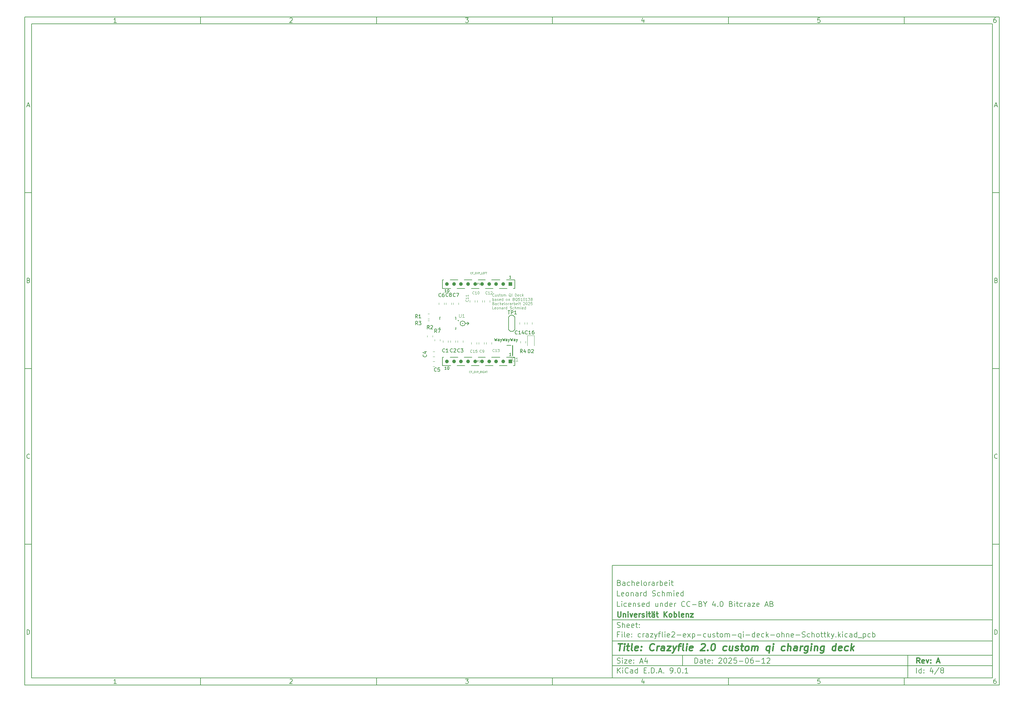
<source format=gto>
%TF.GenerationSoftware,KiCad,Pcbnew,9.0.1*%
%TF.CreationDate,2025-07-31T18:48:44+02:00*%
%TF.ProjectId,crazyflie2-exp-custom-qi-deck-ohne-Schottky,6372617a-7966-46c6-9965-322d6578702d,A*%
%TF.SameCoordinates,Original*%
%TF.FileFunction,Legend,Top*%
%TF.FilePolarity,Positive*%
%FSLAX46Y46*%
G04 Gerber Fmt 4.6, Leading zero omitted, Abs format (unit mm)*
G04 Created by KiCad (PCBNEW 9.0.1) date 2025-07-31 18:48:44*
%MOMM*%
%LPD*%
G01*
G04 APERTURE LIST*
%ADD10C,0.100000*%
%ADD11C,0.150000*%
%ADD12C,0.300000*%
%ADD13C,0.400000*%
%ADD14C,0.093750*%
%ADD15C,0.200000*%
%ADD16C,0.081430*%
%ADD17C,0.120000*%
%ADD18C,0.127000*%
%ADD19R,1.050000X1.050000*%
%ADD20C,1.050000*%
G04 APERTURE END LIST*
D10*
D11*
X177002200Y-166007200D02*
X285002200Y-166007200D01*
X285002200Y-198007200D01*
X177002200Y-198007200D01*
X177002200Y-166007200D01*
D10*
D11*
X10000000Y-10000000D02*
X287002200Y-10000000D01*
X287002200Y-200007200D01*
X10000000Y-200007200D01*
X10000000Y-10000000D01*
D10*
D11*
X12000000Y-12000000D02*
X285002200Y-12000000D01*
X285002200Y-198007200D01*
X12000000Y-198007200D01*
X12000000Y-12000000D01*
D10*
D11*
X60000000Y-12000000D02*
X60000000Y-10000000D01*
D10*
D11*
X110000000Y-12000000D02*
X110000000Y-10000000D01*
D10*
D11*
X160000000Y-12000000D02*
X160000000Y-10000000D01*
D10*
D11*
X210000000Y-12000000D02*
X210000000Y-10000000D01*
D10*
D11*
X260000000Y-12000000D02*
X260000000Y-10000000D01*
D10*
D11*
X36089160Y-11593604D02*
X35346303Y-11593604D01*
X35717731Y-11593604D02*
X35717731Y-10293604D01*
X35717731Y-10293604D02*
X35593922Y-10479319D01*
X35593922Y-10479319D02*
X35470112Y-10603128D01*
X35470112Y-10603128D02*
X35346303Y-10665033D01*
D10*
D11*
X85346303Y-10417414D02*
X85408207Y-10355509D01*
X85408207Y-10355509D02*
X85532017Y-10293604D01*
X85532017Y-10293604D02*
X85841541Y-10293604D01*
X85841541Y-10293604D02*
X85965350Y-10355509D01*
X85965350Y-10355509D02*
X86027255Y-10417414D01*
X86027255Y-10417414D02*
X86089160Y-10541223D01*
X86089160Y-10541223D02*
X86089160Y-10665033D01*
X86089160Y-10665033D02*
X86027255Y-10850747D01*
X86027255Y-10850747D02*
X85284398Y-11593604D01*
X85284398Y-11593604D02*
X86089160Y-11593604D01*
D10*
D11*
X135284398Y-10293604D02*
X136089160Y-10293604D01*
X136089160Y-10293604D02*
X135655826Y-10788842D01*
X135655826Y-10788842D02*
X135841541Y-10788842D01*
X135841541Y-10788842D02*
X135965350Y-10850747D01*
X135965350Y-10850747D02*
X136027255Y-10912652D01*
X136027255Y-10912652D02*
X136089160Y-11036461D01*
X136089160Y-11036461D02*
X136089160Y-11345985D01*
X136089160Y-11345985D02*
X136027255Y-11469795D01*
X136027255Y-11469795D02*
X135965350Y-11531700D01*
X135965350Y-11531700D02*
X135841541Y-11593604D01*
X135841541Y-11593604D02*
X135470112Y-11593604D01*
X135470112Y-11593604D02*
X135346303Y-11531700D01*
X135346303Y-11531700D02*
X135284398Y-11469795D01*
D10*
D11*
X185965350Y-10726938D02*
X185965350Y-11593604D01*
X185655826Y-10231700D02*
X185346303Y-11160271D01*
X185346303Y-11160271D02*
X186151064Y-11160271D01*
D10*
D11*
X236027255Y-10293604D02*
X235408207Y-10293604D01*
X235408207Y-10293604D02*
X235346303Y-10912652D01*
X235346303Y-10912652D02*
X235408207Y-10850747D01*
X235408207Y-10850747D02*
X235532017Y-10788842D01*
X235532017Y-10788842D02*
X235841541Y-10788842D01*
X235841541Y-10788842D02*
X235965350Y-10850747D01*
X235965350Y-10850747D02*
X236027255Y-10912652D01*
X236027255Y-10912652D02*
X236089160Y-11036461D01*
X236089160Y-11036461D02*
X236089160Y-11345985D01*
X236089160Y-11345985D02*
X236027255Y-11469795D01*
X236027255Y-11469795D02*
X235965350Y-11531700D01*
X235965350Y-11531700D02*
X235841541Y-11593604D01*
X235841541Y-11593604D02*
X235532017Y-11593604D01*
X235532017Y-11593604D02*
X235408207Y-11531700D01*
X235408207Y-11531700D02*
X235346303Y-11469795D01*
D10*
D11*
X285965350Y-10293604D02*
X285717731Y-10293604D01*
X285717731Y-10293604D02*
X285593922Y-10355509D01*
X285593922Y-10355509D02*
X285532017Y-10417414D01*
X285532017Y-10417414D02*
X285408207Y-10603128D01*
X285408207Y-10603128D02*
X285346303Y-10850747D01*
X285346303Y-10850747D02*
X285346303Y-11345985D01*
X285346303Y-11345985D02*
X285408207Y-11469795D01*
X285408207Y-11469795D02*
X285470112Y-11531700D01*
X285470112Y-11531700D02*
X285593922Y-11593604D01*
X285593922Y-11593604D02*
X285841541Y-11593604D01*
X285841541Y-11593604D02*
X285965350Y-11531700D01*
X285965350Y-11531700D02*
X286027255Y-11469795D01*
X286027255Y-11469795D02*
X286089160Y-11345985D01*
X286089160Y-11345985D02*
X286089160Y-11036461D01*
X286089160Y-11036461D02*
X286027255Y-10912652D01*
X286027255Y-10912652D02*
X285965350Y-10850747D01*
X285965350Y-10850747D02*
X285841541Y-10788842D01*
X285841541Y-10788842D02*
X285593922Y-10788842D01*
X285593922Y-10788842D02*
X285470112Y-10850747D01*
X285470112Y-10850747D02*
X285408207Y-10912652D01*
X285408207Y-10912652D02*
X285346303Y-11036461D01*
D10*
D11*
X60000000Y-198007200D02*
X60000000Y-200007200D01*
D10*
D11*
X110000000Y-198007200D02*
X110000000Y-200007200D01*
D10*
D11*
X160000000Y-198007200D02*
X160000000Y-200007200D01*
D10*
D11*
X210000000Y-198007200D02*
X210000000Y-200007200D01*
D10*
D11*
X260000000Y-198007200D02*
X260000000Y-200007200D01*
D10*
D11*
X36089160Y-199600804D02*
X35346303Y-199600804D01*
X35717731Y-199600804D02*
X35717731Y-198300804D01*
X35717731Y-198300804D02*
X35593922Y-198486519D01*
X35593922Y-198486519D02*
X35470112Y-198610328D01*
X35470112Y-198610328D02*
X35346303Y-198672233D01*
D10*
D11*
X85346303Y-198424614D02*
X85408207Y-198362709D01*
X85408207Y-198362709D02*
X85532017Y-198300804D01*
X85532017Y-198300804D02*
X85841541Y-198300804D01*
X85841541Y-198300804D02*
X85965350Y-198362709D01*
X85965350Y-198362709D02*
X86027255Y-198424614D01*
X86027255Y-198424614D02*
X86089160Y-198548423D01*
X86089160Y-198548423D02*
X86089160Y-198672233D01*
X86089160Y-198672233D02*
X86027255Y-198857947D01*
X86027255Y-198857947D02*
X85284398Y-199600804D01*
X85284398Y-199600804D02*
X86089160Y-199600804D01*
D10*
D11*
X135284398Y-198300804D02*
X136089160Y-198300804D01*
X136089160Y-198300804D02*
X135655826Y-198796042D01*
X135655826Y-198796042D02*
X135841541Y-198796042D01*
X135841541Y-198796042D02*
X135965350Y-198857947D01*
X135965350Y-198857947D02*
X136027255Y-198919852D01*
X136027255Y-198919852D02*
X136089160Y-199043661D01*
X136089160Y-199043661D02*
X136089160Y-199353185D01*
X136089160Y-199353185D02*
X136027255Y-199476995D01*
X136027255Y-199476995D02*
X135965350Y-199538900D01*
X135965350Y-199538900D02*
X135841541Y-199600804D01*
X135841541Y-199600804D02*
X135470112Y-199600804D01*
X135470112Y-199600804D02*
X135346303Y-199538900D01*
X135346303Y-199538900D02*
X135284398Y-199476995D01*
D10*
D11*
X185965350Y-198734138D02*
X185965350Y-199600804D01*
X185655826Y-198238900D02*
X185346303Y-199167471D01*
X185346303Y-199167471D02*
X186151064Y-199167471D01*
D10*
D11*
X236027255Y-198300804D02*
X235408207Y-198300804D01*
X235408207Y-198300804D02*
X235346303Y-198919852D01*
X235346303Y-198919852D02*
X235408207Y-198857947D01*
X235408207Y-198857947D02*
X235532017Y-198796042D01*
X235532017Y-198796042D02*
X235841541Y-198796042D01*
X235841541Y-198796042D02*
X235965350Y-198857947D01*
X235965350Y-198857947D02*
X236027255Y-198919852D01*
X236027255Y-198919852D02*
X236089160Y-199043661D01*
X236089160Y-199043661D02*
X236089160Y-199353185D01*
X236089160Y-199353185D02*
X236027255Y-199476995D01*
X236027255Y-199476995D02*
X235965350Y-199538900D01*
X235965350Y-199538900D02*
X235841541Y-199600804D01*
X235841541Y-199600804D02*
X235532017Y-199600804D01*
X235532017Y-199600804D02*
X235408207Y-199538900D01*
X235408207Y-199538900D02*
X235346303Y-199476995D01*
D10*
D11*
X285965350Y-198300804D02*
X285717731Y-198300804D01*
X285717731Y-198300804D02*
X285593922Y-198362709D01*
X285593922Y-198362709D02*
X285532017Y-198424614D01*
X285532017Y-198424614D02*
X285408207Y-198610328D01*
X285408207Y-198610328D02*
X285346303Y-198857947D01*
X285346303Y-198857947D02*
X285346303Y-199353185D01*
X285346303Y-199353185D02*
X285408207Y-199476995D01*
X285408207Y-199476995D02*
X285470112Y-199538900D01*
X285470112Y-199538900D02*
X285593922Y-199600804D01*
X285593922Y-199600804D02*
X285841541Y-199600804D01*
X285841541Y-199600804D02*
X285965350Y-199538900D01*
X285965350Y-199538900D02*
X286027255Y-199476995D01*
X286027255Y-199476995D02*
X286089160Y-199353185D01*
X286089160Y-199353185D02*
X286089160Y-199043661D01*
X286089160Y-199043661D02*
X286027255Y-198919852D01*
X286027255Y-198919852D02*
X285965350Y-198857947D01*
X285965350Y-198857947D02*
X285841541Y-198796042D01*
X285841541Y-198796042D02*
X285593922Y-198796042D01*
X285593922Y-198796042D02*
X285470112Y-198857947D01*
X285470112Y-198857947D02*
X285408207Y-198919852D01*
X285408207Y-198919852D02*
X285346303Y-199043661D01*
D10*
D11*
X10000000Y-60000000D02*
X12000000Y-60000000D01*
D10*
D11*
X10000000Y-110000000D02*
X12000000Y-110000000D01*
D10*
D11*
X10000000Y-160000000D02*
X12000000Y-160000000D01*
D10*
D11*
X10690476Y-35222176D02*
X11309523Y-35222176D01*
X10566666Y-35593604D02*
X10999999Y-34293604D01*
X10999999Y-34293604D02*
X11433333Y-35593604D01*
D10*
D11*
X11092857Y-84912652D02*
X11278571Y-84974557D01*
X11278571Y-84974557D02*
X11340476Y-85036461D01*
X11340476Y-85036461D02*
X11402380Y-85160271D01*
X11402380Y-85160271D02*
X11402380Y-85345985D01*
X11402380Y-85345985D02*
X11340476Y-85469795D01*
X11340476Y-85469795D02*
X11278571Y-85531700D01*
X11278571Y-85531700D02*
X11154761Y-85593604D01*
X11154761Y-85593604D02*
X10659523Y-85593604D01*
X10659523Y-85593604D02*
X10659523Y-84293604D01*
X10659523Y-84293604D02*
X11092857Y-84293604D01*
X11092857Y-84293604D02*
X11216666Y-84355509D01*
X11216666Y-84355509D02*
X11278571Y-84417414D01*
X11278571Y-84417414D02*
X11340476Y-84541223D01*
X11340476Y-84541223D02*
X11340476Y-84665033D01*
X11340476Y-84665033D02*
X11278571Y-84788842D01*
X11278571Y-84788842D02*
X11216666Y-84850747D01*
X11216666Y-84850747D02*
X11092857Y-84912652D01*
X11092857Y-84912652D02*
X10659523Y-84912652D01*
D10*
D11*
X11402380Y-135469795D02*
X11340476Y-135531700D01*
X11340476Y-135531700D02*
X11154761Y-135593604D01*
X11154761Y-135593604D02*
X11030952Y-135593604D01*
X11030952Y-135593604D02*
X10845238Y-135531700D01*
X10845238Y-135531700D02*
X10721428Y-135407890D01*
X10721428Y-135407890D02*
X10659523Y-135284080D01*
X10659523Y-135284080D02*
X10597619Y-135036461D01*
X10597619Y-135036461D02*
X10597619Y-134850747D01*
X10597619Y-134850747D02*
X10659523Y-134603128D01*
X10659523Y-134603128D02*
X10721428Y-134479319D01*
X10721428Y-134479319D02*
X10845238Y-134355509D01*
X10845238Y-134355509D02*
X11030952Y-134293604D01*
X11030952Y-134293604D02*
X11154761Y-134293604D01*
X11154761Y-134293604D02*
X11340476Y-134355509D01*
X11340476Y-134355509D02*
X11402380Y-134417414D01*
D10*
D11*
X10659523Y-185593604D02*
X10659523Y-184293604D01*
X10659523Y-184293604D02*
X10969047Y-184293604D01*
X10969047Y-184293604D02*
X11154761Y-184355509D01*
X11154761Y-184355509D02*
X11278571Y-184479319D01*
X11278571Y-184479319D02*
X11340476Y-184603128D01*
X11340476Y-184603128D02*
X11402380Y-184850747D01*
X11402380Y-184850747D02*
X11402380Y-185036461D01*
X11402380Y-185036461D02*
X11340476Y-185284080D01*
X11340476Y-185284080D02*
X11278571Y-185407890D01*
X11278571Y-185407890D02*
X11154761Y-185531700D01*
X11154761Y-185531700D02*
X10969047Y-185593604D01*
X10969047Y-185593604D02*
X10659523Y-185593604D01*
D10*
D11*
X287002200Y-60000000D02*
X285002200Y-60000000D01*
D10*
D11*
X287002200Y-110000000D02*
X285002200Y-110000000D01*
D10*
D11*
X287002200Y-160000000D02*
X285002200Y-160000000D01*
D10*
D11*
X285692676Y-35222176D02*
X286311723Y-35222176D01*
X285568866Y-35593604D02*
X286002199Y-34293604D01*
X286002199Y-34293604D02*
X286435533Y-35593604D01*
D10*
D11*
X286095057Y-84912652D02*
X286280771Y-84974557D01*
X286280771Y-84974557D02*
X286342676Y-85036461D01*
X286342676Y-85036461D02*
X286404580Y-85160271D01*
X286404580Y-85160271D02*
X286404580Y-85345985D01*
X286404580Y-85345985D02*
X286342676Y-85469795D01*
X286342676Y-85469795D02*
X286280771Y-85531700D01*
X286280771Y-85531700D02*
X286156961Y-85593604D01*
X286156961Y-85593604D02*
X285661723Y-85593604D01*
X285661723Y-85593604D02*
X285661723Y-84293604D01*
X285661723Y-84293604D02*
X286095057Y-84293604D01*
X286095057Y-84293604D02*
X286218866Y-84355509D01*
X286218866Y-84355509D02*
X286280771Y-84417414D01*
X286280771Y-84417414D02*
X286342676Y-84541223D01*
X286342676Y-84541223D02*
X286342676Y-84665033D01*
X286342676Y-84665033D02*
X286280771Y-84788842D01*
X286280771Y-84788842D02*
X286218866Y-84850747D01*
X286218866Y-84850747D02*
X286095057Y-84912652D01*
X286095057Y-84912652D02*
X285661723Y-84912652D01*
D10*
D11*
X286404580Y-135469795D02*
X286342676Y-135531700D01*
X286342676Y-135531700D02*
X286156961Y-135593604D01*
X286156961Y-135593604D02*
X286033152Y-135593604D01*
X286033152Y-135593604D02*
X285847438Y-135531700D01*
X285847438Y-135531700D02*
X285723628Y-135407890D01*
X285723628Y-135407890D02*
X285661723Y-135284080D01*
X285661723Y-135284080D02*
X285599819Y-135036461D01*
X285599819Y-135036461D02*
X285599819Y-134850747D01*
X285599819Y-134850747D02*
X285661723Y-134603128D01*
X285661723Y-134603128D02*
X285723628Y-134479319D01*
X285723628Y-134479319D02*
X285847438Y-134355509D01*
X285847438Y-134355509D02*
X286033152Y-134293604D01*
X286033152Y-134293604D02*
X286156961Y-134293604D01*
X286156961Y-134293604D02*
X286342676Y-134355509D01*
X286342676Y-134355509D02*
X286404580Y-134417414D01*
D10*
D11*
X285661723Y-185593604D02*
X285661723Y-184293604D01*
X285661723Y-184293604D02*
X285971247Y-184293604D01*
X285971247Y-184293604D02*
X286156961Y-184355509D01*
X286156961Y-184355509D02*
X286280771Y-184479319D01*
X286280771Y-184479319D02*
X286342676Y-184603128D01*
X286342676Y-184603128D02*
X286404580Y-184850747D01*
X286404580Y-184850747D02*
X286404580Y-185036461D01*
X286404580Y-185036461D02*
X286342676Y-185284080D01*
X286342676Y-185284080D02*
X286280771Y-185407890D01*
X286280771Y-185407890D02*
X286156961Y-185531700D01*
X286156961Y-185531700D02*
X285971247Y-185593604D01*
X285971247Y-185593604D02*
X285661723Y-185593604D01*
D10*
D11*
X200458026Y-193793328D02*
X200458026Y-192293328D01*
X200458026Y-192293328D02*
X200815169Y-192293328D01*
X200815169Y-192293328D02*
X201029455Y-192364757D01*
X201029455Y-192364757D02*
X201172312Y-192507614D01*
X201172312Y-192507614D02*
X201243741Y-192650471D01*
X201243741Y-192650471D02*
X201315169Y-192936185D01*
X201315169Y-192936185D02*
X201315169Y-193150471D01*
X201315169Y-193150471D02*
X201243741Y-193436185D01*
X201243741Y-193436185D02*
X201172312Y-193579042D01*
X201172312Y-193579042D02*
X201029455Y-193721900D01*
X201029455Y-193721900D02*
X200815169Y-193793328D01*
X200815169Y-193793328D02*
X200458026Y-193793328D01*
X202600884Y-193793328D02*
X202600884Y-193007614D01*
X202600884Y-193007614D02*
X202529455Y-192864757D01*
X202529455Y-192864757D02*
X202386598Y-192793328D01*
X202386598Y-192793328D02*
X202100884Y-192793328D01*
X202100884Y-192793328D02*
X201958026Y-192864757D01*
X202600884Y-193721900D02*
X202458026Y-193793328D01*
X202458026Y-193793328D02*
X202100884Y-193793328D01*
X202100884Y-193793328D02*
X201958026Y-193721900D01*
X201958026Y-193721900D02*
X201886598Y-193579042D01*
X201886598Y-193579042D02*
X201886598Y-193436185D01*
X201886598Y-193436185D02*
X201958026Y-193293328D01*
X201958026Y-193293328D02*
X202100884Y-193221900D01*
X202100884Y-193221900D02*
X202458026Y-193221900D01*
X202458026Y-193221900D02*
X202600884Y-193150471D01*
X203100884Y-192793328D02*
X203672312Y-192793328D01*
X203315169Y-192293328D02*
X203315169Y-193579042D01*
X203315169Y-193579042D02*
X203386598Y-193721900D01*
X203386598Y-193721900D02*
X203529455Y-193793328D01*
X203529455Y-193793328D02*
X203672312Y-193793328D01*
X204743741Y-193721900D02*
X204600884Y-193793328D01*
X204600884Y-193793328D02*
X204315170Y-193793328D01*
X204315170Y-193793328D02*
X204172312Y-193721900D01*
X204172312Y-193721900D02*
X204100884Y-193579042D01*
X204100884Y-193579042D02*
X204100884Y-193007614D01*
X204100884Y-193007614D02*
X204172312Y-192864757D01*
X204172312Y-192864757D02*
X204315170Y-192793328D01*
X204315170Y-192793328D02*
X204600884Y-192793328D01*
X204600884Y-192793328D02*
X204743741Y-192864757D01*
X204743741Y-192864757D02*
X204815170Y-193007614D01*
X204815170Y-193007614D02*
X204815170Y-193150471D01*
X204815170Y-193150471D02*
X204100884Y-193293328D01*
X205458026Y-193650471D02*
X205529455Y-193721900D01*
X205529455Y-193721900D02*
X205458026Y-193793328D01*
X205458026Y-193793328D02*
X205386598Y-193721900D01*
X205386598Y-193721900D02*
X205458026Y-193650471D01*
X205458026Y-193650471D02*
X205458026Y-193793328D01*
X205458026Y-192864757D02*
X205529455Y-192936185D01*
X205529455Y-192936185D02*
X205458026Y-193007614D01*
X205458026Y-193007614D02*
X205386598Y-192936185D01*
X205386598Y-192936185D02*
X205458026Y-192864757D01*
X205458026Y-192864757D02*
X205458026Y-193007614D01*
X207243741Y-192436185D02*
X207315169Y-192364757D01*
X207315169Y-192364757D02*
X207458027Y-192293328D01*
X207458027Y-192293328D02*
X207815169Y-192293328D01*
X207815169Y-192293328D02*
X207958027Y-192364757D01*
X207958027Y-192364757D02*
X208029455Y-192436185D01*
X208029455Y-192436185D02*
X208100884Y-192579042D01*
X208100884Y-192579042D02*
X208100884Y-192721900D01*
X208100884Y-192721900D02*
X208029455Y-192936185D01*
X208029455Y-192936185D02*
X207172312Y-193793328D01*
X207172312Y-193793328D02*
X208100884Y-193793328D01*
X209029455Y-192293328D02*
X209172312Y-192293328D01*
X209172312Y-192293328D02*
X209315169Y-192364757D01*
X209315169Y-192364757D02*
X209386598Y-192436185D01*
X209386598Y-192436185D02*
X209458026Y-192579042D01*
X209458026Y-192579042D02*
X209529455Y-192864757D01*
X209529455Y-192864757D02*
X209529455Y-193221900D01*
X209529455Y-193221900D02*
X209458026Y-193507614D01*
X209458026Y-193507614D02*
X209386598Y-193650471D01*
X209386598Y-193650471D02*
X209315169Y-193721900D01*
X209315169Y-193721900D02*
X209172312Y-193793328D01*
X209172312Y-193793328D02*
X209029455Y-193793328D01*
X209029455Y-193793328D02*
X208886598Y-193721900D01*
X208886598Y-193721900D02*
X208815169Y-193650471D01*
X208815169Y-193650471D02*
X208743740Y-193507614D01*
X208743740Y-193507614D02*
X208672312Y-193221900D01*
X208672312Y-193221900D02*
X208672312Y-192864757D01*
X208672312Y-192864757D02*
X208743740Y-192579042D01*
X208743740Y-192579042D02*
X208815169Y-192436185D01*
X208815169Y-192436185D02*
X208886598Y-192364757D01*
X208886598Y-192364757D02*
X209029455Y-192293328D01*
X210100883Y-192436185D02*
X210172311Y-192364757D01*
X210172311Y-192364757D02*
X210315169Y-192293328D01*
X210315169Y-192293328D02*
X210672311Y-192293328D01*
X210672311Y-192293328D02*
X210815169Y-192364757D01*
X210815169Y-192364757D02*
X210886597Y-192436185D01*
X210886597Y-192436185D02*
X210958026Y-192579042D01*
X210958026Y-192579042D02*
X210958026Y-192721900D01*
X210958026Y-192721900D02*
X210886597Y-192936185D01*
X210886597Y-192936185D02*
X210029454Y-193793328D01*
X210029454Y-193793328D02*
X210958026Y-193793328D01*
X212315168Y-192293328D02*
X211600882Y-192293328D01*
X211600882Y-192293328D02*
X211529454Y-193007614D01*
X211529454Y-193007614D02*
X211600882Y-192936185D01*
X211600882Y-192936185D02*
X211743740Y-192864757D01*
X211743740Y-192864757D02*
X212100882Y-192864757D01*
X212100882Y-192864757D02*
X212243740Y-192936185D01*
X212243740Y-192936185D02*
X212315168Y-193007614D01*
X212315168Y-193007614D02*
X212386597Y-193150471D01*
X212386597Y-193150471D02*
X212386597Y-193507614D01*
X212386597Y-193507614D02*
X212315168Y-193650471D01*
X212315168Y-193650471D02*
X212243740Y-193721900D01*
X212243740Y-193721900D02*
X212100882Y-193793328D01*
X212100882Y-193793328D02*
X211743740Y-193793328D01*
X211743740Y-193793328D02*
X211600882Y-193721900D01*
X211600882Y-193721900D02*
X211529454Y-193650471D01*
X213029453Y-193221900D02*
X214172311Y-193221900D01*
X215172311Y-192293328D02*
X215315168Y-192293328D01*
X215315168Y-192293328D02*
X215458025Y-192364757D01*
X215458025Y-192364757D02*
X215529454Y-192436185D01*
X215529454Y-192436185D02*
X215600882Y-192579042D01*
X215600882Y-192579042D02*
X215672311Y-192864757D01*
X215672311Y-192864757D02*
X215672311Y-193221900D01*
X215672311Y-193221900D02*
X215600882Y-193507614D01*
X215600882Y-193507614D02*
X215529454Y-193650471D01*
X215529454Y-193650471D02*
X215458025Y-193721900D01*
X215458025Y-193721900D02*
X215315168Y-193793328D01*
X215315168Y-193793328D02*
X215172311Y-193793328D01*
X215172311Y-193793328D02*
X215029454Y-193721900D01*
X215029454Y-193721900D02*
X214958025Y-193650471D01*
X214958025Y-193650471D02*
X214886596Y-193507614D01*
X214886596Y-193507614D02*
X214815168Y-193221900D01*
X214815168Y-193221900D02*
X214815168Y-192864757D01*
X214815168Y-192864757D02*
X214886596Y-192579042D01*
X214886596Y-192579042D02*
X214958025Y-192436185D01*
X214958025Y-192436185D02*
X215029454Y-192364757D01*
X215029454Y-192364757D02*
X215172311Y-192293328D01*
X216958025Y-192293328D02*
X216672310Y-192293328D01*
X216672310Y-192293328D02*
X216529453Y-192364757D01*
X216529453Y-192364757D02*
X216458025Y-192436185D01*
X216458025Y-192436185D02*
X216315167Y-192650471D01*
X216315167Y-192650471D02*
X216243739Y-192936185D01*
X216243739Y-192936185D02*
X216243739Y-193507614D01*
X216243739Y-193507614D02*
X216315167Y-193650471D01*
X216315167Y-193650471D02*
X216386596Y-193721900D01*
X216386596Y-193721900D02*
X216529453Y-193793328D01*
X216529453Y-193793328D02*
X216815167Y-193793328D01*
X216815167Y-193793328D02*
X216958025Y-193721900D01*
X216958025Y-193721900D02*
X217029453Y-193650471D01*
X217029453Y-193650471D02*
X217100882Y-193507614D01*
X217100882Y-193507614D02*
X217100882Y-193150471D01*
X217100882Y-193150471D02*
X217029453Y-193007614D01*
X217029453Y-193007614D02*
X216958025Y-192936185D01*
X216958025Y-192936185D02*
X216815167Y-192864757D01*
X216815167Y-192864757D02*
X216529453Y-192864757D01*
X216529453Y-192864757D02*
X216386596Y-192936185D01*
X216386596Y-192936185D02*
X216315167Y-193007614D01*
X216315167Y-193007614D02*
X216243739Y-193150471D01*
X217743738Y-193221900D02*
X218886596Y-193221900D01*
X220386596Y-193793328D02*
X219529453Y-193793328D01*
X219958024Y-193793328D02*
X219958024Y-192293328D01*
X219958024Y-192293328D02*
X219815167Y-192507614D01*
X219815167Y-192507614D02*
X219672310Y-192650471D01*
X219672310Y-192650471D02*
X219529453Y-192721900D01*
X220958024Y-192436185D02*
X221029452Y-192364757D01*
X221029452Y-192364757D02*
X221172310Y-192293328D01*
X221172310Y-192293328D02*
X221529452Y-192293328D01*
X221529452Y-192293328D02*
X221672310Y-192364757D01*
X221672310Y-192364757D02*
X221743738Y-192436185D01*
X221743738Y-192436185D02*
X221815167Y-192579042D01*
X221815167Y-192579042D02*
X221815167Y-192721900D01*
X221815167Y-192721900D02*
X221743738Y-192936185D01*
X221743738Y-192936185D02*
X220886595Y-193793328D01*
X220886595Y-193793328D02*
X221815167Y-193793328D01*
D10*
D11*
X177002200Y-194507200D02*
X285002200Y-194507200D01*
D10*
D11*
X178458026Y-196593328D02*
X178458026Y-195093328D01*
X179315169Y-196593328D02*
X178672312Y-195736185D01*
X179315169Y-195093328D02*
X178458026Y-195950471D01*
X179958026Y-196593328D02*
X179958026Y-195593328D01*
X179958026Y-195093328D02*
X179886598Y-195164757D01*
X179886598Y-195164757D02*
X179958026Y-195236185D01*
X179958026Y-195236185D02*
X180029455Y-195164757D01*
X180029455Y-195164757D02*
X179958026Y-195093328D01*
X179958026Y-195093328D02*
X179958026Y-195236185D01*
X181529455Y-196450471D02*
X181458027Y-196521900D01*
X181458027Y-196521900D02*
X181243741Y-196593328D01*
X181243741Y-196593328D02*
X181100884Y-196593328D01*
X181100884Y-196593328D02*
X180886598Y-196521900D01*
X180886598Y-196521900D02*
X180743741Y-196379042D01*
X180743741Y-196379042D02*
X180672312Y-196236185D01*
X180672312Y-196236185D02*
X180600884Y-195950471D01*
X180600884Y-195950471D02*
X180600884Y-195736185D01*
X180600884Y-195736185D02*
X180672312Y-195450471D01*
X180672312Y-195450471D02*
X180743741Y-195307614D01*
X180743741Y-195307614D02*
X180886598Y-195164757D01*
X180886598Y-195164757D02*
X181100884Y-195093328D01*
X181100884Y-195093328D02*
X181243741Y-195093328D01*
X181243741Y-195093328D02*
X181458027Y-195164757D01*
X181458027Y-195164757D02*
X181529455Y-195236185D01*
X182815170Y-196593328D02*
X182815170Y-195807614D01*
X182815170Y-195807614D02*
X182743741Y-195664757D01*
X182743741Y-195664757D02*
X182600884Y-195593328D01*
X182600884Y-195593328D02*
X182315170Y-195593328D01*
X182315170Y-195593328D02*
X182172312Y-195664757D01*
X182815170Y-196521900D02*
X182672312Y-196593328D01*
X182672312Y-196593328D02*
X182315170Y-196593328D01*
X182315170Y-196593328D02*
X182172312Y-196521900D01*
X182172312Y-196521900D02*
X182100884Y-196379042D01*
X182100884Y-196379042D02*
X182100884Y-196236185D01*
X182100884Y-196236185D02*
X182172312Y-196093328D01*
X182172312Y-196093328D02*
X182315170Y-196021900D01*
X182315170Y-196021900D02*
X182672312Y-196021900D01*
X182672312Y-196021900D02*
X182815170Y-195950471D01*
X184172313Y-196593328D02*
X184172313Y-195093328D01*
X184172313Y-196521900D02*
X184029455Y-196593328D01*
X184029455Y-196593328D02*
X183743741Y-196593328D01*
X183743741Y-196593328D02*
X183600884Y-196521900D01*
X183600884Y-196521900D02*
X183529455Y-196450471D01*
X183529455Y-196450471D02*
X183458027Y-196307614D01*
X183458027Y-196307614D02*
X183458027Y-195879042D01*
X183458027Y-195879042D02*
X183529455Y-195736185D01*
X183529455Y-195736185D02*
X183600884Y-195664757D01*
X183600884Y-195664757D02*
X183743741Y-195593328D01*
X183743741Y-195593328D02*
X184029455Y-195593328D01*
X184029455Y-195593328D02*
X184172313Y-195664757D01*
X186029455Y-195807614D02*
X186529455Y-195807614D01*
X186743741Y-196593328D02*
X186029455Y-196593328D01*
X186029455Y-196593328D02*
X186029455Y-195093328D01*
X186029455Y-195093328D02*
X186743741Y-195093328D01*
X187386598Y-196450471D02*
X187458027Y-196521900D01*
X187458027Y-196521900D02*
X187386598Y-196593328D01*
X187386598Y-196593328D02*
X187315170Y-196521900D01*
X187315170Y-196521900D02*
X187386598Y-196450471D01*
X187386598Y-196450471D02*
X187386598Y-196593328D01*
X188100884Y-196593328D02*
X188100884Y-195093328D01*
X188100884Y-195093328D02*
X188458027Y-195093328D01*
X188458027Y-195093328D02*
X188672313Y-195164757D01*
X188672313Y-195164757D02*
X188815170Y-195307614D01*
X188815170Y-195307614D02*
X188886599Y-195450471D01*
X188886599Y-195450471D02*
X188958027Y-195736185D01*
X188958027Y-195736185D02*
X188958027Y-195950471D01*
X188958027Y-195950471D02*
X188886599Y-196236185D01*
X188886599Y-196236185D02*
X188815170Y-196379042D01*
X188815170Y-196379042D02*
X188672313Y-196521900D01*
X188672313Y-196521900D02*
X188458027Y-196593328D01*
X188458027Y-196593328D02*
X188100884Y-196593328D01*
X189600884Y-196450471D02*
X189672313Y-196521900D01*
X189672313Y-196521900D02*
X189600884Y-196593328D01*
X189600884Y-196593328D02*
X189529456Y-196521900D01*
X189529456Y-196521900D02*
X189600884Y-196450471D01*
X189600884Y-196450471D02*
X189600884Y-196593328D01*
X190243742Y-196164757D02*
X190958028Y-196164757D01*
X190100885Y-196593328D02*
X190600885Y-195093328D01*
X190600885Y-195093328D02*
X191100885Y-196593328D01*
X191600884Y-196450471D02*
X191672313Y-196521900D01*
X191672313Y-196521900D02*
X191600884Y-196593328D01*
X191600884Y-196593328D02*
X191529456Y-196521900D01*
X191529456Y-196521900D02*
X191600884Y-196450471D01*
X191600884Y-196450471D02*
X191600884Y-196593328D01*
X193529456Y-196593328D02*
X193815170Y-196593328D01*
X193815170Y-196593328D02*
X193958027Y-196521900D01*
X193958027Y-196521900D02*
X194029456Y-196450471D01*
X194029456Y-196450471D02*
X194172313Y-196236185D01*
X194172313Y-196236185D02*
X194243742Y-195950471D01*
X194243742Y-195950471D02*
X194243742Y-195379042D01*
X194243742Y-195379042D02*
X194172313Y-195236185D01*
X194172313Y-195236185D02*
X194100885Y-195164757D01*
X194100885Y-195164757D02*
X193958027Y-195093328D01*
X193958027Y-195093328D02*
X193672313Y-195093328D01*
X193672313Y-195093328D02*
X193529456Y-195164757D01*
X193529456Y-195164757D02*
X193458027Y-195236185D01*
X193458027Y-195236185D02*
X193386599Y-195379042D01*
X193386599Y-195379042D02*
X193386599Y-195736185D01*
X193386599Y-195736185D02*
X193458027Y-195879042D01*
X193458027Y-195879042D02*
X193529456Y-195950471D01*
X193529456Y-195950471D02*
X193672313Y-196021900D01*
X193672313Y-196021900D02*
X193958027Y-196021900D01*
X193958027Y-196021900D02*
X194100885Y-195950471D01*
X194100885Y-195950471D02*
X194172313Y-195879042D01*
X194172313Y-195879042D02*
X194243742Y-195736185D01*
X194886598Y-196450471D02*
X194958027Y-196521900D01*
X194958027Y-196521900D02*
X194886598Y-196593328D01*
X194886598Y-196593328D02*
X194815170Y-196521900D01*
X194815170Y-196521900D02*
X194886598Y-196450471D01*
X194886598Y-196450471D02*
X194886598Y-196593328D01*
X195886599Y-195093328D02*
X196029456Y-195093328D01*
X196029456Y-195093328D02*
X196172313Y-195164757D01*
X196172313Y-195164757D02*
X196243742Y-195236185D01*
X196243742Y-195236185D02*
X196315170Y-195379042D01*
X196315170Y-195379042D02*
X196386599Y-195664757D01*
X196386599Y-195664757D02*
X196386599Y-196021900D01*
X196386599Y-196021900D02*
X196315170Y-196307614D01*
X196315170Y-196307614D02*
X196243742Y-196450471D01*
X196243742Y-196450471D02*
X196172313Y-196521900D01*
X196172313Y-196521900D02*
X196029456Y-196593328D01*
X196029456Y-196593328D02*
X195886599Y-196593328D01*
X195886599Y-196593328D02*
X195743742Y-196521900D01*
X195743742Y-196521900D02*
X195672313Y-196450471D01*
X195672313Y-196450471D02*
X195600884Y-196307614D01*
X195600884Y-196307614D02*
X195529456Y-196021900D01*
X195529456Y-196021900D02*
X195529456Y-195664757D01*
X195529456Y-195664757D02*
X195600884Y-195379042D01*
X195600884Y-195379042D02*
X195672313Y-195236185D01*
X195672313Y-195236185D02*
X195743742Y-195164757D01*
X195743742Y-195164757D02*
X195886599Y-195093328D01*
X197029455Y-196450471D02*
X197100884Y-196521900D01*
X197100884Y-196521900D02*
X197029455Y-196593328D01*
X197029455Y-196593328D02*
X196958027Y-196521900D01*
X196958027Y-196521900D02*
X197029455Y-196450471D01*
X197029455Y-196450471D02*
X197029455Y-196593328D01*
X198529456Y-196593328D02*
X197672313Y-196593328D01*
X198100884Y-196593328D02*
X198100884Y-195093328D01*
X198100884Y-195093328D02*
X197958027Y-195307614D01*
X197958027Y-195307614D02*
X197815170Y-195450471D01*
X197815170Y-195450471D02*
X197672313Y-195521900D01*
D10*
D11*
X177002200Y-191507200D02*
X285002200Y-191507200D01*
D10*
D12*
X264413853Y-193785528D02*
X263913853Y-193071242D01*
X263556710Y-193785528D02*
X263556710Y-192285528D01*
X263556710Y-192285528D02*
X264128139Y-192285528D01*
X264128139Y-192285528D02*
X264270996Y-192356957D01*
X264270996Y-192356957D02*
X264342425Y-192428385D01*
X264342425Y-192428385D02*
X264413853Y-192571242D01*
X264413853Y-192571242D02*
X264413853Y-192785528D01*
X264413853Y-192785528D02*
X264342425Y-192928385D01*
X264342425Y-192928385D02*
X264270996Y-192999814D01*
X264270996Y-192999814D02*
X264128139Y-193071242D01*
X264128139Y-193071242D02*
X263556710Y-193071242D01*
X265628139Y-193714100D02*
X265485282Y-193785528D01*
X265485282Y-193785528D02*
X265199568Y-193785528D01*
X265199568Y-193785528D02*
X265056710Y-193714100D01*
X265056710Y-193714100D02*
X264985282Y-193571242D01*
X264985282Y-193571242D02*
X264985282Y-192999814D01*
X264985282Y-192999814D02*
X265056710Y-192856957D01*
X265056710Y-192856957D02*
X265199568Y-192785528D01*
X265199568Y-192785528D02*
X265485282Y-192785528D01*
X265485282Y-192785528D02*
X265628139Y-192856957D01*
X265628139Y-192856957D02*
X265699568Y-192999814D01*
X265699568Y-192999814D02*
X265699568Y-193142671D01*
X265699568Y-193142671D02*
X264985282Y-193285528D01*
X266199567Y-192785528D02*
X266556710Y-193785528D01*
X266556710Y-193785528D02*
X266913853Y-192785528D01*
X267485281Y-193642671D02*
X267556710Y-193714100D01*
X267556710Y-193714100D02*
X267485281Y-193785528D01*
X267485281Y-193785528D02*
X267413853Y-193714100D01*
X267413853Y-193714100D02*
X267485281Y-193642671D01*
X267485281Y-193642671D02*
X267485281Y-193785528D01*
X267485281Y-192856957D02*
X267556710Y-192928385D01*
X267556710Y-192928385D02*
X267485281Y-192999814D01*
X267485281Y-192999814D02*
X267413853Y-192928385D01*
X267413853Y-192928385D02*
X267485281Y-192856957D01*
X267485281Y-192856957D02*
X267485281Y-192999814D01*
X269270996Y-193356957D02*
X269985282Y-193356957D01*
X269128139Y-193785528D02*
X269628139Y-192285528D01*
X269628139Y-192285528D02*
X270128139Y-193785528D01*
D10*
D11*
X178386598Y-193721900D02*
X178600884Y-193793328D01*
X178600884Y-193793328D02*
X178958026Y-193793328D01*
X178958026Y-193793328D02*
X179100884Y-193721900D01*
X179100884Y-193721900D02*
X179172312Y-193650471D01*
X179172312Y-193650471D02*
X179243741Y-193507614D01*
X179243741Y-193507614D02*
X179243741Y-193364757D01*
X179243741Y-193364757D02*
X179172312Y-193221900D01*
X179172312Y-193221900D02*
X179100884Y-193150471D01*
X179100884Y-193150471D02*
X178958026Y-193079042D01*
X178958026Y-193079042D02*
X178672312Y-193007614D01*
X178672312Y-193007614D02*
X178529455Y-192936185D01*
X178529455Y-192936185D02*
X178458026Y-192864757D01*
X178458026Y-192864757D02*
X178386598Y-192721900D01*
X178386598Y-192721900D02*
X178386598Y-192579042D01*
X178386598Y-192579042D02*
X178458026Y-192436185D01*
X178458026Y-192436185D02*
X178529455Y-192364757D01*
X178529455Y-192364757D02*
X178672312Y-192293328D01*
X178672312Y-192293328D02*
X179029455Y-192293328D01*
X179029455Y-192293328D02*
X179243741Y-192364757D01*
X179886597Y-193793328D02*
X179886597Y-192793328D01*
X179886597Y-192293328D02*
X179815169Y-192364757D01*
X179815169Y-192364757D02*
X179886597Y-192436185D01*
X179886597Y-192436185D02*
X179958026Y-192364757D01*
X179958026Y-192364757D02*
X179886597Y-192293328D01*
X179886597Y-192293328D02*
X179886597Y-192436185D01*
X180458026Y-192793328D02*
X181243741Y-192793328D01*
X181243741Y-192793328D02*
X180458026Y-193793328D01*
X180458026Y-193793328D02*
X181243741Y-193793328D01*
X182386598Y-193721900D02*
X182243741Y-193793328D01*
X182243741Y-193793328D02*
X181958027Y-193793328D01*
X181958027Y-193793328D02*
X181815169Y-193721900D01*
X181815169Y-193721900D02*
X181743741Y-193579042D01*
X181743741Y-193579042D02*
X181743741Y-193007614D01*
X181743741Y-193007614D02*
X181815169Y-192864757D01*
X181815169Y-192864757D02*
X181958027Y-192793328D01*
X181958027Y-192793328D02*
X182243741Y-192793328D01*
X182243741Y-192793328D02*
X182386598Y-192864757D01*
X182386598Y-192864757D02*
X182458027Y-193007614D01*
X182458027Y-193007614D02*
X182458027Y-193150471D01*
X182458027Y-193150471D02*
X181743741Y-193293328D01*
X183100883Y-193650471D02*
X183172312Y-193721900D01*
X183172312Y-193721900D02*
X183100883Y-193793328D01*
X183100883Y-193793328D02*
X183029455Y-193721900D01*
X183029455Y-193721900D02*
X183100883Y-193650471D01*
X183100883Y-193650471D02*
X183100883Y-193793328D01*
X183100883Y-192864757D02*
X183172312Y-192936185D01*
X183172312Y-192936185D02*
X183100883Y-193007614D01*
X183100883Y-193007614D02*
X183029455Y-192936185D01*
X183029455Y-192936185D02*
X183100883Y-192864757D01*
X183100883Y-192864757D02*
X183100883Y-193007614D01*
X184886598Y-193364757D02*
X185600884Y-193364757D01*
X184743741Y-193793328D02*
X185243741Y-192293328D01*
X185243741Y-192293328D02*
X185743741Y-193793328D01*
X186886598Y-192793328D02*
X186886598Y-193793328D01*
X186529455Y-192221900D02*
X186172312Y-193293328D01*
X186172312Y-193293328D02*
X187100883Y-193293328D01*
D10*
D11*
X263458026Y-196593328D02*
X263458026Y-195093328D01*
X264815170Y-196593328D02*
X264815170Y-195093328D01*
X264815170Y-196521900D02*
X264672312Y-196593328D01*
X264672312Y-196593328D02*
X264386598Y-196593328D01*
X264386598Y-196593328D02*
X264243741Y-196521900D01*
X264243741Y-196521900D02*
X264172312Y-196450471D01*
X264172312Y-196450471D02*
X264100884Y-196307614D01*
X264100884Y-196307614D02*
X264100884Y-195879042D01*
X264100884Y-195879042D02*
X264172312Y-195736185D01*
X264172312Y-195736185D02*
X264243741Y-195664757D01*
X264243741Y-195664757D02*
X264386598Y-195593328D01*
X264386598Y-195593328D02*
X264672312Y-195593328D01*
X264672312Y-195593328D02*
X264815170Y-195664757D01*
X265529455Y-196450471D02*
X265600884Y-196521900D01*
X265600884Y-196521900D02*
X265529455Y-196593328D01*
X265529455Y-196593328D02*
X265458027Y-196521900D01*
X265458027Y-196521900D02*
X265529455Y-196450471D01*
X265529455Y-196450471D02*
X265529455Y-196593328D01*
X265529455Y-195664757D02*
X265600884Y-195736185D01*
X265600884Y-195736185D02*
X265529455Y-195807614D01*
X265529455Y-195807614D02*
X265458027Y-195736185D01*
X265458027Y-195736185D02*
X265529455Y-195664757D01*
X265529455Y-195664757D02*
X265529455Y-195807614D01*
X268029456Y-195593328D02*
X268029456Y-196593328D01*
X267672313Y-195021900D02*
X267315170Y-196093328D01*
X267315170Y-196093328D02*
X268243741Y-196093328D01*
X269886598Y-195021900D02*
X268600884Y-196950471D01*
X270600884Y-195736185D02*
X270458027Y-195664757D01*
X270458027Y-195664757D02*
X270386598Y-195593328D01*
X270386598Y-195593328D02*
X270315170Y-195450471D01*
X270315170Y-195450471D02*
X270315170Y-195379042D01*
X270315170Y-195379042D02*
X270386598Y-195236185D01*
X270386598Y-195236185D02*
X270458027Y-195164757D01*
X270458027Y-195164757D02*
X270600884Y-195093328D01*
X270600884Y-195093328D02*
X270886598Y-195093328D01*
X270886598Y-195093328D02*
X271029456Y-195164757D01*
X271029456Y-195164757D02*
X271100884Y-195236185D01*
X271100884Y-195236185D02*
X271172313Y-195379042D01*
X271172313Y-195379042D02*
X271172313Y-195450471D01*
X271172313Y-195450471D02*
X271100884Y-195593328D01*
X271100884Y-195593328D02*
X271029456Y-195664757D01*
X271029456Y-195664757D02*
X270886598Y-195736185D01*
X270886598Y-195736185D02*
X270600884Y-195736185D01*
X270600884Y-195736185D02*
X270458027Y-195807614D01*
X270458027Y-195807614D02*
X270386598Y-195879042D01*
X270386598Y-195879042D02*
X270315170Y-196021900D01*
X270315170Y-196021900D02*
X270315170Y-196307614D01*
X270315170Y-196307614D02*
X270386598Y-196450471D01*
X270386598Y-196450471D02*
X270458027Y-196521900D01*
X270458027Y-196521900D02*
X270600884Y-196593328D01*
X270600884Y-196593328D02*
X270886598Y-196593328D01*
X270886598Y-196593328D02*
X271029456Y-196521900D01*
X271029456Y-196521900D02*
X271100884Y-196450471D01*
X271100884Y-196450471D02*
X271172313Y-196307614D01*
X271172313Y-196307614D02*
X271172313Y-196021900D01*
X271172313Y-196021900D02*
X271100884Y-195879042D01*
X271100884Y-195879042D02*
X271029456Y-195807614D01*
X271029456Y-195807614D02*
X270886598Y-195736185D01*
D10*
D11*
X177002200Y-187507200D02*
X285002200Y-187507200D01*
D10*
D13*
X178693928Y-188211638D02*
X179836785Y-188211638D01*
X179015357Y-190211638D02*
X179265357Y-188211638D01*
X180253452Y-190211638D02*
X180420119Y-188878304D01*
X180503452Y-188211638D02*
X180396309Y-188306876D01*
X180396309Y-188306876D02*
X180479643Y-188402114D01*
X180479643Y-188402114D02*
X180586786Y-188306876D01*
X180586786Y-188306876D02*
X180503452Y-188211638D01*
X180503452Y-188211638D02*
X180479643Y-188402114D01*
X181086786Y-188878304D02*
X181848690Y-188878304D01*
X181455833Y-188211638D02*
X181241548Y-189925923D01*
X181241548Y-189925923D02*
X181312976Y-190116400D01*
X181312976Y-190116400D02*
X181491548Y-190211638D01*
X181491548Y-190211638D02*
X181682024Y-190211638D01*
X182634405Y-190211638D02*
X182455833Y-190116400D01*
X182455833Y-190116400D02*
X182384405Y-189925923D01*
X182384405Y-189925923D02*
X182598690Y-188211638D01*
X184170119Y-190116400D02*
X183967738Y-190211638D01*
X183967738Y-190211638D02*
X183586785Y-190211638D01*
X183586785Y-190211638D02*
X183408214Y-190116400D01*
X183408214Y-190116400D02*
X183336785Y-189925923D01*
X183336785Y-189925923D02*
X183432024Y-189164019D01*
X183432024Y-189164019D02*
X183551071Y-188973542D01*
X183551071Y-188973542D02*
X183753452Y-188878304D01*
X183753452Y-188878304D02*
X184134404Y-188878304D01*
X184134404Y-188878304D02*
X184312976Y-188973542D01*
X184312976Y-188973542D02*
X184384404Y-189164019D01*
X184384404Y-189164019D02*
X184360595Y-189354495D01*
X184360595Y-189354495D02*
X183384404Y-189544971D01*
X185134405Y-190021161D02*
X185217738Y-190116400D01*
X185217738Y-190116400D02*
X185110595Y-190211638D01*
X185110595Y-190211638D02*
X185027262Y-190116400D01*
X185027262Y-190116400D02*
X185134405Y-190021161D01*
X185134405Y-190021161D02*
X185110595Y-190211638D01*
X185265357Y-188973542D02*
X185348690Y-189068780D01*
X185348690Y-189068780D02*
X185241548Y-189164019D01*
X185241548Y-189164019D02*
X185158214Y-189068780D01*
X185158214Y-189068780D02*
X185265357Y-188973542D01*
X185265357Y-188973542D02*
X185241548Y-189164019D01*
X188753453Y-190021161D02*
X188646310Y-190116400D01*
X188646310Y-190116400D02*
X188348691Y-190211638D01*
X188348691Y-190211638D02*
X188158215Y-190211638D01*
X188158215Y-190211638D02*
X187884405Y-190116400D01*
X187884405Y-190116400D02*
X187717739Y-189925923D01*
X187717739Y-189925923D02*
X187646310Y-189735447D01*
X187646310Y-189735447D02*
X187598691Y-189354495D01*
X187598691Y-189354495D02*
X187634405Y-189068780D01*
X187634405Y-189068780D02*
X187777262Y-188687828D01*
X187777262Y-188687828D02*
X187896310Y-188497352D01*
X187896310Y-188497352D02*
X188110596Y-188306876D01*
X188110596Y-188306876D02*
X188408215Y-188211638D01*
X188408215Y-188211638D02*
X188598691Y-188211638D01*
X188598691Y-188211638D02*
X188872501Y-188306876D01*
X188872501Y-188306876D02*
X188955834Y-188402114D01*
X189586786Y-190211638D02*
X189753453Y-188878304D01*
X189705834Y-189259257D02*
X189824881Y-189068780D01*
X189824881Y-189068780D02*
X189932024Y-188973542D01*
X189932024Y-188973542D02*
X190134405Y-188878304D01*
X190134405Y-188878304D02*
X190324881Y-188878304D01*
X191682024Y-190211638D02*
X191812976Y-189164019D01*
X191812976Y-189164019D02*
X191741548Y-188973542D01*
X191741548Y-188973542D02*
X191562976Y-188878304D01*
X191562976Y-188878304D02*
X191182024Y-188878304D01*
X191182024Y-188878304D02*
X190979643Y-188973542D01*
X191693929Y-190116400D02*
X191491548Y-190211638D01*
X191491548Y-190211638D02*
X191015357Y-190211638D01*
X191015357Y-190211638D02*
X190836786Y-190116400D01*
X190836786Y-190116400D02*
X190765357Y-189925923D01*
X190765357Y-189925923D02*
X190789167Y-189735447D01*
X190789167Y-189735447D02*
X190908215Y-189544971D01*
X190908215Y-189544971D02*
X191110596Y-189449733D01*
X191110596Y-189449733D02*
X191586786Y-189449733D01*
X191586786Y-189449733D02*
X191789167Y-189354495D01*
X192610596Y-188878304D02*
X193658215Y-188878304D01*
X193658215Y-188878304D02*
X192443929Y-190211638D01*
X192443929Y-190211638D02*
X193491548Y-190211638D01*
X194229644Y-188878304D02*
X194539168Y-190211638D01*
X195182025Y-188878304D02*
X194539168Y-190211638D01*
X194539168Y-190211638D02*
X194289168Y-190687828D01*
X194289168Y-190687828D02*
X194182025Y-190783066D01*
X194182025Y-190783066D02*
X193979644Y-190878304D01*
X195658216Y-188878304D02*
X196420120Y-188878304D01*
X195777263Y-190211638D02*
X195991549Y-188497352D01*
X195991549Y-188497352D02*
X196110597Y-188306876D01*
X196110597Y-188306876D02*
X196312978Y-188211638D01*
X196312978Y-188211638D02*
X196503454Y-188211638D01*
X197205835Y-190211638D02*
X197027263Y-190116400D01*
X197027263Y-190116400D02*
X196955835Y-189925923D01*
X196955835Y-189925923D02*
X197170120Y-188211638D01*
X197967739Y-190211638D02*
X198134406Y-188878304D01*
X198217739Y-188211638D02*
X198110596Y-188306876D01*
X198110596Y-188306876D02*
X198193930Y-188402114D01*
X198193930Y-188402114D02*
X198301073Y-188306876D01*
X198301073Y-188306876D02*
X198217739Y-188211638D01*
X198217739Y-188211638D02*
X198193930Y-188402114D01*
X199693930Y-190116400D02*
X199491549Y-190211638D01*
X199491549Y-190211638D02*
X199110596Y-190211638D01*
X199110596Y-190211638D02*
X198932025Y-190116400D01*
X198932025Y-190116400D02*
X198860596Y-189925923D01*
X198860596Y-189925923D02*
X198955835Y-189164019D01*
X198955835Y-189164019D02*
X199074882Y-188973542D01*
X199074882Y-188973542D02*
X199277263Y-188878304D01*
X199277263Y-188878304D02*
X199658215Y-188878304D01*
X199658215Y-188878304D02*
X199836787Y-188973542D01*
X199836787Y-188973542D02*
X199908215Y-189164019D01*
X199908215Y-189164019D02*
X199884406Y-189354495D01*
X199884406Y-189354495D02*
X198908215Y-189544971D01*
X202289169Y-188402114D02*
X202396311Y-188306876D01*
X202396311Y-188306876D02*
X202598692Y-188211638D01*
X202598692Y-188211638D02*
X203074883Y-188211638D01*
X203074883Y-188211638D02*
X203253454Y-188306876D01*
X203253454Y-188306876D02*
X203336788Y-188402114D01*
X203336788Y-188402114D02*
X203408216Y-188592590D01*
X203408216Y-188592590D02*
X203384407Y-188783066D01*
X203384407Y-188783066D02*
X203253454Y-189068780D01*
X203253454Y-189068780D02*
X201967740Y-190211638D01*
X201967740Y-190211638D02*
X203205835Y-190211638D01*
X204086788Y-190021161D02*
X204170121Y-190116400D01*
X204170121Y-190116400D02*
X204062978Y-190211638D01*
X204062978Y-190211638D02*
X203979645Y-190116400D01*
X203979645Y-190116400D02*
X204086788Y-190021161D01*
X204086788Y-190021161D02*
X204062978Y-190211638D01*
X205646312Y-188211638D02*
X205836788Y-188211638D01*
X205836788Y-188211638D02*
X206015359Y-188306876D01*
X206015359Y-188306876D02*
X206098693Y-188402114D01*
X206098693Y-188402114D02*
X206170121Y-188592590D01*
X206170121Y-188592590D02*
X206217740Y-188973542D01*
X206217740Y-188973542D02*
X206158216Y-189449733D01*
X206158216Y-189449733D02*
X206015359Y-189830685D01*
X206015359Y-189830685D02*
X205896312Y-190021161D01*
X205896312Y-190021161D02*
X205789169Y-190116400D01*
X205789169Y-190116400D02*
X205586788Y-190211638D01*
X205586788Y-190211638D02*
X205396312Y-190211638D01*
X205396312Y-190211638D02*
X205217740Y-190116400D01*
X205217740Y-190116400D02*
X205134407Y-190021161D01*
X205134407Y-190021161D02*
X205062978Y-189830685D01*
X205062978Y-189830685D02*
X205015359Y-189449733D01*
X205015359Y-189449733D02*
X205074883Y-188973542D01*
X205074883Y-188973542D02*
X205217740Y-188592590D01*
X205217740Y-188592590D02*
X205336788Y-188402114D01*
X205336788Y-188402114D02*
X205443931Y-188306876D01*
X205443931Y-188306876D02*
X205646312Y-188211638D01*
X209312979Y-190116400D02*
X209110598Y-190211638D01*
X209110598Y-190211638D02*
X208729646Y-190211638D01*
X208729646Y-190211638D02*
X208551074Y-190116400D01*
X208551074Y-190116400D02*
X208467741Y-190021161D01*
X208467741Y-190021161D02*
X208396312Y-189830685D01*
X208396312Y-189830685D02*
X208467741Y-189259257D01*
X208467741Y-189259257D02*
X208586788Y-189068780D01*
X208586788Y-189068780D02*
X208693931Y-188973542D01*
X208693931Y-188973542D02*
X208896312Y-188878304D01*
X208896312Y-188878304D02*
X209277265Y-188878304D01*
X209277265Y-188878304D02*
X209455836Y-188973542D01*
X211182027Y-188878304D02*
X211015360Y-190211638D01*
X210324884Y-188878304D02*
X210193932Y-189925923D01*
X210193932Y-189925923D02*
X210265360Y-190116400D01*
X210265360Y-190116400D02*
X210443932Y-190211638D01*
X210443932Y-190211638D02*
X210729646Y-190211638D01*
X210729646Y-190211638D02*
X210932027Y-190116400D01*
X210932027Y-190116400D02*
X211039170Y-190021161D01*
X211884408Y-190116400D02*
X212062979Y-190211638D01*
X212062979Y-190211638D02*
X212443932Y-190211638D01*
X212443932Y-190211638D02*
X212646313Y-190116400D01*
X212646313Y-190116400D02*
X212765360Y-189925923D01*
X212765360Y-189925923D02*
X212777265Y-189830685D01*
X212777265Y-189830685D02*
X212705836Y-189640209D01*
X212705836Y-189640209D02*
X212527265Y-189544971D01*
X212527265Y-189544971D02*
X212241551Y-189544971D01*
X212241551Y-189544971D02*
X212062979Y-189449733D01*
X212062979Y-189449733D02*
X211991551Y-189259257D01*
X211991551Y-189259257D02*
X212003456Y-189164019D01*
X212003456Y-189164019D02*
X212122503Y-188973542D01*
X212122503Y-188973542D02*
X212324884Y-188878304D01*
X212324884Y-188878304D02*
X212610598Y-188878304D01*
X212610598Y-188878304D02*
X212789170Y-188973542D01*
X213467742Y-188878304D02*
X214229646Y-188878304D01*
X213836789Y-188211638D02*
X213622504Y-189925923D01*
X213622504Y-189925923D02*
X213693932Y-190116400D01*
X213693932Y-190116400D02*
X213872504Y-190211638D01*
X213872504Y-190211638D02*
X214062980Y-190211638D01*
X215015361Y-190211638D02*
X214836789Y-190116400D01*
X214836789Y-190116400D02*
X214753456Y-190021161D01*
X214753456Y-190021161D02*
X214682027Y-189830685D01*
X214682027Y-189830685D02*
X214753456Y-189259257D01*
X214753456Y-189259257D02*
X214872503Y-189068780D01*
X214872503Y-189068780D02*
X214979646Y-188973542D01*
X214979646Y-188973542D02*
X215182027Y-188878304D01*
X215182027Y-188878304D02*
X215467741Y-188878304D01*
X215467741Y-188878304D02*
X215646313Y-188973542D01*
X215646313Y-188973542D02*
X215729646Y-189068780D01*
X215729646Y-189068780D02*
X215801075Y-189259257D01*
X215801075Y-189259257D02*
X215729646Y-189830685D01*
X215729646Y-189830685D02*
X215610599Y-190021161D01*
X215610599Y-190021161D02*
X215503456Y-190116400D01*
X215503456Y-190116400D02*
X215301075Y-190211638D01*
X215301075Y-190211638D02*
X215015361Y-190211638D01*
X216539170Y-190211638D02*
X216705837Y-188878304D01*
X216682027Y-189068780D02*
X216789170Y-188973542D01*
X216789170Y-188973542D02*
X216991551Y-188878304D01*
X216991551Y-188878304D02*
X217277265Y-188878304D01*
X217277265Y-188878304D02*
X217455837Y-188973542D01*
X217455837Y-188973542D02*
X217527265Y-189164019D01*
X217527265Y-189164019D02*
X217396313Y-190211638D01*
X217527265Y-189164019D02*
X217646313Y-188973542D01*
X217646313Y-188973542D02*
X217848694Y-188878304D01*
X217848694Y-188878304D02*
X218134408Y-188878304D01*
X218134408Y-188878304D02*
X218312980Y-188973542D01*
X218312980Y-188973542D02*
X218384408Y-189164019D01*
X218384408Y-189164019D02*
X218253456Y-190211638D01*
X221753457Y-188878304D02*
X221503457Y-190878304D01*
X221598695Y-190116400D02*
X221396314Y-190211638D01*
X221396314Y-190211638D02*
X221015362Y-190211638D01*
X221015362Y-190211638D02*
X220836790Y-190116400D01*
X220836790Y-190116400D02*
X220753457Y-190021161D01*
X220753457Y-190021161D02*
X220682028Y-189830685D01*
X220682028Y-189830685D02*
X220753457Y-189259257D01*
X220753457Y-189259257D02*
X220872504Y-189068780D01*
X220872504Y-189068780D02*
X220979647Y-188973542D01*
X220979647Y-188973542D02*
X221182028Y-188878304D01*
X221182028Y-188878304D02*
X221562981Y-188878304D01*
X221562981Y-188878304D02*
X221741552Y-188973542D01*
X222539171Y-190211638D02*
X222705838Y-188878304D01*
X222789171Y-188211638D02*
X222682028Y-188306876D01*
X222682028Y-188306876D02*
X222765362Y-188402114D01*
X222765362Y-188402114D02*
X222872505Y-188306876D01*
X222872505Y-188306876D02*
X222789171Y-188211638D01*
X222789171Y-188211638D02*
X222765362Y-188402114D01*
X225884410Y-190116400D02*
X225682029Y-190211638D01*
X225682029Y-190211638D02*
X225301077Y-190211638D01*
X225301077Y-190211638D02*
X225122505Y-190116400D01*
X225122505Y-190116400D02*
X225039172Y-190021161D01*
X225039172Y-190021161D02*
X224967743Y-189830685D01*
X224967743Y-189830685D02*
X225039172Y-189259257D01*
X225039172Y-189259257D02*
X225158219Y-189068780D01*
X225158219Y-189068780D02*
X225265362Y-188973542D01*
X225265362Y-188973542D02*
X225467743Y-188878304D01*
X225467743Y-188878304D02*
X225848696Y-188878304D01*
X225848696Y-188878304D02*
X226027267Y-188973542D01*
X226729648Y-190211638D02*
X226979648Y-188211638D01*
X227586791Y-190211638D02*
X227717743Y-189164019D01*
X227717743Y-189164019D02*
X227646315Y-188973542D01*
X227646315Y-188973542D02*
X227467743Y-188878304D01*
X227467743Y-188878304D02*
X227182029Y-188878304D01*
X227182029Y-188878304D02*
X226979648Y-188973542D01*
X226979648Y-188973542D02*
X226872505Y-189068780D01*
X229396315Y-190211638D02*
X229527267Y-189164019D01*
X229527267Y-189164019D02*
X229455839Y-188973542D01*
X229455839Y-188973542D02*
X229277267Y-188878304D01*
X229277267Y-188878304D02*
X228896315Y-188878304D01*
X228896315Y-188878304D02*
X228693934Y-188973542D01*
X229408220Y-190116400D02*
X229205839Y-190211638D01*
X229205839Y-190211638D02*
X228729648Y-190211638D01*
X228729648Y-190211638D02*
X228551077Y-190116400D01*
X228551077Y-190116400D02*
X228479648Y-189925923D01*
X228479648Y-189925923D02*
X228503458Y-189735447D01*
X228503458Y-189735447D02*
X228622506Y-189544971D01*
X228622506Y-189544971D02*
X228824887Y-189449733D01*
X228824887Y-189449733D02*
X229301077Y-189449733D01*
X229301077Y-189449733D02*
X229503458Y-189354495D01*
X230348696Y-190211638D02*
X230515363Y-188878304D01*
X230467744Y-189259257D02*
X230586791Y-189068780D01*
X230586791Y-189068780D02*
X230693934Y-188973542D01*
X230693934Y-188973542D02*
X230896315Y-188878304D01*
X230896315Y-188878304D02*
X231086791Y-188878304D01*
X232610601Y-188878304D02*
X232408220Y-190497352D01*
X232408220Y-190497352D02*
X232289172Y-190687828D01*
X232289172Y-190687828D02*
X232182029Y-190783066D01*
X232182029Y-190783066D02*
X231979648Y-190878304D01*
X231979648Y-190878304D02*
X231693934Y-190878304D01*
X231693934Y-190878304D02*
X231515363Y-190783066D01*
X232455839Y-190116400D02*
X232253458Y-190211638D01*
X232253458Y-190211638D02*
X231872506Y-190211638D01*
X231872506Y-190211638D02*
X231693934Y-190116400D01*
X231693934Y-190116400D02*
X231610601Y-190021161D01*
X231610601Y-190021161D02*
X231539172Y-189830685D01*
X231539172Y-189830685D02*
X231610601Y-189259257D01*
X231610601Y-189259257D02*
X231729648Y-189068780D01*
X231729648Y-189068780D02*
X231836791Y-188973542D01*
X231836791Y-188973542D02*
X232039172Y-188878304D01*
X232039172Y-188878304D02*
X232420125Y-188878304D01*
X232420125Y-188878304D02*
X232598696Y-188973542D01*
X233396315Y-190211638D02*
X233562982Y-188878304D01*
X233646315Y-188211638D02*
X233539172Y-188306876D01*
X233539172Y-188306876D02*
X233622506Y-188402114D01*
X233622506Y-188402114D02*
X233729649Y-188306876D01*
X233729649Y-188306876D02*
X233646315Y-188211638D01*
X233646315Y-188211638D02*
X233622506Y-188402114D01*
X234515363Y-188878304D02*
X234348696Y-190211638D01*
X234491553Y-189068780D02*
X234598696Y-188973542D01*
X234598696Y-188973542D02*
X234801077Y-188878304D01*
X234801077Y-188878304D02*
X235086791Y-188878304D01*
X235086791Y-188878304D02*
X235265363Y-188973542D01*
X235265363Y-188973542D02*
X235336791Y-189164019D01*
X235336791Y-189164019D02*
X235205839Y-190211638D01*
X237182030Y-188878304D02*
X236979649Y-190497352D01*
X236979649Y-190497352D02*
X236860601Y-190687828D01*
X236860601Y-190687828D02*
X236753458Y-190783066D01*
X236753458Y-190783066D02*
X236551077Y-190878304D01*
X236551077Y-190878304D02*
X236265363Y-190878304D01*
X236265363Y-190878304D02*
X236086792Y-190783066D01*
X237027268Y-190116400D02*
X236824887Y-190211638D01*
X236824887Y-190211638D02*
X236443935Y-190211638D01*
X236443935Y-190211638D02*
X236265363Y-190116400D01*
X236265363Y-190116400D02*
X236182030Y-190021161D01*
X236182030Y-190021161D02*
X236110601Y-189830685D01*
X236110601Y-189830685D02*
X236182030Y-189259257D01*
X236182030Y-189259257D02*
X236301077Y-189068780D01*
X236301077Y-189068780D02*
X236408220Y-188973542D01*
X236408220Y-188973542D02*
X236610601Y-188878304D01*
X236610601Y-188878304D02*
X236991554Y-188878304D01*
X236991554Y-188878304D02*
X237170125Y-188973542D01*
X240348697Y-190211638D02*
X240598697Y-188211638D01*
X240360602Y-190116400D02*
X240158221Y-190211638D01*
X240158221Y-190211638D02*
X239777269Y-190211638D01*
X239777269Y-190211638D02*
X239598697Y-190116400D01*
X239598697Y-190116400D02*
X239515364Y-190021161D01*
X239515364Y-190021161D02*
X239443935Y-189830685D01*
X239443935Y-189830685D02*
X239515364Y-189259257D01*
X239515364Y-189259257D02*
X239634411Y-189068780D01*
X239634411Y-189068780D02*
X239741554Y-188973542D01*
X239741554Y-188973542D02*
X239943935Y-188878304D01*
X239943935Y-188878304D02*
X240324888Y-188878304D01*
X240324888Y-188878304D02*
X240503459Y-188973542D01*
X242074888Y-190116400D02*
X241872507Y-190211638D01*
X241872507Y-190211638D02*
X241491554Y-190211638D01*
X241491554Y-190211638D02*
X241312983Y-190116400D01*
X241312983Y-190116400D02*
X241241554Y-189925923D01*
X241241554Y-189925923D02*
X241336793Y-189164019D01*
X241336793Y-189164019D02*
X241455840Y-188973542D01*
X241455840Y-188973542D02*
X241658221Y-188878304D01*
X241658221Y-188878304D02*
X242039173Y-188878304D01*
X242039173Y-188878304D02*
X242217745Y-188973542D01*
X242217745Y-188973542D02*
X242289173Y-189164019D01*
X242289173Y-189164019D02*
X242265364Y-189354495D01*
X242265364Y-189354495D02*
X241289173Y-189544971D01*
X243884412Y-190116400D02*
X243682031Y-190211638D01*
X243682031Y-190211638D02*
X243301079Y-190211638D01*
X243301079Y-190211638D02*
X243122507Y-190116400D01*
X243122507Y-190116400D02*
X243039174Y-190021161D01*
X243039174Y-190021161D02*
X242967745Y-189830685D01*
X242967745Y-189830685D02*
X243039174Y-189259257D01*
X243039174Y-189259257D02*
X243158221Y-189068780D01*
X243158221Y-189068780D02*
X243265364Y-188973542D01*
X243265364Y-188973542D02*
X243467745Y-188878304D01*
X243467745Y-188878304D02*
X243848698Y-188878304D01*
X243848698Y-188878304D02*
X244027269Y-188973542D01*
X244729650Y-190211638D02*
X244979650Y-188211638D01*
X245015365Y-189449733D02*
X245491555Y-190211638D01*
X245658222Y-188878304D02*
X244801079Y-189640209D01*
D10*
D11*
X178958026Y-185607614D02*
X178458026Y-185607614D01*
X178458026Y-186393328D02*
X178458026Y-184893328D01*
X178458026Y-184893328D02*
X179172312Y-184893328D01*
X179743740Y-186393328D02*
X179743740Y-185393328D01*
X179743740Y-184893328D02*
X179672312Y-184964757D01*
X179672312Y-184964757D02*
X179743740Y-185036185D01*
X179743740Y-185036185D02*
X179815169Y-184964757D01*
X179815169Y-184964757D02*
X179743740Y-184893328D01*
X179743740Y-184893328D02*
X179743740Y-185036185D01*
X180672312Y-186393328D02*
X180529455Y-186321900D01*
X180529455Y-186321900D02*
X180458026Y-186179042D01*
X180458026Y-186179042D02*
X180458026Y-184893328D01*
X181815169Y-186321900D02*
X181672312Y-186393328D01*
X181672312Y-186393328D02*
X181386598Y-186393328D01*
X181386598Y-186393328D02*
X181243740Y-186321900D01*
X181243740Y-186321900D02*
X181172312Y-186179042D01*
X181172312Y-186179042D02*
X181172312Y-185607614D01*
X181172312Y-185607614D02*
X181243740Y-185464757D01*
X181243740Y-185464757D02*
X181386598Y-185393328D01*
X181386598Y-185393328D02*
X181672312Y-185393328D01*
X181672312Y-185393328D02*
X181815169Y-185464757D01*
X181815169Y-185464757D02*
X181886598Y-185607614D01*
X181886598Y-185607614D02*
X181886598Y-185750471D01*
X181886598Y-185750471D02*
X181172312Y-185893328D01*
X182529454Y-186250471D02*
X182600883Y-186321900D01*
X182600883Y-186321900D02*
X182529454Y-186393328D01*
X182529454Y-186393328D02*
X182458026Y-186321900D01*
X182458026Y-186321900D02*
X182529454Y-186250471D01*
X182529454Y-186250471D02*
X182529454Y-186393328D01*
X182529454Y-185464757D02*
X182600883Y-185536185D01*
X182600883Y-185536185D02*
X182529454Y-185607614D01*
X182529454Y-185607614D02*
X182458026Y-185536185D01*
X182458026Y-185536185D02*
X182529454Y-185464757D01*
X182529454Y-185464757D02*
X182529454Y-185607614D01*
X185029455Y-186321900D02*
X184886597Y-186393328D01*
X184886597Y-186393328D02*
X184600883Y-186393328D01*
X184600883Y-186393328D02*
X184458026Y-186321900D01*
X184458026Y-186321900D02*
X184386597Y-186250471D01*
X184386597Y-186250471D02*
X184315169Y-186107614D01*
X184315169Y-186107614D02*
X184315169Y-185679042D01*
X184315169Y-185679042D02*
X184386597Y-185536185D01*
X184386597Y-185536185D02*
X184458026Y-185464757D01*
X184458026Y-185464757D02*
X184600883Y-185393328D01*
X184600883Y-185393328D02*
X184886597Y-185393328D01*
X184886597Y-185393328D02*
X185029455Y-185464757D01*
X185672311Y-186393328D02*
X185672311Y-185393328D01*
X185672311Y-185679042D02*
X185743740Y-185536185D01*
X185743740Y-185536185D02*
X185815169Y-185464757D01*
X185815169Y-185464757D02*
X185958026Y-185393328D01*
X185958026Y-185393328D02*
X186100883Y-185393328D01*
X187243740Y-186393328D02*
X187243740Y-185607614D01*
X187243740Y-185607614D02*
X187172311Y-185464757D01*
X187172311Y-185464757D02*
X187029454Y-185393328D01*
X187029454Y-185393328D02*
X186743740Y-185393328D01*
X186743740Y-185393328D02*
X186600882Y-185464757D01*
X187243740Y-186321900D02*
X187100882Y-186393328D01*
X187100882Y-186393328D02*
X186743740Y-186393328D01*
X186743740Y-186393328D02*
X186600882Y-186321900D01*
X186600882Y-186321900D02*
X186529454Y-186179042D01*
X186529454Y-186179042D02*
X186529454Y-186036185D01*
X186529454Y-186036185D02*
X186600882Y-185893328D01*
X186600882Y-185893328D02*
X186743740Y-185821900D01*
X186743740Y-185821900D02*
X187100882Y-185821900D01*
X187100882Y-185821900D02*
X187243740Y-185750471D01*
X187815168Y-185393328D02*
X188600883Y-185393328D01*
X188600883Y-185393328D02*
X187815168Y-186393328D01*
X187815168Y-186393328D02*
X188600883Y-186393328D01*
X189029454Y-185393328D02*
X189386597Y-186393328D01*
X189743740Y-185393328D02*
X189386597Y-186393328D01*
X189386597Y-186393328D02*
X189243740Y-186750471D01*
X189243740Y-186750471D02*
X189172311Y-186821900D01*
X189172311Y-186821900D02*
X189029454Y-186893328D01*
X190100883Y-185393328D02*
X190672311Y-185393328D01*
X190315168Y-186393328D02*
X190315168Y-185107614D01*
X190315168Y-185107614D02*
X190386597Y-184964757D01*
X190386597Y-184964757D02*
X190529454Y-184893328D01*
X190529454Y-184893328D02*
X190672311Y-184893328D01*
X191386597Y-186393328D02*
X191243740Y-186321900D01*
X191243740Y-186321900D02*
X191172311Y-186179042D01*
X191172311Y-186179042D02*
X191172311Y-184893328D01*
X191958025Y-186393328D02*
X191958025Y-185393328D01*
X191958025Y-184893328D02*
X191886597Y-184964757D01*
X191886597Y-184964757D02*
X191958025Y-185036185D01*
X191958025Y-185036185D02*
X192029454Y-184964757D01*
X192029454Y-184964757D02*
X191958025Y-184893328D01*
X191958025Y-184893328D02*
X191958025Y-185036185D01*
X193243740Y-186321900D02*
X193100883Y-186393328D01*
X193100883Y-186393328D02*
X192815169Y-186393328D01*
X192815169Y-186393328D02*
X192672311Y-186321900D01*
X192672311Y-186321900D02*
X192600883Y-186179042D01*
X192600883Y-186179042D02*
X192600883Y-185607614D01*
X192600883Y-185607614D02*
X192672311Y-185464757D01*
X192672311Y-185464757D02*
X192815169Y-185393328D01*
X192815169Y-185393328D02*
X193100883Y-185393328D01*
X193100883Y-185393328D02*
X193243740Y-185464757D01*
X193243740Y-185464757D02*
X193315169Y-185607614D01*
X193315169Y-185607614D02*
X193315169Y-185750471D01*
X193315169Y-185750471D02*
X192600883Y-185893328D01*
X193886597Y-185036185D02*
X193958025Y-184964757D01*
X193958025Y-184964757D02*
X194100883Y-184893328D01*
X194100883Y-184893328D02*
X194458025Y-184893328D01*
X194458025Y-184893328D02*
X194600883Y-184964757D01*
X194600883Y-184964757D02*
X194672311Y-185036185D01*
X194672311Y-185036185D02*
X194743740Y-185179042D01*
X194743740Y-185179042D02*
X194743740Y-185321900D01*
X194743740Y-185321900D02*
X194672311Y-185536185D01*
X194672311Y-185536185D02*
X193815168Y-186393328D01*
X193815168Y-186393328D02*
X194743740Y-186393328D01*
X195386596Y-185821900D02*
X196529454Y-185821900D01*
X197815168Y-186321900D02*
X197672311Y-186393328D01*
X197672311Y-186393328D02*
X197386597Y-186393328D01*
X197386597Y-186393328D02*
X197243739Y-186321900D01*
X197243739Y-186321900D02*
X197172311Y-186179042D01*
X197172311Y-186179042D02*
X197172311Y-185607614D01*
X197172311Y-185607614D02*
X197243739Y-185464757D01*
X197243739Y-185464757D02*
X197386597Y-185393328D01*
X197386597Y-185393328D02*
X197672311Y-185393328D01*
X197672311Y-185393328D02*
X197815168Y-185464757D01*
X197815168Y-185464757D02*
X197886597Y-185607614D01*
X197886597Y-185607614D02*
X197886597Y-185750471D01*
X197886597Y-185750471D02*
X197172311Y-185893328D01*
X198386596Y-186393328D02*
X199172311Y-185393328D01*
X198386596Y-185393328D02*
X199172311Y-186393328D01*
X199743739Y-185393328D02*
X199743739Y-186893328D01*
X199743739Y-185464757D02*
X199886597Y-185393328D01*
X199886597Y-185393328D02*
X200172311Y-185393328D01*
X200172311Y-185393328D02*
X200315168Y-185464757D01*
X200315168Y-185464757D02*
X200386597Y-185536185D01*
X200386597Y-185536185D02*
X200458025Y-185679042D01*
X200458025Y-185679042D02*
X200458025Y-186107614D01*
X200458025Y-186107614D02*
X200386597Y-186250471D01*
X200386597Y-186250471D02*
X200315168Y-186321900D01*
X200315168Y-186321900D02*
X200172311Y-186393328D01*
X200172311Y-186393328D02*
X199886597Y-186393328D01*
X199886597Y-186393328D02*
X199743739Y-186321900D01*
X201100882Y-185821900D02*
X202243740Y-185821900D01*
X203600883Y-186321900D02*
X203458025Y-186393328D01*
X203458025Y-186393328D02*
X203172311Y-186393328D01*
X203172311Y-186393328D02*
X203029454Y-186321900D01*
X203029454Y-186321900D02*
X202958025Y-186250471D01*
X202958025Y-186250471D02*
X202886597Y-186107614D01*
X202886597Y-186107614D02*
X202886597Y-185679042D01*
X202886597Y-185679042D02*
X202958025Y-185536185D01*
X202958025Y-185536185D02*
X203029454Y-185464757D01*
X203029454Y-185464757D02*
X203172311Y-185393328D01*
X203172311Y-185393328D02*
X203458025Y-185393328D01*
X203458025Y-185393328D02*
X203600883Y-185464757D01*
X204886597Y-185393328D02*
X204886597Y-186393328D01*
X204243739Y-185393328D02*
X204243739Y-186179042D01*
X204243739Y-186179042D02*
X204315168Y-186321900D01*
X204315168Y-186321900D02*
X204458025Y-186393328D01*
X204458025Y-186393328D02*
X204672311Y-186393328D01*
X204672311Y-186393328D02*
X204815168Y-186321900D01*
X204815168Y-186321900D02*
X204886597Y-186250471D01*
X205529454Y-186321900D02*
X205672311Y-186393328D01*
X205672311Y-186393328D02*
X205958025Y-186393328D01*
X205958025Y-186393328D02*
X206100882Y-186321900D01*
X206100882Y-186321900D02*
X206172311Y-186179042D01*
X206172311Y-186179042D02*
X206172311Y-186107614D01*
X206172311Y-186107614D02*
X206100882Y-185964757D01*
X206100882Y-185964757D02*
X205958025Y-185893328D01*
X205958025Y-185893328D02*
X205743740Y-185893328D01*
X205743740Y-185893328D02*
X205600882Y-185821900D01*
X205600882Y-185821900D02*
X205529454Y-185679042D01*
X205529454Y-185679042D02*
X205529454Y-185607614D01*
X205529454Y-185607614D02*
X205600882Y-185464757D01*
X205600882Y-185464757D02*
X205743740Y-185393328D01*
X205743740Y-185393328D02*
X205958025Y-185393328D01*
X205958025Y-185393328D02*
X206100882Y-185464757D01*
X206600883Y-185393328D02*
X207172311Y-185393328D01*
X206815168Y-184893328D02*
X206815168Y-186179042D01*
X206815168Y-186179042D02*
X206886597Y-186321900D01*
X206886597Y-186321900D02*
X207029454Y-186393328D01*
X207029454Y-186393328D02*
X207172311Y-186393328D01*
X207886597Y-186393328D02*
X207743740Y-186321900D01*
X207743740Y-186321900D02*
X207672311Y-186250471D01*
X207672311Y-186250471D02*
X207600883Y-186107614D01*
X207600883Y-186107614D02*
X207600883Y-185679042D01*
X207600883Y-185679042D02*
X207672311Y-185536185D01*
X207672311Y-185536185D02*
X207743740Y-185464757D01*
X207743740Y-185464757D02*
X207886597Y-185393328D01*
X207886597Y-185393328D02*
X208100883Y-185393328D01*
X208100883Y-185393328D02*
X208243740Y-185464757D01*
X208243740Y-185464757D02*
X208315169Y-185536185D01*
X208315169Y-185536185D02*
X208386597Y-185679042D01*
X208386597Y-185679042D02*
X208386597Y-186107614D01*
X208386597Y-186107614D02*
X208315169Y-186250471D01*
X208315169Y-186250471D02*
X208243740Y-186321900D01*
X208243740Y-186321900D02*
X208100883Y-186393328D01*
X208100883Y-186393328D02*
X207886597Y-186393328D01*
X209029454Y-186393328D02*
X209029454Y-185393328D01*
X209029454Y-185536185D02*
X209100883Y-185464757D01*
X209100883Y-185464757D02*
X209243740Y-185393328D01*
X209243740Y-185393328D02*
X209458026Y-185393328D01*
X209458026Y-185393328D02*
X209600883Y-185464757D01*
X209600883Y-185464757D02*
X209672312Y-185607614D01*
X209672312Y-185607614D02*
X209672312Y-186393328D01*
X209672312Y-185607614D02*
X209743740Y-185464757D01*
X209743740Y-185464757D02*
X209886597Y-185393328D01*
X209886597Y-185393328D02*
X210100883Y-185393328D01*
X210100883Y-185393328D02*
X210243740Y-185464757D01*
X210243740Y-185464757D02*
X210315169Y-185607614D01*
X210315169Y-185607614D02*
X210315169Y-186393328D01*
X211029454Y-185821900D02*
X212172312Y-185821900D01*
X213529455Y-185393328D02*
X213529455Y-186893328D01*
X213529455Y-186321900D02*
X213386597Y-186393328D01*
X213386597Y-186393328D02*
X213100883Y-186393328D01*
X213100883Y-186393328D02*
X212958026Y-186321900D01*
X212958026Y-186321900D02*
X212886597Y-186250471D01*
X212886597Y-186250471D02*
X212815169Y-186107614D01*
X212815169Y-186107614D02*
X212815169Y-185679042D01*
X212815169Y-185679042D02*
X212886597Y-185536185D01*
X212886597Y-185536185D02*
X212958026Y-185464757D01*
X212958026Y-185464757D02*
X213100883Y-185393328D01*
X213100883Y-185393328D02*
X213386597Y-185393328D01*
X213386597Y-185393328D02*
X213529455Y-185464757D01*
X214243740Y-186393328D02*
X214243740Y-185393328D01*
X214243740Y-184893328D02*
X214172312Y-184964757D01*
X214172312Y-184964757D02*
X214243740Y-185036185D01*
X214243740Y-185036185D02*
X214315169Y-184964757D01*
X214315169Y-184964757D02*
X214243740Y-184893328D01*
X214243740Y-184893328D02*
X214243740Y-185036185D01*
X214958026Y-185821900D02*
X216100884Y-185821900D01*
X217458027Y-186393328D02*
X217458027Y-184893328D01*
X217458027Y-186321900D02*
X217315169Y-186393328D01*
X217315169Y-186393328D02*
X217029455Y-186393328D01*
X217029455Y-186393328D02*
X216886598Y-186321900D01*
X216886598Y-186321900D02*
X216815169Y-186250471D01*
X216815169Y-186250471D02*
X216743741Y-186107614D01*
X216743741Y-186107614D02*
X216743741Y-185679042D01*
X216743741Y-185679042D02*
X216815169Y-185536185D01*
X216815169Y-185536185D02*
X216886598Y-185464757D01*
X216886598Y-185464757D02*
X217029455Y-185393328D01*
X217029455Y-185393328D02*
X217315169Y-185393328D01*
X217315169Y-185393328D02*
X217458027Y-185464757D01*
X218743741Y-186321900D02*
X218600884Y-186393328D01*
X218600884Y-186393328D02*
X218315170Y-186393328D01*
X218315170Y-186393328D02*
X218172312Y-186321900D01*
X218172312Y-186321900D02*
X218100884Y-186179042D01*
X218100884Y-186179042D02*
X218100884Y-185607614D01*
X218100884Y-185607614D02*
X218172312Y-185464757D01*
X218172312Y-185464757D02*
X218315170Y-185393328D01*
X218315170Y-185393328D02*
X218600884Y-185393328D01*
X218600884Y-185393328D02*
X218743741Y-185464757D01*
X218743741Y-185464757D02*
X218815170Y-185607614D01*
X218815170Y-185607614D02*
X218815170Y-185750471D01*
X218815170Y-185750471D02*
X218100884Y-185893328D01*
X220100884Y-186321900D02*
X219958026Y-186393328D01*
X219958026Y-186393328D02*
X219672312Y-186393328D01*
X219672312Y-186393328D02*
X219529455Y-186321900D01*
X219529455Y-186321900D02*
X219458026Y-186250471D01*
X219458026Y-186250471D02*
X219386598Y-186107614D01*
X219386598Y-186107614D02*
X219386598Y-185679042D01*
X219386598Y-185679042D02*
X219458026Y-185536185D01*
X219458026Y-185536185D02*
X219529455Y-185464757D01*
X219529455Y-185464757D02*
X219672312Y-185393328D01*
X219672312Y-185393328D02*
X219958026Y-185393328D01*
X219958026Y-185393328D02*
X220100884Y-185464757D01*
X220743740Y-186393328D02*
X220743740Y-184893328D01*
X220886598Y-185821900D02*
X221315169Y-186393328D01*
X221315169Y-185393328D02*
X220743740Y-185964757D01*
X221958026Y-185821900D02*
X223100884Y-185821900D01*
X224029455Y-186393328D02*
X223886598Y-186321900D01*
X223886598Y-186321900D02*
X223815169Y-186250471D01*
X223815169Y-186250471D02*
X223743741Y-186107614D01*
X223743741Y-186107614D02*
X223743741Y-185679042D01*
X223743741Y-185679042D02*
X223815169Y-185536185D01*
X223815169Y-185536185D02*
X223886598Y-185464757D01*
X223886598Y-185464757D02*
X224029455Y-185393328D01*
X224029455Y-185393328D02*
X224243741Y-185393328D01*
X224243741Y-185393328D02*
X224386598Y-185464757D01*
X224386598Y-185464757D02*
X224458027Y-185536185D01*
X224458027Y-185536185D02*
X224529455Y-185679042D01*
X224529455Y-185679042D02*
X224529455Y-186107614D01*
X224529455Y-186107614D02*
X224458027Y-186250471D01*
X224458027Y-186250471D02*
X224386598Y-186321900D01*
X224386598Y-186321900D02*
X224243741Y-186393328D01*
X224243741Y-186393328D02*
X224029455Y-186393328D01*
X225172312Y-186393328D02*
X225172312Y-184893328D01*
X225815170Y-186393328D02*
X225815170Y-185607614D01*
X225815170Y-185607614D02*
X225743741Y-185464757D01*
X225743741Y-185464757D02*
X225600884Y-185393328D01*
X225600884Y-185393328D02*
X225386598Y-185393328D01*
X225386598Y-185393328D02*
X225243741Y-185464757D01*
X225243741Y-185464757D02*
X225172312Y-185536185D01*
X226529455Y-185393328D02*
X226529455Y-186393328D01*
X226529455Y-185536185D02*
X226600884Y-185464757D01*
X226600884Y-185464757D02*
X226743741Y-185393328D01*
X226743741Y-185393328D02*
X226958027Y-185393328D01*
X226958027Y-185393328D02*
X227100884Y-185464757D01*
X227100884Y-185464757D02*
X227172313Y-185607614D01*
X227172313Y-185607614D02*
X227172313Y-186393328D01*
X228458027Y-186321900D02*
X228315170Y-186393328D01*
X228315170Y-186393328D02*
X228029456Y-186393328D01*
X228029456Y-186393328D02*
X227886598Y-186321900D01*
X227886598Y-186321900D02*
X227815170Y-186179042D01*
X227815170Y-186179042D02*
X227815170Y-185607614D01*
X227815170Y-185607614D02*
X227886598Y-185464757D01*
X227886598Y-185464757D02*
X228029456Y-185393328D01*
X228029456Y-185393328D02*
X228315170Y-185393328D01*
X228315170Y-185393328D02*
X228458027Y-185464757D01*
X228458027Y-185464757D02*
X228529456Y-185607614D01*
X228529456Y-185607614D02*
X228529456Y-185750471D01*
X228529456Y-185750471D02*
X227815170Y-185893328D01*
X229172312Y-185821900D02*
X230315170Y-185821900D01*
X230958027Y-186321900D02*
X231172313Y-186393328D01*
X231172313Y-186393328D02*
X231529455Y-186393328D01*
X231529455Y-186393328D02*
X231672313Y-186321900D01*
X231672313Y-186321900D02*
X231743741Y-186250471D01*
X231743741Y-186250471D02*
X231815170Y-186107614D01*
X231815170Y-186107614D02*
X231815170Y-185964757D01*
X231815170Y-185964757D02*
X231743741Y-185821900D01*
X231743741Y-185821900D02*
X231672313Y-185750471D01*
X231672313Y-185750471D02*
X231529455Y-185679042D01*
X231529455Y-185679042D02*
X231243741Y-185607614D01*
X231243741Y-185607614D02*
X231100884Y-185536185D01*
X231100884Y-185536185D02*
X231029455Y-185464757D01*
X231029455Y-185464757D02*
X230958027Y-185321900D01*
X230958027Y-185321900D02*
X230958027Y-185179042D01*
X230958027Y-185179042D02*
X231029455Y-185036185D01*
X231029455Y-185036185D02*
X231100884Y-184964757D01*
X231100884Y-184964757D02*
X231243741Y-184893328D01*
X231243741Y-184893328D02*
X231600884Y-184893328D01*
X231600884Y-184893328D02*
X231815170Y-184964757D01*
X233100884Y-186321900D02*
X232958026Y-186393328D01*
X232958026Y-186393328D02*
X232672312Y-186393328D01*
X232672312Y-186393328D02*
X232529455Y-186321900D01*
X232529455Y-186321900D02*
X232458026Y-186250471D01*
X232458026Y-186250471D02*
X232386598Y-186107614D01*
X232386598Y-186107614D02*
X232386598Y-185679042D01*
X232386598Y-185679042D02*
X232458026Y-185536185D01*
X232458026Y-185536185D02*
X232529455Y-185464757D01*
X232529455Y-185464757D02*
X232672312Y-185393328D01*
X232672312Y-185393328D02*
X232958026Y-185393328D01*
X232958026Y-185393328D02*
X233100884Y-185464757D01*
X233743740Y-186393328D02*
X233743740Y-184893328D01*
X234386598Y-186393328D02*
X234386598Y-185607614D01*
X234386598Y-185607614D02*
X234315169Y-185464757D01*
X234315169Y-185464757D02*
X234172312Y-185393328D01*
X234172312Y-185393328D02*
X233958026Y-185393328D01*
X233958026Y-185393328D02*
X233815169Y-185464757D01*
X233815169Y-185464757D02*
X233743740Y-185536185D01*
X235315169Y-186393328D02*
X235172312Y-186321900D01*
X235172312Y-186321900D02*
X235100883Y-186250471D01*
X235100883Y-186250471D02*
X235029455Y-186107614D01*
X235029455Y-186107614D02*
X235029455Y-185679042D01*
X235029455Y-185679042D02*
X235100883Y-185536185D01*
X235100883Y-185536185D02*
X235172312Y-185464757D01*
X235172312Y-185464757D02*
X235315169Y-185393328D01*
X235315169Y-185393328D02*
X235529455Y-185393328D01*
X235529455Y-185393328D02*
X235672312Y-185464757D01*
X235672312Y-185464757D02*
X235743741Y-185536185D01*
X235743741Y-185536185D02*
X235815169Y-185679042D01*
X235815169Y-185679042D02*
X235815169Y-186107614D01*
X235815169Y-186107614D02*
X235743741Y-186250471D01*
X235743741Y-186250471D02*
X235672312Y-186321900D01*
X235672312Y-186321900D02*
X235529455Y-186393328D01*
X235529455Y-186393328D02*
X235315169Y-186393328D01*
X236243741Y-185393328D02*
X236815169Y-185393328D01*
X236458026Y-184893328D02*
X236458026Y-186179042D01*
X236458026Y-186179042D02*
X236529455Y-186321900D01*
X236529455Y-186321900D02*
X236672312Y-186393328D01*
X236672312Y-186393328D02*
X236815169Y-186393328D01*
X237100884Y-185393328D02*
X237672312Y-185393328D01*
X237315169Y-184893328D02*
X237315169Y-186179042D01*
X237315169Y-186179042D02*
X237386598Y-186321900D01*
X237386598Y-186321900D02*
X237529455Y-186393328D01*
X237529455Y-186393328D02*
X237672312Y-186393328D01*
X238172312Y-186393328D02*
X238172312Y-184893328D01*
X238315170Y-185821900D02*
X238743741Y-186393328D01*
X238743741Y-185393328D02*
X238172312Y-185964757D01*
X239243741Y-185393328D02*
X239600884Y-186393328D01*
X239958027Y-185393328D02*
X239600884Y-186393328D01*
X239600884Y-186393328D02*
X239458027Y-186750471D01*
X239458027Y-186750471D02*
X239386598Y-186821900D01*
X239386598Y-186821900D02*
X239243741Y-186893328D01*
X240529455Y-186250471D02*
X240600884Y-186321900D01*
X240600884Y-186321900D02*
X240529455Y-186393328D01*
X240529455Y-186393328D02*
X240458027Y-186321900D01*
X240458027Y-186321900D02*
X240529455Y-186250471D01*
X240529455Y-186250471D02*
X240529455Y-186393328D01*
X241243741Y-186393328D02*
X241243741Y-184893328D01*
X241386599Y-185821900D02*
X241815170Y-186393328D01*
X241815170Y-185393328D02*
X241243741Y-185964757D01*
X242458027Y-186393328D02*
X242458027Y-185393328D01*
X242458027Y-184893328D02*
X242386599Y-184964757D01*
X242386599Y-184964757D02*
X242458027Y-185036185D01*
X242458027Y-185036185D02*
X242529456Y-184964757D01*
X242529456Y-184964757D02*
X242458027Y-184893328D01*
X242458027Y-184893328D02*
X242458027Y-185036185D01*
X243815171Y-186321900D02*
X243672313Y-186393328D01*
X243672313Y-186393328D02*
X243386599Y-186393328D01*
X243386599Y-186393328D02*
X243243742Y-186321900D01*
X243243742Y-186321900D02*
X243172313Y-186250471D01*
X243172313Y-186250471D02*
X243100885Y-186107614D01*
X243100885Y-186107614D02*
X243100885Y-185679042D01*
X243100885Y-185679042D02*
X243172313Y-185536185D01*
X243172313Y-185536185D02*
X243243742Y-185464757D01*
X243243742Y-185464757D02*
X243386599Y-185393328D01*
X243386599Y-185393328D02*
X243672313Y-185393328D01*
X243672313Y-185393328D02*
X243815171Y-185464757D01*
X245100885Y-186393328D02*
X245100885Y-185607614D01*
X245100885Y-185607614D02*
X245029456Y-185464757D01*
X245029456Y-185464757D02*
X244886599Y-185393328D01*
X244886599Y-185393328D02*
X244600885Y-185393328D01*
X244600885Y-185393328D02*
X244458027Y-185464757D01*
X245100885Y-186321900D02*
X244958027Y-186393328D01*
X244958027Y-186393328D02*
X244600885Y-186393328D01*
X244600885Y-186393328D02*
X244458027Y-186321900D01*
X244458027Y-186321900D02*
X244386599Y-186179042D01*
X244386599Y-186179042D02*
X244386599Y-186036185D01*
X244386599Y-186036185D02*
X244458027Y-185893328D01*
X244458027Y-185893328D02*
X244600885Y-185821900D01*
X244600885Y-185821900D02*
X244958027Y-185821900D01*
X244958027Y-185821900D02*
X245100885Y-185750471D01*
X246458028Y-186393328D02*
X246458028Y-184893328D01*
X246458028Y-186321900D02*
X246315170Y-186393328D01*
X246315170Y-186393328D02*
X246029456Y-186393328D01*
X246029456Y-186393328D02*
X245886599Y-186321900D01*
X245886599Y-186321900D02*
X245815170Y-186250471D01*
X245815170Y-186250471D02*
X245743742Y-186107614D01*
X245743742Y-186107614D02*
X245743742Y-185679042D01*
X245743742Y-185679042D02*
X245815170Y-185536185D01*
X245815170Y-185536185D02*
X245886599Y-185464757D01*
X245886599Y-185464757D02*
X246029456Y-185393328D01*
X246029456Y-185393328D02*
X246315170Y-185393328D01*
X246315170Y-185393328D02*
X246458028Y-185464757D01*
X246815171Y-186536185D02*
X247958028Y-186536185D01*
X248315170Y-185393328D02*
X248315170Y-186893328D01*
X248315170Y-185464757D02*
X248458028Y-185393328D01*
X248458028Y-185393328D02*
X248743742Y-185393328D01*
X248743742Y-185393328D02*
X248886599Y-185464757D01*
X248886599Y-185464757D02*
X248958028Y-185536185D01*
X248958028Y-185536185D02*
X249029456Y-185679042D01*
X249029456Y-185679042D02*
X249029456Y-186107614D01*
X249029456Y-186107614D02*
X248958028Y-186250471D01*
X248958028Y-186250471D02*
X248886599Y-186321900D01*
X248886599Y-186321900D02*
X248743742Y-186393328D01*
X248743742Y-186393328D02*
X248458028Y-186393328D01*
X248458028Y-186393328D02*
X248315170Y-186321900D01*
X250315171Y-186321900D02*
X250172313Y-186393328D01*
X250172313Y-186393328D02*
X249886599Y-186393328D01*
X249886599Y-186393328D02*
X249743742Y-186321900D01*
X249743742Y-186321900D02*
X249672313Y-186250471D01*
X249672313Y-186250471D02*
X249600885Y-186107614D01*
X249600885Y-186107614D02*
X249600885Y-185679042D01*
X249600885Y-185679042D02*
X249672313Y-185536185D01*
X249672313Y-185536185D02*
X249743742Y-185464757D01*
X249743742Y-185464757D02*
X249886599Y-185393328D01*
X249886599Y-185393328D02*
X250172313Y-185393328D01*
X250172313Y-185393328D02*
X250315171Y-185464757D01*
X250958027Y-186393328D02*
X250958027Y-184893328D01*
X250958027Y-185464757D02*
X251100885Y-185393328D01*
X251100885Y-185393328D02*
X251386599Y-185393328D01*
X251386599Y-185393328D02*
X251529456Y-185464757D01*
X251529456Y-185464757D02*
X251600885Y-185536185D01*
X251600885Y-185536185D02*
X251672313Y-185679042D01*
X251672313Y-185679042D02*
X251672313Y-186107614D01*
X251672313Y-186107614D02*
X251600885Y-186250471D01*
X251600885Y-186250471D02*
X251529456Y-186321900D01*
X251529456Y-186321900D02*
X251386599Y-186393328D01*
X251386599Y-186393328D02*
X251100885Y-186393328D01*
X251100885Y-186393328D02*
X250958027Y-186321900D01*
D10*
D11*
X177002200Y-181507200D02*
X285002200Y-181507200D01*
D10*
D11*
X178386598Y-183621900D02*
X178600884Y-183693328D01*
X178600884Y-183693328D02*
X178958026Y-183693328D01*
X178958026Y-183693328D02*
X179100884Y-183621900D01*
X179100884Y-183621900D02*
X179172312Y-183550471D01*
X179172312Y-183550471D02*
X179243741Y-183407614D01*
X179243741Y-183407614D02*
X179243741Y-183264757D01*
X179243741Y-183264757D02*
X179172312Y-183121900D01*
X179172312Y-183121900D02*
X179100884Y-183050471D01*
X179100884Y-183050471D02*
X178958026Y-182979042D01*
X178958026Y-182979042D02*
X178672312Y-182907614D01*
X178672312Y-182907614D02*
X178529455Y-182836185D01*
X178529455Y-182836185D02*
X178458026Y-182764757D01*
X178458026Y-182764757D02*
X178386598Y-182621900D01*
X178386598Y-182621900D02*
X178386598Y-182479042D01*
X178386598Y-182479042D02*
X178458026Y-182336185D01*
X178458026Y-182336185D02*
X178529455Y-182264757D01*
X178529455Y-182264757D02*
X178672312Y-182193328D01*
X178672312Y-182193328D02*
X179029455Y-182193328D01*
X179029455Y-182193328D02*
X179243741Y-182264757D01*
X179886597Y-183693328D02*
X179886597Y-182193328D01*
X180529455Y-183693328D02*
X180529455Y-182907614D01*
X180529455Y-182907614D02*
X180458026Y-182764757D01*
X180458026Y-182764757D02*
X180315169Y-182693328D01*
X180315169Y-182693328D02*
X180100883Y-182693328D01*
X180100883Y-182693328D02*
X179958026Y-182764757D01*
X179958026Y-182764757D02*
X179886597Y-182836185D01*
X181815169Y-183621900D02*
X181672312Y-183693328D01*
X181672312Y-183693328D02*
X181386598Y-183693328D01*
X181386598Y-183693328D02*
X181243740Y-183621900D01*
X181243740Y-183621900D02*
X181172312Y-183479042D01*
X181172312Y-183479042D02*
X181172312Y-182907614D01*
X181172312Y-182907614D02*
X181243740Y-182764757D01*
X181243740Y-182764757D02*
X181386598Y-182693328D01*
X181386598Y-182693328D02*
X181672312Y-182693328D01*
X181672312Y-182693328D02*
X181815169Y-182764757D01*
X181815169Y-182764757D02*
X181886598Y-182907614D01*
X181886598Y-182907614D02*
X181886598Y-183050471D01*
X181886598Y-183050471D02*
X181172312Y-183193328D01*
X183100883Y-183621900D02*
X182958026Y-183693328D01*
X182958026Y-183693328D02*
X182672312Y-183693328D01*
X182672312Y-183693328D02*
X182529454Y-183621900D01*
X182529454Y-183621900D02*
X182458026Y-183479042D01*
X182458026Y-183479042D02*
X182458026Y-182907614D01*
X182458026Y-182907614D02*
X182529454Y-182764757D01*
X182529454Y-182764757D02*
X182672312Y-182693328D01*
X182672312Y-182693328D02*
X182958026Y-182693328D01*
X182958026Y-182693328D02*
X183100883Y-182764757D01*
X183100883Y-182764757D02*
X183172312Y-182907614D01*
X183172312Y-182907614D02*
X183172312Y-183050471D01*
X183172312Y-183050471D02*
X182458026Y-183193328D01*
X183600883Y-182693328D02*
X184172311Y-182693328D01*
X183815168Y-182193328D02*
X183815168Y-183479042D01*
X183815168Y-183479042D02*
X183886597Y-183621900D01*
X183886597Y-183621900D02*
X184029454Y-183693328D01*
X184029454Y-183693328D02*
X184172311Y-183693328D01*
X184672311Y-183550471D02*
X184743740Y-183621900D01*
X184743740Y-183621900D02*
X184672311Y-183693328D01*
X184672311Y-183693328D02*
X184600883Y-183621900D01*
X184600883Y-183621900D02*
X184672311Y-183550471D01*
X184672311Y-183550471D02*
X184672311Y-183693328D01*
X184672311Y-182764757D02*
X184743740Y-182836185D01*
X184743740Y-182836185D02*
X184672311Y-182907614D01*
X184672311Y-182907614D02*
X184600883Y-182836185D01*
X184600883Y-182836185D02*
X184672311Y-182764757D01*
X184672311Y-182764757D02*
X184672311Y-182907614D01*
D10*
D12*
X178556710Y-179185528D02*
X178556710Y-180399814D01*
X178556710Y-180399814D02*
X178628139Y-180542671D01*
X178628139Y-180542671D02*
X178699568Y-180614100D01*
X178699568Y-180614100D02*
X178842425Y-180685528D01*
X178842425Y-180685528D02*
X179128139Y-180685528D01*
X179128139Y-180685528D02*
X179270996Y-180614100D01*
X179270996Y-180614100D02*
X179342425Y-180542671D01*
X179342425Y-180542671D02*
X179413853Y-180399814D01*
X179413853Y-180399814D02*
X179413853Y-179185528D01*
X180128139Y-179685528D02*
X180128139Y-180685528D01*
X180128139Y-179828385D02*
X180199568Y-179756957D01*
X180199568Y-179756957D02*
X180342425Y-179685528D01*
X180342425Y-179685528D02*
X180556711Y-179685528D01*
X180556711Y-179685528D02*
X180699568Y-179756957D01*
X180699568Y-179756957D02*
X180770997Y-179899814D01*
X180770997Y-179899814D02*
X180770997Y-180685528D01*
X181485282Y-180685528D02*
X181485282Y-179685528D01*
X181485282Y-179185528D02*
X181413854Y-179256957D01*
X181413854Y-179256957D02*
X181485282Y-179328385D01*
X181485282Y-179328385D02*
X181556711Y-179256957D01*
X181556711Y-179256957D02*
X181485282Y-179185528D01*
X181485282Y-179185528D02*
X181485282Y-179328385D01*
X182056711Y-179685528D02*
X182413854Y-180685528D01*
X182413854Y-180685528D02*
X182770997Y-179685528D01*
X183913854Y-180614100D02*
X183770997Y-180685528D01*
X183770997Y-180685528D02*
X183485283Y-180685528D01*
X183485283Y-180685528D02*
X183342425Y-180614100D01*
X183342425Y-180614100D02*
X183270997Y-180471242D01*
X183270997Y-180471242D02*
X183270997Y-179899814D01*
X183270997Y-179899814D02*
X183342425Y-179756957D01*
X183342425Y-179756957D02*
X183485283Y-179685528D01*
X183485283Y-179685528D02*
X183770997Y-179685528D01*
X183770997Y-179685528D02*
X183913854Y-179756957D01*
X183913854Y-179756957D02*
X183985283Y-179899814D01*
X183985283Y-179899814D02*
X183985283Y-180042671D01*
X183985283Y-180042671D02*
X183270997Y-180185528D01*
X184628139Y-180685528D02*
X184628139Y-179685528D01*
X184628139Y-179971242D02*
X184699568Y-179828385D01*
X184699568Y-179828385D02*
X184770997Y-179756957D01*
X184770997Y-179756957D02*
X184913854Y-179685528D01*
X184913854Y-179685528D02*
X185056711Y-179685528D01*
X185485282Y-180614100D02*
X185628139Y-180685528D01*
X185628139Y-180685528D02*
X185913853Y-180685528D01*
X185913853Y-180685528D02*
X186056710Y-180614100D01*
X186056710Y-180614100D02*
X186128139Y-180471242D01*
X186128139Y-180471242D02*
X186128139Y-180399814D01*
X186128139Y-180399814D02*
X186056710Y-180256957D01*
X186056710Y-180256957D02*
X185913853Y-180185528D01*
X185913853Y-180185528D02*
X185699568Y-180185528D01*
X185699568Y-180185528D02*
X185556710Y-180114100D01*
X185556710Y-180114100D02*
X185485282Y-179971242D01*
X185485282Y-179971242D02*
X185485282Y-179899814D01*
X185485282Y-179899814D02*
X185556710Y-179756957D01*
X185556710Y-179756957D02*
X185699568Y-179685528D01*
X185699568Y-179685528D02*
X185913853Y-179685528D01*
X185913853Y-179685528D02*
X186056710Y-179756957D01*
X186770996Y-180685528D02*
X186770996Y-179685528D01*
X186770996Y-179185528D02*
X186699568Y-179256957D01*
X186699568Y-179256957D02*
X186770996Y-179328385D01*
X186770996Y-179328385D02*
X186842425Y-179256957D01*
X186842425Y-179256957D02*
X186770996Y-179185528D01*
X186770996Y-179185528D02*
X186770996Y-179328385D01*
X187270997Y-179685528D02*
X187842425Y-179685528D01*
X187485282Y-179185528D02*
X187485282Y-180471242D01*
X187485282Y-180471242D02*
X187556711Y-180614100D01*
X187556711Y-180614100D02*
X187699568Y-180685528D01*
X187699568Y-180685528D02*
X187842425Y-180685528D01*
X188985283Y-180685528D02*
X188985283Y-179899814D01*
X188985283Y-179899814D02*
X188913854Y-179756957D01*
X188913854Y-179756957D02*
X188770997Y-179685528D01*
X188770997Y-179685528D02*
X188485283Y-179685528D01*
X188485283Y-179685528D02*
X188342425Y-179756957D01*
X188985283Y-180614100D02*
X188842425Y-180685528D01*
X188842425Y-180685528D02*
X188485283Y-180685528D01*
X188485283Y-180685528D02*
X188342425Y-180614100D01*
X188342425Y-180614100D02*
X188270997Y-180471242D01*
X188270997Y-180471242D02*
X188270997Y-180328385D01*
X188270997Y-180328385D02*
X188342425Y-180185528D01*
X188342425Y-180185528D02*
X188485283Y-180114100D01*
X188485283Y-180114100D02*
X188842425Y-180114100D01*
X188842425Y-180114100D02*
X188985283Y-180042671D01*
X188342425Y-179185528D02*
X188413854Y-179256957D01*
X188413854Y-179256957D02*
X188342425Y-179328385D01*
X188342425Y-179328385D02*
X188270997Y-179256957D01*
X188270997Y-179256957D02*
X188342425Y-179185528D01*
X188342425Y-179185528D02*
X188342425Y-179328385D01*
X188913854Y-179185528D02*
X188985283Y-179256957D01*
X188985283Y-179256957D02*
X188913854Y-179328385D01*
X188913854Y-179328385D02*
X188842425Y-179256957D01*
X188842425Y-179256957D02*
X188913854Y-179185528D01*
X188913854Y-179185528D02*
X188913854Y-179328385D01*
X189485283Y-179685528D02*
X190056711Y-179685528D01*
X189699568Y-179185528D02*
X189699568Y-180471242D01*
X189699568Y-180471242D02*
X189770997Y-180614100D01*
X189770997Y-180614100D02*
X189913854Y-180685528D01*
X189913854Y-180685528D02*
X190056711Y-180685528D01*
X191699568Y-180685528D02*
X191699568Y-179185528D01*
X192556711Y-180685528D02*
X191913854Y-179828385D01*
X192556711Y-179185528D02*
X191699568Y-180042671D01*
X193413854Y-180685528D02*
X193270997Y-180614100D01*
X193270997Y-180614100D02*
X193199568Y-180542671D01*
X193199568Y-180542671D02*
X193128140Y-180399814D01*
X193128140Y-180399814D02*
X193128140Y-179971242D01*
X193128140Y-179971242D02*
X193199568Y-179828385D01*
X193199568Y-179828385D02*
X193270997Y-179756957D01*
X193270997Y-179756957D02*
X193413854Y-179685528D01*
X193413854Y-179685528D02*
X193628140Y-179685528D01*
X193628140Y-179685528D02*
X193770997Y-179756957D01*
X193770997Y-179756957D02*
X193842426Y-179828385D01*
X193842426Y-179828385D02*
X193913854Y-179971242D01*
X193913854Y-179971242D02*
X193913854Y-180399814D01*
X193913854Y-180399814D02*
X193842426Y-180542671D01*
X193842426Y-180542671D02*
X193770997Y-180614100D01*
X193770997Y-180614100D02*
X193628140Y-180685528D01*
X193628140Y-180685528D02*
X193413854Y-180685528D01*
X194556711Y-180685528D02*
X194556711Y-179185528D01*
X194556711Y-179756957D02*
X194699569Y-179685528D01*
X194699569Y-179685528D02*
X194985283Y-179685528D01*
X194985283Y-179685528D02*
X195128140Y-179756957D01*
X195128140Y-179756957D02*
X195199569Y-179828385D01*
X195199569Y-179828385D02*
X195270997Y-179971242D01*
X195270997Y-179971242D02*
X195270997Y-180399814D01*
X195270997Y-180399814D02*
X195199569Y-180542671D01*
X195199569Y-180542671D02*
X195128140Y-180614100D01*
X195128140Y-180614100D02*
X194985283Y-180685528D01*
X194985283Y-180685528D02*
X194699569Y-180685528D01*
X194699569Y-180685528D02*
X194556711Y-180614100D01*
X196128140Y-180685528D02*
X195985283Y-180614100D01*
X195985283Y-180614100D02*
X195913854Y-180471242D01*
X195913854Y-180471242D02*
X195913854Y-179185528D01*
X197270997Y-180614100D02*
X197128140Y-180685528D01*
X197128140Y-180685528D02*
X196842426Y-180685528D01*
X196842426Y-180685528D02*
X196699568Y-180614100D01*
X196699568Y-180614100D02*
X196628140Y-180471242D01*
X196628140Y-180471242D02*
X196628140Y-179899814D01*
X196628140Y-179899814D02*
X196699568Y-179756957D01*
X196699568Y-179756957D02*
X196842426Y-179685528D01*
X196842426Y-179685528D02*
X197128140Y-179685528D01*
X197128140Y-179685528D02*
X197270997Y-179756957D01*
X197270997Y-179756957D02*
X197342426Y-179899814D01*
X197342426Y-179899814D02*
X197342426Y-180042671D01*
X197342426Y-180042671D02*
X196628140Y-180185528D01*
X197985282Y-179685528D02*
X197985282Y-180685528D01*
X197985282Y-179828385D02*
X198056711Y-179756957D01*
X198056711Y-179756957D02*
X198199568Y-179685528D01*
X198199568Y-179685528D02*
X198413854Y-179685528D01*
X198413854Y-179685528D02*
X198556711Y-179756957D01*
X198556711Y-179756957D02*
X198628140Y-179899814D01*
X198628140Y-179899814D02*
X198628140Y-180685528D01*
X199199568Y-179685528D02*
X199985283Y-179685528D01*
X199985283Y-179685528D02*
X199199568Y-180685528D01*
X199199568Y-180685528D02*
X199985283Y-180685528D01*
D10*
D11*
X179172312Y-177693328D02*
X178458026Y-177693328D01*
X178458026Y-177693328D02*
X178458026Y-176193328D01*
X179672312Y-177693328D02*
X179672312Y-176693328D01*
X179672312Y-176193328D02*
X179600884Y-176264757D01*
X179600884Y-176264757D02*
X179672312Y-176336185D01*
X179672312Y-176336185D02*
X179743741Y-176264757D01*
X179743741Y-176264757D02*
X179672312Y-176193328D01*
X179672312Y-176193328D02*
X179672312Y-176336185D01*
X181029456Y-177621900D02*
X180886598Y-177693328D01*
X180886598Y-177693328D02*
X180600884Y-177693328D01*
X180600884Y-177693328D02*
X180458027Y-177621900D01*
X180458027Y-177621900D02*
X180386598Y-177550471D01*
X180386598Y-177550471D02*
X180315170Y-177407614D01*
X180315170Y-177407614D02*
X180315170Y-176979042D01*
X180315170Y-176979042D02*
X180386598Y-176836185D01*
X180386598Y-176836185D02*
X180458027Y-176764757D01*
X180458027Y-176764757D02*
X180600884Y-176693328D01*
X180600884Y-176693328D02*
X180886598Y-176693328D01*
X180886598Y-176693328D02*
X181029456Y-176764757D01*
X182243741Y-177621900D02*
X182100884Y-177693328D01*
X182100884Y-177693328D02*
X181815170Y-177693328D01*
X181815170Y-177693328D02*
X181672312Y-177621900D01*
X181672312Y-177621900D02*
X181600884Y-177479042D01*
X181600884Y-177479042D02*
X181600884Y-176907614D01*
X181600884Y-176907614D02*
X181672312Y-176764757D01*
X181672312Y-176764757D02*
X181815170Y-176693328D01*
X181815170Y-176693328D02*
X182100884Y-176693328D01*
X182100884Y-176693328D02*
X182243741Y-176764757D01*
X182243741Y-176764757D02*
X182315170Y-176907614D01*
X182315170Y-176907614D02*
X182315170Y-177050471D01*
X182315170Y-177050471D02*
X181600884Y-177193328D01*
X182958026Y-176693328D02*
X182958026Y-177693328D01*
X182958026Y-176836185D02*
X183029455Y-176764757D01*
X183029455Y-176764757D02*
X183172312Y-176693328D01*
X183172312Y-176693328D02*
X183386598Y-176693328D01*
X183386598Y-176693328D02*
X183529455Y-176764757D01*
X183529455Y-176764757D02*
X183600884Y-176907614D01*
X183600884Y-176907614D02*
X183600884Y-177693328D01*
X184243741Y-177621900D02*
X184386598Y-177693328D01*
X184386598Y-177693328D02*
X184672312Y-177693328D01*
X184672312Y-177693328D02*
X184815169Y-177621900D01*
X184815169Y-177621900D02*
X184886598Y-177479042D01*
X184886598Y-177479042D02*
X184886598Y-177407614D01*
X184886598Y-177407614D02*
X184815169Y-177264757D01*
X184815169Y-177264757D02*
X184672312Y-177193328D01*
X184672312Y-177193328D02*
X184458027Y-177193328D01*
X184458027Y-177193328D02*
X184315169Y-177121900D01*
X184315169Y-177121900D02*
X184243741Y-176979042D01*
X184243741Y-176979042D02*
X184243741Y-176907614D01*
X184243741Y-176907614D02*
X184315169Y-176764757D01*
X184315169Y-176764757D02*
X184458027Y-176693328D01*
X184458027Y-176693328D02*
X184672312Y-176693328D01*
X184672312Y-176693328D02*
X184815169Y-176764757D01*
X186100884Y-177621900D02*
X185958027Y-177693328D01*
X185958027Y-177693328D02*
X185672313Y-177693328D01*
X185672313Y-177693328D02*
X185529455Y-177621900D01*
X185529455Y-177621900D02*
X185458027Y-177479042D01*
X185458027Y-177479042D02*
X185458027Y-176907614D01*
X185458027Y-176907614D02*
X185529455Y-176764757D01*
X185529455Y-176764757D02*
X185672313Y-176693328D01*
X185672313Y-176693328D02*
X185958027Y-176693328D01*
X185958027Y-176693328D02*
X186100884Y-176764757D01*
X186100884Y-176764757D02*
X186172313Y-176907614D01*
X186172313Y-176907614D02*
X186172313Y-177050471D01*
X186172313Y-177050471D02*
X185458027Y-177193328D01*
X187458027Y-177693328D02*
X187458027Y-176193328D01*
X187458027Y-177621900D02*
X187315169Y-177693328D01*
X187315169Y-177693328D02*
X187029455Y-177693328D01*
X187029455Y-177693328D02*
X186886598Y-177621900D01*
X186886598Y-177621900D02*
X186815169Y-177550471D01*
X186815169Y-177550471D02*
X186743741Y-177407614D01*
X186743741Y-177407614D02*
X186743741Y-176979042D01*
X186743741Y-176979042D02*
X186815169Y-176836185D01*
X186815169Y-176836185D02*
X186886598Y-176764757D01*
X186886598Y-176764757D02*
X187029455Y-176693328D01*
X187029455Y-176693328D02*
X187315169Y-176693328D01*
X187315169Y-176693328D02*
X187458027Y-176764757D01*
X189958027Y-176693328D02*
X189958027Y-177693328D01*
X189315169Y-176693328D02*
X189315169Y-177479042D01*
X189315169Y-177479042D02*
X189386598Y-177621900D01*
X189386598Y-177621900D02*
X189529455Y-177693328D01*
X189529455Y-177693328D02*
X189743741Y-177693328D01*
X189743741Y-177693328D02*
X189886598Y-177621900D01*
X189886598Y-177621900D02*
X189958027Y-177550471D01*
X190672312Y-176693328D02*
X190672312Y-177693328D01*
X190672312Y-176836185D02*
X190743741Y-176764757D01*
X190743741Y-176764757D02*
X190886598Y-176693328D01*
X190886598Y-176693328D02*
X191100884Y-176693328D01*
X191100884Y-176693328D02*
X191243741Y-176764757D01*
X191243741Y-176764757D02*
X191315170Y-176907614D01*
X191315170Y-176907614D02*
X191315170Y-177693328D01*
X192672313Y-177693328D02*
X192672313Y-176193328D01*
X192672313Y-177621900D02*
X192529455Y-177693328D01*
X192529455Y-177693328D02*
X192243741Y-177693328D01*
X192243741Y-177693328D02*
X192100884Y-177621900D01*
X192100884Y-177621900D02*
X192029455Y-177550471D01*
X192029455Y-177550471D02*
X191958027Y-177407614D01*
X191958027Y-177407614D02*
X191958027Y-176979042D01*
X191958027Y-176979042D02*
X192029455Y-176836185D01*
X192029455Y-176836185D02*
X192100884Y-176764757D01*
X192100884Y-176764757D02*
X192243741Y-176693328D01*
X192243741Y-176693328D02*
X192529455Y-176693328D01*
X192529455Y-176693328D02*
X192672313Y-176764757D01*
X193958027Y-177621900D02*
X193815170Y-177693328D01*
X193815170Y-177693328D02*
X193529456Y-177693328D01*
X193529456Y-177693328D02*
X193386598Y-177621900D01*
X193386598Y-177621900D02*
X193315170Y-177479042D01*
X193315170Y-177479042D02*
X193315170Y-176907614D01*
X193315170Y-176907614D02*
X193386598Y-176764757D01*
X193386598Y-176764757D02*
X193529456Y-176693328D01*
X193529456Y-176693328D02*
X193815170Y-176693328D01*
X193815170Y-176693328D02*
X193958027Y-176764757D01*
X193958027Y-176764757D02*
X194029456Y-176907614D01*
X194029456Y-176907614D02*
X194029456Y-177050471D01*
X194029456Y-177050471D02*
X193315170Y-177193328D01*
X194672312Y-177693328D02*
X194672312Y-176693328D01*
X194672312Y-176979042D02*
X194743741Y-176836185D01*
X194743741Y-176836185D02*
X194815170Y-176764757D01*
X194815170Y-176764757D02*
X194958027Y-176693328D01*
X194958027Y-176693328D02*
X195100884Y-176693328D01*
X197600883Y-177550471D02*
X197529455Y-177621900D01*
X197529455Y-177621900D02*
X197315169Y-177693328D01*
X197315169Y-177693328D02*
X197172312Y-177693328D01*
X197172312Y-177693328D02*
X196958026Y-177621900D01*
X196958026Y-177621900D02*
X196815169Y-177479042D01*
X196815169Y-177479042D02*
X196743740Y-177336185D01*
X196743740Y-177336185D02*
X196672312Y-177050471D01*
X196672312Y-177050471D02*
X196672312Y-176836185D01*
X196672312Y-176836185D02*
X196743740Y-176550471D01*
X196743740Y-176550471D02*
X196815169Y-176407614D01*
X196815169Y-176407614D02*
X196958026Y-176264757D01*
X196958026Y-176264757D02*
X197172312Y-176193328D01*
X197172312Y-176193328D02*
X197315169Y-176193328D01*
X197315169Y-176193328D02*
X197529455Y-176264757D01*
X197529455Y-176264757D02*
X197600883Y-176336185D01*
X199100883Y-177550471D02*
X199029455Y-177621900D01*
X199029455Y-177621900D02*
X198815169Y-177693328D01*
X198815169Y-177693328D02*
X198672312Y-177693328D01*
X198672312Y-177693328D02*
X198458026Y-177621900D01*
X198458026Y-177621900D02*
X198315169Y-177479042D01*
X198315169Y-177479042D02*
X198243740Y-177336185D01*
X198243740Y-177336185D02*
X198172312Y-177050471D01*
X198172312Y-177050471D02*
X198172312Y-176836185D01*
X198172312Y-176836185D02*
X198243740Y-176550471D01*
X198243740Y-176550471D02*
X198315169Y-176407614D01*
X198315169Y-176407614D02*
X198458026Y-176264757D01*
X198458026Y-176264757D02*
X198672312Y-176193328D01*
X198672312Y-176193328D02*
X198815169Y-176193328D01*
X198815169Y-176193328D02*
X199029455Y-176264757D01*
X199029455Y-176264757D02*
X199100883Y-176336185D01*
X199743740Y-177121900D02*
X200886598Y-177121900D01*
X202100883Y-176907614D02*
X202315169Y-176979042D01*
X202315169Y-176979042D02*
X202386598Y-177050471D01*
X202386598Y-177050471D02*
X202458026Y-177193328D01*
X202458026Y-177193328D02*
X202458026Y-177407614D01*
X202458026Y-177407614D02*
X202386598Y-177550471D01*
X202386598Y-177550471D02*
X202315169Y-177621900D01*
X202315169Y-177621900D02*
X202172312Y-177693328D01*
X202172312Y-177693328D02*
X201600883Y-177693328D01*
X201600883Y-177693328D02*
X201600883Y-176193328D01*
X201600883Y-176193328D02*
X202100883Y-176193328D01*
X202100883Y-176193328D02*
X202243741Y-176264757D01*
X202243741Y-176264757D02*
X202315169Y-176336185D01*
X202315169Y-176336185D02*
X202386598Y-176479042D01*
X202386598Y-176479042D02*
X202386598Y-176621900D01*
X202386598Y-176621900D02*
X202315169Y-176764757D01*
X202315169Y-176764757D02*
X202243741Y-176836185D01*
X202243741Y-176836185D02*
X202100883Y-176907614D01*
X202100883Y-176907614D02*
X201600883Y-176907614D01*
X203386598Y-176979042D02*
X203386598Y-177693328D01*
X202886598Y-176193328D02*
X203386598Y-176979042D01*
X203386598Y-176979042D02*
X203886598Y-176193328D01*
X206172312Y-176693328D02*
X206172312Y-177693328D01*
X205815169Y-176121900D02*
X205458026Y-177193328D01*
X205458026Y-177193328D02*
X206386597Y-177193328D01*
X206958025Y-177550471D02*
X207029454Y-177621900D01*
X207029454Y-177621900D02*
X206958025Y-177693328D01*
X206958025Y-177693328D02*
X206886597Y-177621900D01*
X206886597Y-177621900D02*
X206958025Y-177550471D01*
X206958025Y-177550471D02*
X206958025Y-177693328D01*
X207958026Y-176193328D02*
X208100883Y-176193328D01*
X208100883Y-176193328D02*
X208243740Y-176264757D01*
X208243740Y-176264757D02*
X208315169Y-176336185D01*
X208315169Y-176336185D02*
X208386597Y-176479042D01*
X208386597Y-176479042D02*
X208458026Y-176764757D01*
X208458026Y-176764757D02*
X208458026Y-177121900D01*
X208458026Y-177121900D02*
X208386597Y-177407614D01*
X208386597Y-177407614D02*
X208315169Y-177550471D01*
X208315169Y-177550471D02*
X208243740Y-177621900D01*
X208243740Y-177621900D02*
X208100883Y-177693328D01*
X208100883Y-177693328D02*
X207958026Y-177693328D01*
X207958026Y-177693328D02*
X207815169Y-177621900D01*
X207815169Y-177621900D02*
X207743740Y-177550471D01*
X207743740Y-177550471D02*
X207672311Y-177407614D01*
X207672311Y-177407614D02*
X207600883Y-177121900D01*
X207600883Y-177121900D02*
X207600883Y-176764757D01*
X207600883Y-176764757D02*
X207672311Y-176479042D01*
X207672311Y-176479042D02*
X207743740Y-176336185D01*
X207743740Y-176336185D02*
X207815169Y-176264757D01*
X207815169Y-176264757D02*
X207958026Y-176193328D01*
X210743739Y-176907614D02*
X210958025Y-176979042D01*
X210958025Y-176979042D02*
X211029454Y-177050471D01*
X211029454Y-177050471D02*
X211100882Y-177193328D01*
X211100882Y-177193328D02*
X211100882Y-177407614D01*
X211100882Y-177407614D02*
X211029454Y-177550471D01*
X211029454Y-177550471D02*
X210958025Y-177621900D01*
X210958025Y-177621900D02*
X210815168Y-177693328D01*
X210815168Y-177693328D02*
X210243739Y-177693328D01*
X210243739Y-177693328D02*
X210243739Y-176193328D01*
X210243739Y-176193328D02*
X210743739Y-176193328D01*
X210743739Y-176193328D02*
X210886597Y-176264757D01*
X210886597Y-176264757D02*
X210958025Y-176336185D01*
X210958025Y-176336185D02*
X211029454Y-176479042D01*
X211029454Y-176479042D02*
X211029454Y-176621900D01*
X211029454Y-176621900D02*
X210958025Y-176764757D01*
X210958025Y-176764757D02*
X210886597Y-176836185D01*
X210886597Y-176836185D02*
X210743739Y-176907614D01*
X210743739Y-176907614D02*
X210243739Y-176907614D01*
X211743739Y-177693328D02*
X211743739Y-176693328D01*
X211743739Y-176193328D02*
X211672311Y-176264757D01*
X211672311Y-176264757D02*
X211743739Y-176336185D01*
X211743739Y-176336185D02*
X211815168Y-176264757D01*
X211815168Y-176264757D02*
X211743739Y-176193328D01*
X211743739Y-176193328D02*
X211743739Y-176336185D01*
X212243740Y-176693328D02*
X212815168Y-176693328D01*
X212458025Y-176193328D02*
X212458025Y-177479042D01*
X212458025Y-177479042D02*
X212529454Y-177621900D01*
X212529454Y-177621900D02*
X212672311Y-177693328D01*
X212672311Y-177693328D02*
X212815168Y-177693328D01*
X213958026Y-177621900D02*
X213815168Y-177693328D01*
X213815168Y-177693328D02*
X213529454Y-177693328D01*
X213529454Y-177693328D02*
X213386597Y-177621900D01*
X213386597Y-177621900D02*
X213315168Y-177550471D01*
X213315168Y-177550471D02*
X213243740Y-177407614D01*
X213243740Y-177407614D02*
X213243740Y-176979042D01*
X213243740Y-176979042D02*
X213315168Y-176836185D01*
X213315168Y-176836185D02*
X213386597Y-176764757D01*
X213386597Y-176764757D02*
X213529454Y-176693328D01*
X213529454Y-176693328D02*
X213815168Y-176693328D01*
X213815168Y-176693328D02*
X213958026Y-176764757D01*
X214600882Y-177693328D02*
X214600882Y-176693328D01*
X214600882Y-176979042D02*
X214672311Y-176836185D01*
X214672311Y-176836185D02*
X214743740Y-176764757D01*
X214743740Y-176764757D02*
X214886597Y-176693328D01*
X214886597Y-176693328D02*
X215029454Y-176693328D01*
X216172311Y-177693328D02*
X216172311Y-176907614D01*
X216172311Y-176907614D02*
X216100882Y-176764757D01*
X216100882Y-176764757D02*
X215958025Y-176693328D01*
X215958025Y-176693328D02*
X215672311Y-176693328D01*
X215672311Y-176693328D02*
X215529453Y-176764757D01*
X216172311Y-177621900D02*
X216029453Y-177693328D01*
X216029453Y-177693328D02*
X215672311Y-177693328D01*
X215672311Y-177693328D02*
X215529453Y-177621900D01*
X215529453Y-177621900D02*
X215458025Y-177479042D01*
X215458025Y-177479042D02*
X215458025Y-177336185D01*
X215458025Y-177336185D02*
X215529453Y-177193328D01*
X215529453Y-177193328D02*
X215672311Y-177121900D01*
X215672311Y-177121900D02*
X216029453Y-177121900D01*
X216029453Y-177121900D02*
X216172311Y-177050471D01*
X216743739Y-176693328D02*
X217529454Y-176693328D01*
X217529454Y-176693328D02*
X216743739Y-177693328D01*
X216743739Y-177693328D02*
X217529454Y-177693328D01*
X218672311Y-177621900D02*
X218529454Y-177693328D01*
X218529454Y-177693328D02*
X218243740Y-177693328D01*
X218243740Y-177693328D02*
X218100882Y-177621900D01*
X218100882Y-177621900D02*
X218029454Y-177479042D01*
X218029454Y-177479042D02*
X218029454Y-176907614D01*
X218029454Y-176907614D02*
X218100882Y-176764757D01*
X218100882Y-176764757D02*
X218243740Y-176693328D01*
X218243740Y-176693328D02*
X218529454Y-176693328D01*
X218529454Y-176693328D02*
X218672311Y-176764757D01*
X218672311Y-176764757D02*
X218743740Y-176907614D01*
X218743740Y-176907614D02*
X218743740Y-177050471D01*
X218743740Y-177050471D02*
X218029454Y-177193328D01*
X220458025Y-177264757D02*
X221172311Y-177264757D01*
X220315168Y-177693328D02*
X220815168Y-176193328D01*
X220815168Y-176193328D02*
X221315168Y-177693328D01*
X222315167Y-176907614D02*
X222529453Y-176979042D01*
X222529453Y-176979042D02*
X222600882Y-177050471D01*
X222600882Y-177050471D02*
X222672310Y-177193328D01*
X222672310Y-177193328D02*
X222672310Y-177407614D01*
X222672310Y-177407614D02*
X222600882Y-177550471D01*
X222600882Y-177550471D02*
X222529453Y-177621900D01*
X222529453Y-177621900D02*
X222386596Y-177693328D01*
X222386596Y-177693328D02*
X221815167Y-177693328D01*
X221815167Y-177693328D02*
X221815167Y-176193328D01*
X221815167Y-176193328D02*
X222315167Y-176193328D01*
X222315167Y-176193328D02*
X222458025Y-176264757D01*
X222458025Y-176264757D02*
X222529453Y-176336185D01*
X222529453Y-176336185D02*
X222600882Y-176479042D01*
X222600882Y-176479042D02*
X222600882Y-176621900D01*
X222600882Y-176621900D02*
X222529453Y-176764757D01*
X222529453Y-176764757D02*
X222458025Y-176836185D01*
X222458025Y-176836185D02*
X222315167Y-176907614D01*
X222315167Y-176907614D02*
X221815167Y-176907614D01*
D10*
D11*
X179172312Y-174693328D02*
X178458026Y-174693328D01*
X178458026Y-174693328D02*
X178458026Y-173193328D01*
X180243741Y-174621900D02*
X180100884Y-174693328D01*
X180100884Y-174693328D02*
X179815170Y-174693328D01*
X179815170Y-174693328D02*
X179672312Y-174621900D01*
X179672312Y-174621900D02*
X179600884Y-174479042D01*
X179600884Y-174479042D02*
X179600884Y-173907614D01*
X179600884Y-173907614D02*
X179672312Y-173764757D01*
X179672312Y-173764757D02*
X179815170Y-173693328D01*
X179815170Y-173693328D02*
X180100884Y-173693328D01*
X180100884Y-173693328D02*
X180243741Y-173764757D01*
X180243741Y-173764757D02*
X180315170Y-173907614D01*
X180315170Y-173907614D02*
X180315170Y-174050471D01*
X180315170Y-174050471D02*
X179600884Y-174193328D01*
X181172312Y-174693328D02*
X181029455Y-174621900D01*
X181029455Y-174621900D02*
X180958026Y-174550471D01*
X180958026Y-174550471D02*
X180886598Y-174407614D01*
X180886598Y-174407614D02*
X180886598Y-173979042D01*
X180886598Y-173979042D02*
X180958026Y-173836185D01*
X180958026Y-173836185D02*
X181029455Y-173764757D01*
X181029455Y-173764757D02*
X181172312Y-173693328D01*
X181172312Y-173693328D02*
X181386598Y-173693328D01*
X181386598Y-173693328D02*
X181529455Y-173764757D01*
X181529455Y-173764757D02*
X181600884Y-173836185D01*
X181600884Y-173836185D02*
X181672312Y-173979042D01*
X181672312Y-173979042D02*
X181672312Y-174407614D01*
X181672312Y-174407614D02*
X181600884Y-174550471D01*
X181600884Y-174550471D02*
X181529455Y-174621900D01*
X181529455Y-174621900D02*
X181386598Y-174693328D01*
X181386598Y-174693328D02*
X181172312Y-174693328D01*
X182315169Y-173693328D02*
X182315169Y-174693328D01*
X182315169Y-173836185D02*
X182386598Y-173764757D01*
X182386598Y-173764757D02*
X182529455Y-173693328D01*
X182529455Y-173693328D02*
X182743741Y-173693328D01*
X182743741Y-173693328D02*
X182886598Y-173764757D01*
X182886598Y-173764757D02*
X182958027Y-173907614D01*
X182958027Y-173907614D02*
X182958027Y-174693328D01*
X184315170Y-174693328D02*
X184315170Y-173907614D01*
X184315170Y-173907614D02*
X184243741Y-173764757D01*
X184243741Y-173764757D02*
X184100884Y-173693328D01*
X184100884Y-173693328D02*
X183815170Y-173693328D01*
X183815170Y-173693328D02*
X183672312Y-173764757D01*
X184315170Y-174621900D02*
X184172312Y-174693328D01*
X184172312Y-174693328D02*
X183815170Y-174693328D01*
X183815170Y-174693328D02*
X183672312Y-174621900D01*
X183672312Y-174621900D02*
X183600884Y-174479042D01*
X183600884Y-174479042D02*
X183600884Y-174336185D01*
X183600884Y-174336185D02*
X183672312Y-174193328D01*
X183672312Y-174193328D02*
X183815170Y-174121900D01*
X183815170Y-174121900D02*
X184172312Y-174121900D01*
X184172312Y-174121900D02*
X184315170Y-174050471D01*
X185029455Y-174693328D02*
X185029455Y-173693328D01*
X185029455Y-173979042D02*
X185100884Y-173836185D01*
X185100884Y-173836185D02*
X185172313Y-173764757D01*
X185172313Y-173764757D02*
X185315170Y-173693328D01*
X185315170Y-173693328D02*
X185458027Y-173693328D01*
X186600884Y-174693328D02*
X186600884Y-173193328D01*
X186600884Y-174621900D02*
X186458026Y-174693328D01*
X186458026Y-174693328D02*
X186172312Y-174693328D01*
X186172312Y-174693328D02*
X186029455Y-174621900D01*
X186029455Y-174621900D02*
X185958026Y-174550471D01*
X185958026Y-174550471D02*
X185886598Y-174407614D01*
X185886598Y-174407614D02*
X185886598Y-173979042D01*
X185886598Y-173979042D02*
X185958026Y-173836185D01*
X185958026Y-173836185D02*
X186029455Y-173764757D01*
X186029455Y-173764757D02*
X186172312Y-173693328D01*
X186172312Y-173693328D02*
X186458026Y-173693328D01*
X186458026Y-173693328D02*
X186600884Y-173764757D01*
X188386598Y-174621900D02*
X188600884Y-174693328D01*
X188600884Y-174693328D02*
X188958026Y-174693328D01*
X188958026Y-174693328D02*
X189100884Y-174621900D01*
X189100884Y-174621900D02*
X189172312Y-174550471D01*
X189172312Y-174550471D02*
X189243741Y-174407614D01*
X189243741Y-174407614D02*
X189243741Y-174264757D01*
X189243741Y-174264757D02*
X189172312Y-174121900D01*
X189172312Y-174121900D02*
X189100884Y-174050471D01*
X189100884Y-174050471D02*
X188958026Y-173979042D01*
X188958026Y-173979042D02*
X188672312Y-173907614D01*
X188672312Y-173907614D02*
X188529455Y-173836185D01*
X188529455Y-173836185D02*
X188458026Y-173764757D01*
X188458026Y-173764757D02*
X188386598Y-173621900D01*
X188386598Y-173621900D02*
X188386598Y-173479042D01*
X188386598Y-173479042D02*
X188458026Y-173336185D01*
X188458026Y-173336185D02*
X188529455Y-173264757D01*
X188529455Y-173264757D02*
X188672312Y-173193328D01*
X188672312Y-173193328D02*
X189029455Y-173193328D01*
X189029455Y-173193328D02*
X189243741Y-173264757D01*
X190529455Y-174621900D02*
X190386597Y-174693328D01*
X190386597Y-174693328D02*
X190100883Y-174693328D01*
X190100883Y-174693328D02*
X189958026Y-174621900D01*
X189958026Y-174621900D02*
X189886597Y-174550471D01*
X189886597Y-174550471D02*
X189815169Y-174407614D01*
X189815169Y-174407614D02*
X189815169Y-173979042D01*
X189815169Y-173979042D02*
X189886597Y-173836185D01*
X189886597Y-173836185D02*
X189958026Y-173764757D01*
X189958026Y-173764757D02*
X190100883Y-173693328D01*
X190100883Y-173693328D02*
X190386597Y-173693328D01*
X190386597Y-173693328D02*
X190529455Y-173764757D01*
X191172311Y-174693328D02*
X191172311Y-173193328D01*
X191815169Y-174693328D02*
X191815169Y-173907614D01*
X191815169Y-173907614D02*
X191743740Y-173764757D01*
X191743740Y-173764757D02*
X191600883Y-173693328D01*
X191600883Y-173693328D02*
X191386597Y-173693328D01*
X191386597Y-173693328D02*
X191243740Y-173764757D01*
X191243740Y-173764757D02*
X191172311Y-173836185D01*
X192529454Y-174693328D02*
X192529454Y-173693328D01*
X192529454Y-173836185D02*
X192600883Y-173764757D01*
X192600883Y-173764757D02*
X192743740Y-173693328D01*
X192743740Y-173693328D02*
X192958026Y-173693328D01*
X192958026Y-173693328D02*
X193100883Y-173764757D01*
X193100883Y-173764757D02*
X193172312Y-173907614D01*
X193172312Y-173907614D02*
X193172312Y-174693328D01*
X193172312Y-173907614D02*
X193243740Y-173764757D01*
X193243740Y-173764757D02*
X193386597Y-173693328D01*
X193386597Y-173693328D02*
X193600883Y-173693328D01*
X193600883Y-173693328D02*
X193743740Y-173764757D01*
X193743740Y-173764757D02*
X193815169Y-173907614D01*
X193815169Y-173907614D02*
X193815169Y-174693328D01*
X194529454Y-174693328D02*
X194529454Y-173693328D01*
X194529454Y-173193328D02*
X194458026Y-173264757D01*
X194458026Y-173264757D02*
X194529454Y-173336185D01*
X194529454Y-173336185D02*
X194600883Y-173264757D01*
X194600883Y-173264757D02*
X194529454Y-173193328D01*
X194529454Y-173193328D02*
X194529454Y-173336185D01*
X195815169Y-174621900D02*
X195672312Y-174693328D01*
X195672312Y-174693328D02*
X195386598Y-174693328D01*
X195386598Y-174693328D02*
X195243740Y-174621900D01*
X195243740Y-174621900D02*
X195172312Y-174479042D01*
X195172312Y-174479042D02*
X195172312Y-173907614D01*
X195172312Y-173907614D02*
X195243740Y-173764757D01*
X195243740Y-173764757D02*
X195386598Y-173693328D01*
X195386598Y-173693328D02*
X195672312Y-173693328D01*
X195672312Y-173693328D02*
X195815169Y-173764757D01*
X195815169Y-173764757D02*
X195886598Y-173907614D01*
X195886598Y-173907614D02*
X195886598Y-174050471D01*
X195886598Y-174050471D02*
X195172312Y-174193328D01*
X197172312Y-174693328D02*
X197172312Y-173193328D01*
X197172312Y-174621900D02*
X197029454Y-174693328D01*
X197029454Y-174693328D02*
X196743740Y-174693328D01*
X196743740Y-174693328D02*
X196600883Y-174621900D01*
X196600883Y-174621900D02*
X196529454Y-174550471D01*
X196529454Y-174550471D02*
X196458026Y-174407614D01*
X196458026Y-174407614D02*
X196458026Y-173979042D01*
X196458026Y-173979042D02*
X196529454Y-173836185D01*
X196529454Y-173836185D02*
X196600883Y-173764757D01*
X196600883Y-173764757D02*
X196743740Y-173693328D01*
X196743740Y-173693328D02*
X197029454Y-173693328D01*
X197029454Y-173693328D02*
X197172312Y-173764757D01*
D10*
D11*
X178958026Y-170907614D02*
X179172312Y-170979042D01*
X179172312Y-170979042D02*
X179243741Y-171050471D01*
X179243741Y-171050471D02*
X179315169Y-171193328D01*
X179315169Y-171193328D02*
X179315169Y-171407614D01*
X179315169Y-171407614D02*
X179243741Y-171550471D01*
X179243741Y-171550471D02*
X179172312Y-171621900D01*
X179172312Y-171621900D02*
X179029455Y-171693328D01*
X179029455Y-171693328D02*
X178458026Y-171693328D01*
X178458026Y-171693328D02*
X178458026Y-170193328D01*
X178458026Y-170193328D02*
X178958026Y-170193328D01*
X178958026Y-170193328D02*
X179100884Y-170264757D01*
X179100884Y-170264757D02*
X179172312Y-170336185D01*
X179172312Y-170336185D02*
X179243741Y-170479042D01*
X179243741Y-170479042D02*
X179243741Y-170621900D01*
X179243741Y-170621900D02*
X179172312Y-170764757D01*
X179172312Y-170764757D02*
X179100884Y-170836185D01*
X179100884Y-170836185D02*
X178958026Y-170907614D01*
X178958026Y-170907614D02*
X178458026Y-170907614D01*
X180600884Y-171693328D02*
X180600884Y-170907614D01*
X180600884Y-170907614D02*
X180529455Y-170764757D01*
X180529455Y-170764757D02*
X180386598Y-170693328D01*
X180386598Y-170693328D02*
X180100884Y-170693328D01*
X180100884Y-170693328D02*
X179958026Y-170764757D01*
X180600884Y-171621900D02*
X180458026Y-171693328D01*
X180458026Y-171693328D02*
X180100884Y-171693328D01*
X180100884Y-171693328D02*
X179958026Y-171621900D01*
X179958026Y-171621900D02*
X179886598Y-171479042D01*
X179886598Y-171479042D02*
X179886598Y-171336185D01*
X179886598Y-171336185D02*
X179958026Y-171193328D01*
X179958026Y-171193328D02*
X180100884Y-171121900D01*
X180100884Y-171121900D02*
X180458026Y-171121900D01*
X180458026Y-171121900D02*
X180600884Y-171050471D01*
X181958027Y-171621900D02*
X181815169Y-171693328D01*
X181815169Y-171693328D02*
X181529455Y-171693328D01*
X181529455Y-171693328D02*
X181386598Y-171621900D01*
X181386598Y-171621900D02*
X181315169Y-171550471D01*
X181315169Y-171550471D02*
X181243741Y-171407614D01*
X181243741Y-171407614D02*
X181243741Y-170979042D01*
X181243741Y-170979042D02*
X181315169Y-170836185D01*
X181315169Y-170836185D02*
X181386598Y-170764757D01*
X181386598Y-170764757D02*
X181529455Y-170693328D01*
X181529455Y-170693328D02*
X181815169Y-170693328D01*
X181815169Y-170693328D02*
X181958027Y-170764757D01*
X182600883Y-171693328D02*
X182600883Y-170193328D01*
X183243741Y-171693328D02*
X183243741Y-170907614D01*
X183243741Y-170907614D02*
X183172312Y-170764757D01*
X183172312Y-170764757D02*
X183029455Y-170693328D01*
X183029455Y-170693328D02*
X182815169Y-170693328D01*
X182815169Y-170693328D02*
X182672312Y-170764757D01*
X182672312Y-170764757D02*
X182600883Y-170836185D01*
X184529455Y-171621900D02*
X184386598Y-171693328D01*
X184386598Y-171693328D02*
X184100884Y-171693328D01*
X184100884Y-171693328D02*
X183958026Y-171621900D01*
X183958026Y-171621900D02*
X183886598Y-171479042D01*
X183886598Y-171479042D02*
X183886598Y-170907614D01*
X183886598Y-170907614D02*
X183958026Y-170764757D01*
X183958026Y-170764757D02*
X184100884Y-170693328D01*
X184100884Y-170693328D02*
X184386598Y-170693328D01*
X184386598Y-170693328D02*
X184529455Y-170764757D01*
X184529455Y-170764757D02*
X184600884Y-170907614D01*
X184600884Y-170907614D02*
X184600884Y-171050471D01*
X184600884Y-171050471D02*
X183886598Y-171193328D01*
X185458026Y-171693328D02*
X185315169Y-171621900D01*
X185315169Y-171621900D02*
X185243740Y-171479042D01*
X185243740Y-171479042D02*
X185243740Y-170193328D01*
X186243740Y-171693328D02*
X186100883Y-171621900D01*
X186100883Y-171621900D02*
X186029454Y-171550471D01*
X186029454Y-171550471D02*
X185958026Y-171407614D01*
X185958026Y-171407614D02*
X185958026Y-170979042D01*
X185958026Y-170979042D02*
X186029454Y-170836185D01*
X186029454Y-170836185D02*
X186100883Y-170764757D01*
X186100883Y-170764757D02*
X186243740Y-170693328D01*
X186243740Y-170693328D02*
X186458026Y-170693328D01*
X186458026Y-170693328D02*
X186600883Y-170764757D01*
X186600883Y-170764757D02*
X186672312Y-170836185D01*
X186672312Y-170836185D02*
X186743740Y-170979042D01*
X186743740Y-170979042D02*
X186743740Y-171407614D01*
X186743740Y-171407614D02*
X186672312Y-171550471D01*
X186672312Y-171550471D02*
X186600883Y-171621900D01*
X186600883Y-171621900D02*
X186458026Y-171693328D01*
X186458026Y-171693328D02*
X186243740Y-171693328D01*
X187386597Y-171693328D02*
X187386597Y-170693328D01*
X187386597Y-170979042D02*
X187458026Y-170836185D01*
X187458026Y-170836185D02*
X187529455Y-170764757D01*
X187529455Y-170764757D02*
X187672312Y-170693328D01*
X187672312Y-170693328D02*
X187815169Y-170693328D01*
X188958026Y-171693328D02*
X188958026Y-170907614D01*
X188958026Y-170907614D02*
X188886597Y-170764757D01*
X188886597Y-170764757D02*
X188743740Y-170693328D01*
X188743740Y-170693328D02*
X188458026Y-170693328D01*
X188458026Y-170693328D02*
X188315168Y-170764757D01*
X188958026Y-171621900D02*
X188815168Y-171693328D01*
X188815168Y-171693328D02*
X188458026Y-171693328D01*
X188458026Y-171693328D02*
X188315168Y-171621900D01*
X188315168Y-171621900D02*
X188243740Y-171479042D01*
X188243740Y-171479042D02*
X188243740Y-171336185D01*
X188243740Y-171336185D02*
X188315168Y-171193328D01*
X188315168Y-171193328D02*
X188458026Y-171121900D01*
X188458026Y-171121900D02*
X188815168Y-171121900D01*
X188815168Y-171121900D02*
X188958026Y-171050471D01*
X189672311Y-171693328D02*
X189672311Y-170693328D01*
X189672311Y-170979042D02*
X189743740Y-170836185D01*
X189743740Y-170836185D02*
X189815169Y-170764757D01*
X189815169Y-170764757D02*
X189958026Y-170693328D01*
X189958026Y-170693328D02*
X190100883Y-170693328D01*
X190600882Y-171693328D02*
X190600882Y-170193328D01*
X190600882Y-170764757D02*
X190743740Y-170693328D01*
X190743740Y-170693328D02*
X191029454Y-170693328D01*
X191029454Y-170693328D02*
X191172311Y-170764757D01*
X191172311Y-170764757D02*
X191243740Y-170836185D01*
X191243740Y-170836185D02*
X191315168Y-170979042D01*
X191315168Y-170979042D02*
X191315168Y-171407614D01*
X191315168Y-171407614D02*
X191243740Y-171550471D01*
X191243740Y-171550471D02*
X191172311Y-171621900D01*
X191172311Y-171621900D02*
X191029454Y-171693328D01*
X191029454Y-171693328D02*
X190743740Y-171693328D01*
X190743740Y-171693328D02*
X190600882Y-171621900D01*
X192529454Y-171621900D02*
X192386597Y-171693328D01*
X192386597Y-171693328D02*
X192100883Y-171693328D01*
X192100883Y-171693328D02*
X191958025Y-171621900D01*
X191958025Y-171621900D02*
X191886597Y-171479042D01*
X191886597Y-171479042D02*
X191886597Y-170907614D01*
X191886597Y-170907614D02*
X191958025Y-170764757D01*
X191958025Y-170764757D02*
X192100883Y-170693328D01*
X192100883Y-170693328D02*
X192386597Y-170693328D01*
X192386597Y-170693328D02*
X192529454Y-170764757D01*
X192529454Y-170764757D02*
X192600883Y-170907614D01*
X192600883Y-170907614D02*
X192600883Y-171050471D01*
X192600883Y-171050471D02*
X191886597Y-171193328D01*
X193243739Y-171693328D02*
X193243739Y-170693328D01*
X193243739Y-170193328D02*
X193172311Y-170264757D01*
X193172311Y-170264757D02*
X193243739Y-170336185D01*
X193243739Y-170336185D02*
X193315168Y-170264757D01*
X193315168Y-170264757D02*
X193243739Y-170193328D01*
X193243739Y-170193328D02*
X193243739Y-170336185D01*
X193743740Y-170693328D02*
X194315168Y-170693328D01*
X193958025Y-170193328D02*
X193958025Y-171479042D01*
X193958025Y-171479042D02*
X194029454Y-171621900D01*
X194029454Y-171621900D02*
X194172311Y-171693328D01*
X194172311Y-171693328D02*
X194315168Y-171693328D01*
D10*
D11*
X197002200Y-191507200D02*
X197002200Y-194507200D01*
D10*
D11*
X261002200Y-191507200D02*
X261002200Y-198007200D01*
D14*
X143382319Y-89385456D02*
X143346605Y-89421171D01*
X143346605Y-89421171D02*
X143239462Y-89456885D01*
X143239462Y-89456885D02*
X143168034Y-89456885D01*
X143168034Y-89456885D02*
X143060891Y-89421171D01*
X143060891Y-89421171D02*
X142989462Y-89349742D01*
X142989462Y-89349742D02*
X142953748Y-89278313D01*
X142953748Y-89278313D02*
X142918034Y-89135456D01*
X142918034Y-89135456D02*
X142918034Y-89028313D01*
X142918034Y-89028313D02*
X142953748Y-88885456D01*
X142953748Y-88885456D02*
X142989462Y-88814028D01*
X142989462Y-88814028D02*
X143060891Y-88742599D01*
X143060891Y-88742599D02*
X143168034Y-88706885D01*
X143168034Y-88706885D02*
X143239462Y-88706885D01*
X143239462Y-88706885D02*
X143346605Y-88742599D01*
X143346605Y-88742599D02*
X143382319Y-88778313D01*
X144025177Y-88956885D02*
X144025177Y-89456885D01*
X143703748Y-88956885D02*
X143703748Y-89349742D01*
X143703748Y-89349742D02*
X143739462Y-89421171D01*
X143739462Y-89421171D02*
X143810891Y-89456885D01*
X143810891Y-89456885D02*
X143918034Y-89456885D01*
X143918034Y-89456885D02*
X143989462Y-89421171D01*
X143989462Y-89421171D02*
X144025177Y-89385456D01*
X144346605Y-89421171D02*
X144418033Y-89456885D01*
X144418033Y-89456885D02*
X144560890Y-89456885D01*
X144560890Y-89456885D02*
X144632319Y-89421171D01*
X144632319Y-89421171D02*
X144668033Y-89349742D01*
X144668033Y-89349742D02*
X144668033Y-89314028D01*
X144668033Y-89314028D02*
X144632319Y-89242599D01*
X144632319Y-89242599D02*
X144560890Y-89206885D01*
X144560890Y-89206885D02*
X144453748Y-89206885D01*
X144453748Y-89206885D02*
X144382319Y-89171171D01*
X144382319Y-89171171D02*
X144346605Y-89099742D01*
X144346605Y-89099742D02*
X144346605Y-89064028D01*
X144346605Y-89064028D02*
X144382319Y-88992599D01*
X144382319Y-88992599D02*
X144453748Y-88956885D01*
X144453748Y-88956885D02*
X144560890Y-88956885D01*
X144560890Y-88956885D02*
X144632319Y-88992599D01*
X144882319Y-88956885D02*
X145168033Y-88956885D01*
X144989462Y-88706885D02*
X144989462Y-89349742D01*
X144989462Y-89349742D02*
X145025176Y-89421171D01*
X145025176Y-89421171D02*
X145096605Y-89456885D01*
X145096605Y-89456885D02*
X145168033Y-89456885D01*
X145525176Y-89456885D02*
X145453747Y-89421171D01*
X145453747Y-89421171D02*
X145418033Y-89385456D01*
X145418033Y-89385456D02*
X145382319Y-89314028D01*
X145382319Y-89314028D02*
X145382319Y-89099742D01*
X145382319Y-89099742D02*
X145418033Y-89028313D01*
X145418033Y-89028313D02*
X145453747Y-88992599D01*
X145453747Y-88992599D02*
X145525176Y-88956885D01*
X145525176Y-88956885D02*
X145632319Y-88956885D01*
X145632319Y-88956885D02*
X145703747Y-88992599D01*
X145703747Y-88992599D02*
X145739462Y-89028313D01*
X145739462Y-89028313D02*
X145775176Y-89099742D01*
X145775176Y-89099742D02*
X145775176Y-89314028D01*
X145775176Y-89314028D02*
X145739462Y-89385456D01*
X145739462Y-89385456D02*
X145703747Y-89421171D01*
X145703747Y-89421171D02*
X145632319Y-89456885D01*
X145632319Y-89456885D02*
X145525176Y-89456885D01*
X146096604Y-89456885D02*
X146096604Y-88956885D01*
X146096604Y-89028313D02*
X146132318Y-88992599D01*
X146132318Y-88992599D02*
X146203747Y-88956885D01*
X146203747Y-88956885D02*
X146310890Y-88956885D01*
X146310890Y-88956885D02*
X146382318Y-88992599D01*
X146382318Y-88992599D02*
X146418033Y-89064028D01*
X146418033Y-89064028D02*
X146418033Y-89456885D01*
X146418033Y-89064028D02*
X146453747Y-88992599D01*
X146453747Y-88992599D02*
X146525175Y-88956885D01*
X146525175Y-88956885D02*
X146632318Y-88956885D01*
X146632318Y-88956885D02*
X146703747Y-88992599D01*
X146703747Y-88992599D02*
X146739461Y-89064028D01*
X146739461Y-89064028D02*
X146739461Y-89456885D01*
X148168033Y-89528313D02*
X148096604Y-89492599D01*
X148096604Y-89492599D02*
X148025176Y-89421171D01*
X148025176Y-89421171D02*
X147918033Y-89314028D01*
X147918033Y-89314028D02*
X147846604Y-89278313D01*
X147846604Y-89278313D02*
X147775176Y-89278313D01*
X147810890Y-89456885D02*
X147739462Y-89421171D01*
X147739462Y-89421171D02*
X147668033Y-89349742D01*
X147668033Y-89349742D02*
X147632319Y-89206885D01*
X147632319Y-89206885D02*
X147632319Y-88956885D01*
X147632319Y-88956885D02*
X147668033Y-88814028D01*
X147668033Y-88814028D02*
X147739462Y-88742599D01*
X147739462Y-88742599D02*
X147810890Y-88706885D01*
X147810890Y-88706885D02*
X147953747Y-88706885D01*
X147953747Y-88706885D02*
X148025176Y-88742599D01*
X148025176Y-88742599D02*
X148096604Y-88814028D01*
X148096604Y-88814028D02*
X148132319Y-88956885D01*
X148132319Y-88956885D02*
X148132319Y-89206885D01*
X148132319Y-89206885D02*
X148096604Y-89349742D01*
X148096604Y-89349742D02*
X148025176Y-89421171D01*
X148025176Y-89421171D02*
X147953747Y-89456885D01*
X147953747Y-89456885D02*
X147810890Y-89456885D01*
X148453747Y-89456885D02*
X148453747Y-88706885D01*
X149382319Y-89456885D02*
X149382319Y-88706885D01*
X149382319Y-88706885D02*
X149560890Y-88706885D01*
X149560890Y-88706885D02*
X149668033Y-88742599D01*
X149668033Y-88742599D02*
X149739462Y-88814028D01*
X149739462Y-88814028D02*
X149775176Y-88885456D01*
X149775176Y-88885456D02*
X149810890Y-89028313D01*
X149810890Y-89028313D02*
X149810890Y-89135456D01*
X149810890Y-89135456D02*
X149775176Y-89278313D01*
X149775176Y-89278313D02*
X149739462Y-89349742D01*
X149739462Y-89349742D02*
X149668033Y-89421171D01*
X149668033Y-89421171D02*
X149560890Y-89456885D01*
X149560890Y-89456885D02*
X149382319Y-89456885D01*
X150418033Y-89421171D02*
X150346605Y-89456885D01*
X150346605Y-89456885D02*
X150203748Y-89456885D01*
X150203748Y-89456885D02*
X150132319Y-89421171D01*
X150132319Y-89421171D02*
X150096605Y-89349742D01*
X150096605Y-89349742D02*
X150096605Y-89064028D01*
X150096605Y-89064028D02*
X150132319Y-88992599D01*
X150132319Y-88992599D02*
X150203748Y-88956885D01*
X150203748Y-88956885D02*
X150346605Y-88956885D01*
X150346605Y-88956885D02*
X150418033Y-88992599D01*
X150418033Y-88992599D02*
X150453748Y-89064028D01*
X150453748Y-89064028D02*
X150453748Y-89135456D01*
X150453748Y-89135456D02*
X150096605Y-89206885D01*
X151096605Y-89421171D02*
X151025176Y-89456885D01*
X151025176Y-89456885D02*
X150882319Y-89456885D01*
X150882319Y-89456885D02*
X150810890Y-89421171D01*
X150810890Y-89421171D02*
X150775176Y-89385456D01*
X150775176Y-89385456D02*
X150739462Y-89314028D01*
X150739462Y-89314028D02*
X150739462Y-89099742D01*
X150739462Y-89099742D02*
X150775176Y-89028313D01*
X150775176Y-89028313D02*
X150810890Y-88992599D01*
X150810890Y-88992599D02*
X150882319Y-88956885D01*
X150882319Y-88956885D02*
X151025176Y-88956885D01*
X151025176Y-88956885D02*
X151096605Y-88992599D01*
X151418033Y-89456885D02*
X151418033Y-88706885D01*
X151489462Y-89171171D02*
X151703747Y-89456885D01*
X151703747Y-88956885D02*
X151418033Y-89242599D01*
X142953748Y-90664343D02*
X142953748Y-89914343D01*
X142953748Y-90200057D02*
X143025177Y-90164343D01*
X143025177Y-90164343D02*
X143168034Y-90164343D01*
X143168034Y-90164343D02*
X143239462Y-90200057D01*
X143239462Y-90200057D02*
X143275177Y-90235771D01*
X143275177Y-90235771D02*
X143310891Y-90307200D01*
X143310891Y-90307200D02*
X143310891Y-90521486D01*
X143310891Y-90521486D02*
X143275177Y-90592914D01*
X143275177Y-90592914D02*
X143239462Y-90628629D01*
X143239462Y-90628629D02*
X143168034Y-90664343D01*
X143168034Y-90664343D02*
X143025177Y-90664343D01*
X143025177Y-90664343D02*
X142953748Y-90628629D01*
X143953748Y-90664343D02*
X143953748Y-90271486D01*
X143953748Y-90271486D02*
X143918033Y-90200057D01*
X143918033Y-90200057D02*
X143846605Y-90164343D01*
X143846605Y-90164343D02*
X143703748Y-90164343D01*
X143703748Y-90164343D02*
X143632319Y-90200057D01*
X143953748Y-90628629D02*
X143882319Y-90664343D01*
X143882319Y-90664343D02*
X143703748Y-90664343D01*
X143703748Y-90664343D02*
X143632319Y-90628629D01*
X143632319Y-90628629D02*
X143596605Y-90557200D01*
X143596605Y-90557200D02*
X143596605Y-90485771D01*
X143596605Y-90485771D02*
X143632319Y-90414343D01*
X143632319Y-90414343D02*
X143703748Y-90378629D01*
X143703748Y-90378629D02*
X143882319Y-90378629D01*
X143882319Y-90378629D02*
X143953748Y-90342914D01*
X144275176Y-90628629D02*
X144346604Y-90664343D01*
X144346604Y-90664343D02*
X144489461Y-90664343D01*
X144489461Y-90664343D02*
X144560890Y-90628629D01*
X144560890Y-90628629D02*
X144596604Y-90557200D01*
X144596604Y-90557200D02*
X144596604Y-90521486D01*
X144596604Y-90521486D02*
X144560890Y-90450057D01*
X144560890Y-90450057D02*
X144489461Y-90414343D01*
X144489461Y-90414343D02*
X144382319Y-90414343D01*
X144382319Y-90414343D02*
X144310890Y-90378629D01*
X144310890Y-90378629D02*
X144275176Y-90307200D01*
X144275176Y-90307200D02*
X144275176Y-90271486D01*
X144275176Y-90271486D02*
X144310890Y-90200057D01*
X144310890Y-90200057D02*
X144382319Y-90164343D01*
X144382319Y-90164343D02*
X144489461Y-90164343D01*
X144489461Y-90164343D02*
X144560890Y-90200057D01*
X145203747Y-90628629D02*
X145132319Y-90664343D01*
X145132319Y-90664343D02*
X144989462Y-90664343D01*
X144989462Y-90664343D02*
X144918033Y-90628629D01*
X144918033Y-90628629D02*
X144882319Y-90557200D01*
X144882319Y-90557200D02*
X144882319Y-90271486D01*
X144882319Y-90271486D02*
X144918033Y-90200057D01*
X144918033Y-90200057D02*
X144989462Y-90164343D01*
X144989462Y-90164343D02*
X145132319Y-90164343D01*
X145132319Y-90164343D02*
X145203747Y-90200057D01*
X145203747Y-90200057D02*
X145239462Y-90271486D01*
X145239462Y-90271486D02*
X145239462Y-90342914D01*
X145239462Y-90342914D02*
X144882319Y-90414343D01*
X145882319Y-90664343D02*
X145882319Y-89914343D01*
X145882319Y-90628629D02*
X145810890Y-90664343D01*
X145810890Y-90664343D02*
X145668033Y-90664343D01*
X145668033Y-90664343D02*
X145596604Y-90628629D01*
X145596604Y-90628629D02*
X145560890Y-90592914D01*
X145560890Y-90592914D02*
X145525176Y-90521486D01*
X145525176Y-90521486D02*
X145525176Y-90307200D01*
X145525176Y-90307200D02*
X145560890Y-90235771D01*
X145560890Y-90235771D02*
X145596604Y-90200057D01*
X145596604Y-90200057D02*
X145668033Y-90164343D01*
X145668033Y-90164343D02*
X145810890Y-90164343D01*
X145810890Y-90164343D02*
X145882319Y-90200057D01*
X146918033Y-90664343D02*
X146846604Y-90628629D01*
X146846604Y-90628629D02*
X146810890Y-90592914D01*
X146810890Y-90592914D02*
X146775176Y-90521486D01*
X146775176Y-90521486D02*
X146775176Y-90307200D01*
X146775176Y-90307200D02*
X146810890Y-90235771D01*
X146810890Y-90235771D02*
X146846604Y-90200057D01*
X146846604Y-90200057D02*
X146918033Y-90164343D01*
X146918033Y-90164343D02*
X147025176Y-90164343D01*
X147025176Y-90164343D02*
X147096604Y-90200057D01*
X147096604Y-90200057D02*
X147132319Y-90235771D01*
X147132319Y-90235771D02*
X147168033Y-90307200D01*
X147168033Y-90307200D02*
X147168033Y-90521486D01*
X147168033Y-90521486D02*
X147132319Y-90592914D01*
X147132319Y-90592914D02*
X147096604Y-90628629D01*
X147096604Y-90628629D02*
X147025176Y-90664343D01*
X147025176Y-90664343D02*
X146918033Y-90664343D01*
X147489461Y-90164343D02*
X147489461Y-90664343D01*
X147489461Y-90235771D02*
X147525175Y-90200057D01*
X147525175Y-90200057D02*
X147596604Y-90164343D01*
X147596604Y-90164343D02*
X147703747Y-90164343D01*
X147703747Y-90164343D02*
X147775175Y-90200057D01*
X147775175Y-90200057D02*
X147810890Y-90271486D01*
X147810890Y-90271486D02*
X147810890Y-90664343D01*
X148989461Y-90271486D02*
X149096604Y-90307200D01*
X149096604Y-90307200D02*
X149132318Y-90342914D01*
X149132318Y-90342914D02*
X149168032Y-90414343D01*
X149168032Y-90414343D02*
X149168032Y-90521486D01*
X149168032Y-90521486D02*
X149132318Y-90592914D01*
X149132318Y-90592914D02*
X149096604Y-90628629D01*
X149096604Y-90628629D02*
X149025175Y-90664343D01*
X149025175Y-90664343D02*
X148739461Y-90664343D01*
X148739461Y-90664343D02*
X148739461Y-89914343D01*
X148739461Y-89914343D02*
X148989461Y-89914343D01*
X148989461Y-89914343D02*
X149060890Y-89950057D01*
X149060890Y-89950057D02*
X149096604Y-89985771D01*
X149096604Y-89985771D02*
X149132318Y-90057200D01*
X149132318Y-90057200D02*
X149132318Y-90128629D01*
X149132318Y-90128629D02*
X149096604Y-90200057D01*
X149096604Y-90200057D02*
X149060890Y-90235771D01*
X149060890Y-90235771D02*
X148989461Y-90271486D01*
X148989461Y-90271486D02*
X148739461Y-90271486D01*
X149989461Y-90735771D02*
X149918032Y-90700057D01*
X149918032Y-90700057D02*
X149846604Y-90628629D01*
X149846604Y-90628629D02*
X149739461Y-90521486D01*
X149739461Y-90521486D02*
X149668032Y-90485771D01*
X149668032Y-90485771D02*
X149596604Y-90485771D01*
X149632318Y-90664343D02*
X149560890Y-90628629D01*
X149560890Y-90628629D02*
X149489461Y-90557200D01*
X149489461Y-90557200D02*
X149453747Y-90414343D01*
X149453747Y-90414343D02*
X149453747Y-90164343D01*
X149453747Y-90164343D02*
X149489461Y-90021486D01*
X149489461Y-90021486D02*
X149560890Y-89950057D01*
X149560890Y-89950057D02*
X149632318Y-89914343D01*
X149632318Y-89914343D02*
X149775175Y-89914343D01*
X149775175Y-89914343D02*
X149846604Y-89950057D01*
X149846604Y-89950057D02*
X149918032Y-90021486D01*
X149918032Y-90021486D02*
X149953747Y-90164343D01*
X149953747Y-90164343D02*
X149953747Y-90414343D01*
X149953747Y-90414343D02*
X149918032Y-90557200D01*
X149918032Y-90557200D02*
X149846604Y-90628629D01*
X149846604Y-90628629D02*
X149775175Y-90664343D01*
X149775175Y-90664343D02*
X149632318Y-90664343D01*
X150632318Y-89914343D02*
X150275175Y-89914343D01*
X150275175Y-89914343D02*
X150239461Y-90271486D01*
X150239461Y-90271486D02*
X150275175Y-90235771D01*
X150275175Y-90235771D02*
X150346604Y-90200057D01*
X150346604Y-90200057D02*
X150525175Y-90200057D01*
X150525175Y-90200057D02*
X150596604Y-90235771D01*
X150596604Y-90235771D02*
X150632318Y-90271486D01*
X150632318Y-90271486D02*
X150668032Y-90342914D01*
X150668032Y-90342914D02*
X150668032Y-90521486D01*
X150668032Y-90521486D02*
X150632318Y-90592914D01*
X150632318Y-90592914D02*
X150596604Y-90628629D01*
X150596604Y-90628629D02*
X150525175Y-90664343D01*
X150525175Y-90664343D02*
X150346604Y-90664343D01*
X150346604Y-90664343D02*
X150275175Y-90628629D01*
X150275175Y-90628629D02*
X150239461Y-90592914D01*
X151382318Y-90664343D02*
X150953747Y-90664343D01*
X151168032Y-90664343D02*
X151168032Y-89914343D01*
X151168032Y-89914343D02*
X151096604Y-90021486D01*
X151096604Y-90021486D02*
X151025175Y-90092914D01*
X151025175Y-90092914D02*
X150953747Y-90128629D01*
X151846604Y-89914343D02*
X151918033Y-89914343D01*
X151918033Y-89914343D02*
X151989461Y-89950057D01*
X151989461Y-89950057D02*
X152025176Y-89985771D01*
X152025176Y-89985771D02*
X152060890Y-90057200D01*
X152060890Y-90057200D02*
X152096604Y-90200057D01*
X152096604Y-90200057D02*
X152096604Y-90378629D01*
X152096604Y-90378629D02*
X152060890Y-90521486D01*
X152060890Y-90521486D02*
X152025176Y-90592914D01*
X152025176Y-90592914D02*
X151989461Y-90628629D01*
X151989461Y-90628629D02*
X151918033Y-90664343D01*
X151918033Y-90664343D02*
X151846604Y-90664343D01*
X151846604Y-90664343D02*
X151775176Y-90628629D01*
X151775176Y-90628629D02*
X151739461Y-90592914D01*
X151739461Y-90592914D02*
X151703747Y-90521486D01*
X151703747Y-90521486D02*
X151668033Y-90378629D01*
X151668033Y-90378629D02*
X151668033Y-90200057D01*
X151668033Y-90200057D02*
X151703747Y-90057200D01*
X151703747Y-90057200D02*
X151739461Y-89985771D01*
X151739461Y-89985771D02*
X151775176Y-89950057D01*
X151775176Y-89950057D02*
X151846604Y-89914343D01*
X152810890Y-90664343D02*
X152382319Y-90664343D01*
X152596604Y-90664343D02*
X152596604Y-89914343D01*
X152596604Y-89914343D02*
X152525176Y-90021486D01*
X152525176Y-90021486D02*
X152453747Y-90092914D01*
X152453747Y-90092914D02*
X152382319Y-90128629D01*
X153060890Y-89914343D02*
X153525176Y-89914343D01*
X153525176Y-89914343D02*
X153275176Y-90200057D01*
X153275176Y-90200057D02*
X153382319Y-90200057D01*
X153382319Y-90200057D02*
X153453748Y-90235771D01*
X153453748Y-90235771D02*
X153489462Y-90271486D01*
X153489462Y-90271486D02*
X153525176Y-90342914D01*
X153525176Y-90342914D02*
X153525176Y-90521486D01*
X153525176Y-90521486D02*
X153489462Y-90592914D01*
X153489462Y-90592914D02*
X153453748Y-90628629D01*
X153453748Y-90628629D02*
X153382319Y-90664343D01*
X153382319Y-90664343D02*
X153168033Y-90664343D01*
X153168033Y-90664343D02*
X153096605Y-90628629D01*
X153096605Y-90628629D02*
X153060890Y-90592914D01*
X154096605Y-90271486D02*
X154203748Y-90307200D01*
X154203748Y-90307200D02*
X154239462Y-90342914D01*
X154239462Y-90342914D02*
X154275176Y-90414343D01*
X154275176Y-90414343D02*
X154275176Y-90521486D01*
X154275176Y-90521486D02*
X154239462Y-90592914D01*
X154239462Y-90592914D02*
X154203748Y-90628629D01*
X154203748Y-90628629D02*
X154132319Y-90664343D01*
X154132319Y-90664343D02*
X153846605Y-90664343D01*
X153846605Y-90664343D02*
X153846605Y-89914343D01*
X153846605Y-89914343D02*
X154096605Y-89914343D01*
X154096605Y-89914343D02*
X154168034Y-89950057D01*
X154168034Y-89950057D02*
X154203748Y-89985771D01*
X154203748Y-89985771D02*
X154239462Y-90057200D01*
X154239462Y-90057200D02*
X154239462Y-90128629D01*
X154239462Y-90128629D02*
X154203748Y-90200057D01*
X154203748Y-90200057D02*
X154168034Y-90235771D01*
X154168034Y-90235771D02*
X154096605Y-90271486D01*
X154096605Y-90271486D02*
X153846605Y-90271486D01*
X143203748Y-91478944D02*
X143310891Y-91514658D01*
X143310891Y-91514658D02*
X143346605Y-91550372D01*
X143346605Y-91550372D02*
X143382319Y-91621801D01*
X143382319Y-91621801D02*
X143382319Y-91728944D01*
X143382319Y-91728944D02*
X143346605Y-91800372D01*
X143346605Y-91800372D02*
X143310891Y-91836087D01*
X143310891Y-91836087D02*
X143239462Y-91871801D01*
X143239462Y-91871801D02*
X142953748Y-91871801D01*
X142953748Y-91871801D02*
X142953748Y-91121801D01*
X142953748Y-91121801D02*
X143203748Y-91121801D01*
X143203748Y-91121801D02*
X143275177Y-91157515D01*
X143275177Y-91157515D02*
X143310891Y-91193229D01*
X143310891Y-91193229D02*
X143346605Y-91264658D01*
X143346605Y-91264658D02*
X143346605Y-91336087D01*
X143346605Y-91336087D02*
X143310891Y-91407515D01*
X143310891Y-91407515D02*
X143275177Y-91443229D01*
X143275177Y-91443229D02*
X143203748Y-91478944D01*
X143203748Y-91478944D02*
X142953748Y-91478944D01*
X144025177Y-91871801D02*
X144025177Y-91478944D01*
X144025177Y-91478944D02*
X143989462Y-91407515D01*
X143989462Y-91407515D02*
X143918034Y-91371801D01*
X143918034Y-91371801D02*
X143775177Y-91371801D01*
X143775177Y-91371801D02*
X143703748Y-91407515D01*
X144025177Y-91836087D02*
X143953748Y-91871801D01*
X143953748Y-91871801D02*
X143775177Y-91871801D01*
X143775177Y-91871801D02*
X143703748Y-91836087D01*
X143703748Y-91836087D02*
X143668034Y-91764658D01*
X143668034Y-91764658D02*
X143668034Y-91693229D01*
X143668034Y-91693229D02*
X143703748Y-91621801D01*
X143703748Y-91621801D02*
X143775177Y-91586087D01*
X143775177Y-91586087D02*
X143953748Y-91586087D01*
X143953748Y-91586087D02*
X144025177Y-91550372D01*
X144703748Y-91836087D02*
X144632319Y-91871801D01*
X144632319Y-91871801D02*
X144489462Y-91871801D01*
X144489462Y-91871801D02*
X144418033Y-91836087D01*
X144418033Y-91836087D02*
X144382319Y-91800372D01*
X144382319Y-91800372D02*
X144346605Y-91728944D01*
X144346605Y-91728944D02*
X144346605Y-91514658D01*
X144346605Y-91514658D02*
X144382319Y-91443229D01*
X144382319Y-91443229D02*
X144418033Y-91407515D01*
X144418033Y-91407515D02*
X144489462Y-91371801D01*
X144489462Y-91371801D02*
X144632319Y-91371801D01*
X144632319Y-91371801D02*
X144703748Y-91407515D01*
X145025176Y-91871801D02*
X145025176Y-91121801D01*
X145346605Y-91871801D02*
X145346605Y-91478944D01*
X145346605Y-91478944D02*
X145310890Y-91407515D01*
X145310890Y-91407515D02*
X145239462Y-91371801D01*
X145239462Y-91371801D02*
X145132319Y-91371801D01*
X145132319Y-91371801D02*
X145060890Y-91407515D01*
X145060890Y-91407515D02*
X145025176Y-91443229D01*
X145989461Y-91836087D02*
X145918033Y-91871801D01*
X145918033Y-91871801D02*
X145775176Y-91871801D01*
X145775176Y-91871801D02*
X145703747Y-91836087D01*
X145703747Y-91836087D02*
X145668033Y-91764658D01*
X145668033Y-91764658D02*
X145668033Y-91478944D01*
X145668033Y-91478944D02*
X145703747Y-91407515D01*
X145703747Y-91407515D02*
X145775176Y-91371801D01*
X145775176Y-91371801D02*
X145918033Y-91371801D01*
X145918033Y-91371801D02*
X145989461Y-91407515D01*
X145989461Y-91407515D02*
X146025176Y-91478944D01*
X146025176Y-91478944D02*
X146025176Y-91550372D01*
X146025176Y-91550372D02*
X145668033Y-91621801D01*
X146453747Y-91871801D02*
X146382318Y-91836087D01*
X146382318Y-91836087D02*
X146346604Y-91764658D01*
X146346604Y-91764658D02*
X146346604Y-91121801D01*
X146846604Y-91871801D02*
X146775175Y-91836087D01*
X146775175Y-91836087D02*
X146739461Y-91800372D01*
X146739461Y-91800372D02*
X146703747Y-91728944D01*
X146703747Y-91728944D02*
X146703747Y-91514658D01*
X146703747Y-91514658D02*
X146739461Y-91443229D01*
X146739461Y-91443229D02*
X146775175Y-91407515D01*
X146775175Y-91407515D02*
X146846604Y-91371801D01*
X146846604Y-91371801D02*
X146953747Y-91371801D01*
X146953747Y-91371801D02*
X147025175Y-91407515D01*
X147025175Y-91407515D02*
X147060890Y-91443229D01*
X147060890Y-91443229D02*
X147096604Y-91514658D01*
X147096604Y-91514658D02*
X147096604Y-91728944D01*
X147096604Y-91728944D02*
X147060890Y-91800372D01*
X147060890Y-91800372D02*
X147025175Y-91836087D01*
X147025175Y-91836087D02*
X146953747Y-91871801D01*
X146953747Y-91871801D02*
X146846604Y-91871801D01*
X147418032Y-91871801D02*
X147418032Y-91371801D01*
X147418032Y-91514658D02*
X147453746Y-91443229D01*
X147453746Y-91443229D02*
X147489461Y-91407515D01*
X147489461Y-91407515D02*
X147560889Y-91371801D01*
X147560889Y-91371801D02*
X147632318Y-91371801D01*
X148203747Y-91871801D02*
X148203747Y-91478944D01*
X148203747Y-91478944D02*
X148168032Y-91407515D01*
X148168032Y-91407515D02*
X148096604Y-91371801D01*
X148096604Y-91371801D02*
X147953747Y-91371801D01*
X147953747Y-91371801D02*
X147882318Y-91407515D01*
X148203747Y-91836087D02*
X148132318Y-91871801D01*
X148132318Y-91871801D02*
X147953747Y-91871801D01*
X147953747Y-91871801D02*
X147882318Y-91836087D01*
X147882318Y-91836087D02*
X147846604Y-91764658D01*
X147846604Y-91764658D02*
X147846604Y-91693229D01*
X147846604Y-91693229D02*
X147882318Y-91621801D01*
X147882318Y-91621801D02*
X147953747Y-91586087D01*
X147953747Y-91586087D02*
X148132318Y-91586087D01*
X148132318Y-91586087D02*
X148203747Y-91550372D01*
X148560889Y-91871801D02*
X148560889Y-91371801D01*
X148560889Y-91514658D02*
X148596603Y-91443229D01*
X148596603Y-91443229D02*
X148632318Y-91407515D01*
X148632318Y-91407515D02*
X148703746Y-91371801D01*
X148703746Y-91371801D02*
X148775175Y-91371801D01*
X149025175Y-91871801D02*
X149025175Y-91121801D01*
X149025175Y-91407515D02*
X149096604Y-91371801D01*
X149096604Y-91371801D02*
X149239461Y-91371801D01*
X149239461Y-91371801D02*
X149310889Y-91407515D01*
X149310889Y-91407515D02*
X149346604Y-91443229D01*
X149346604Y-91443229D02*
X149382318Y-91514658D01*
X149382318Y-91514658D02*
X149382318Y-91728944D01*
X149382318Y-91728944D02*
X149346604Y-91800372D01*
X149346604Y-91800372D02*
X149310889Y-91836087D01*
X149310889Y-91836087D02*
X149239461Y-91871801D01*
X149239461Y-91871801D02*
X149096604Y-91871801D01*
X149096604Y-91871801D02*
X149025175Y-91836087D01*
X149989460Y-91836087D02*
X149918032Y-91871801D01*
X149918032Y-91871801D02*
X149775175Y-91871801D01*
X149775175Y-91871801D02*
X149703746Y-91836087D01*
X149703746Y-91836087D02*
X149668032Y-91764658D01*
X149668032Y-91764658D02*
X149668032Y-91478944D01*
X149668032Y-91478944D02*
X149703746Y-91407515D01*
X149703746Y-91407515D02*
X149775175Y-91371801D01*
X149775175Y-91371801D02*
X149918032Y-91371801D01*
X149918032Y-91371801D02*
X149989460Y-91407515D01*
X149989460Y-91407515D02*
X150025175Y-91478944D01*
X150025175Y-91478944D02*
X150025175Y-91550372D01*
X150025175Y-91550372D02*
X149668032Y-91621801D01*
X150346603Y-91871801D02*
X150346603Y-91371801D01*
X150346603Y-91121801D02*
X150310889Y-91157515D01*
X150310889Y-91157515D02*
X150346603Y-91193229D01*
X150346603Y-91193229D02*
X150382317Y-91157515D01*
X150382317Y-91157515D02*
X150346603Y-91121801D01*
X150346603Y-91121801D02*
X150346603Y-91193229D01*
X150596603Y-91371801D02*
X150882317Y-91371801D01*
X150703746Y-91121801D02*
X150703746Y-91764658D01*
X150703746Y-91764658D02*
X150739460Y-91836087D01*
X150739460Y-91836087D02*
X150810889Y-91871801D01*
X150810889Y-91871801D02*
X150882317Y-91871801D01*
X151668032Y-91193229D02*
X151703746Y-91157515D01*
X151703746Y-91157515D02*
X151775175Y-91121801D01*
X151775175Y-91121801D02*
X151953746Y-91121801D01*
X151953746Y-91121801D02*
X152025175Y-91157515D01*
X152025175Y-91157515D02*
X152060889Y-91193229D01*
X152060889Y-91193229D02*
X152096603Y-91264658D01*
X152096603Y-91264658D02*
X152096603Y-91336087D01*
X152096603Y-91336087D02*
X152060889Y-91443229D01*
X152060889Y-91443229D02*
X151632317Y-91871801D01*
X151632317Y-91871801D02*
X152096603Y-91871801D01*
X152560889Y-91121801D02*
X152632318Y-91121801D01*
X152632318Y-91121801D02*
X152703746Y-91157515D01*
X152703746Y-91157515D02*
X152739461Y-91193229D01*
X152739461Y-91193229D02*
X152775175Y-91264658D01*
X152775175Y-91264658D02*
X152810889Y-91407515D01*
X152810889Y-91407515D02*
X152810889Y-91586087D01*
X152810889Y-91586087D02*
X152775175Y-91728944D01*
X152775175Y-91728944D02*
X152739461Y-91800372D01*
X152739461Y-91800372D02*
X152703746Y-91836087D01*
X152703746Y-91836087D02*
X152632318Y-91871801D01*
X152632318Y-91871801D02*
X152560889Y-91871801D01*
X152560889Y-91871801D02*
X152489461Y-91836087D01*
X152489461Y-91836087D02*
X152453746Y-91800372D01*
X152453746Y-91800372D02*
X152418032Y-91728944D01*
X152418032Y-91728944D02*
X152382318Y-91586087D01*
X152382318Y-91586087D02*
X152382318Y-91407515D01*
X152382318Y-91407515D02*
X152418032Y-91264658D01*
X152418032Y-91264658D02*
X152453746Y-91193229D01*
X152453746Y-91193229D02*
X152489461Y-91157515D01*
X152489461Y-91157515D02*
X152560889Y-91121801D01*
X153096604Y-91193229D02*
X153132318Y-91157515D01*
X153132318Y-91157515D02*
X153203747Y-91121801D01*
X153203747Y-91121801D02*
X153382318Y-91121801D01*
X153382318Y-91121801D02*
X153453747Y-91157515D01*
X153453747Y-91157515D02*
X153489461Y-91193229D01*
X153489461Y-91193229D02*
X153525175Y-91264658D01*
X153525175Y-91264658D02*
X153525175Y-91336087D01*
X153525175Y-91336087D02*
X153489461Y-91443229D01*
X153489461Y-91443229D02*
X153060889Y-91871801D01*
X153060889Y-91871801D02*
X153525175Y-91871801D01*
X154203747Y-91121801D02*
X153846604Y-91121801D01*
X153846604Y-91121801D02*
X153810890Y-91478944D01*
X153810890Y-91478944D02*
X153846604Y-91443229D01*
X153846604Y-91443229D02*
X153918033Y-91407515D01*
X153918033Y-91407515D02*
X154096604Y-91407515D01*
X154096604Y-91407515D02*
X154168033Y-91443229D01*
X154168033Y-91443229D02*
X154203747Y-91478944D01*
X154203747Y-91478944D02*
X154239461Y-91550372D01*
X154239461Y-91550372D02*
X154239461Y-91728944D01*
X154239461Y-91728944D02*
X154203747Y-91800372D01*
X154203747Y-91800372D02*
X154168033Y-91836087D01*
X154168033Y-91836087D02*
X154096604Y-91871801D01*
X154096604Y-91871801D02*
X153918033Y-91871801D01*
X153918033Y-91871801D02*
X153846604Y-91836087D01*
X153846604Y-91836087D02*
X153810890Y-91800372D01*
X143310891Y-93079259D02*
X142953748Y-93079259D01*
X142953748Y-93079259D02*
X142953748Y-92329259D01*
X143846605Y-93043545D02*
X143775177Y-93079259D01*
X143775177Y-93079259D02*
X143632320Y-93079259D01*
X143632320Y-93079259D02*
X143560891Y-93043545D01*
X143560891Y-93043545D02*
X143525177Y-92972116D01*
X143525177Y-92972116D02*
X143525177Y-92686402D01*
X143525177Y-92686402D02*
X143560891Y-92614973D01*
X143560891Y-92614973D02*
X143632320Y-92579259D01*
X143632320Y-92579259D02*
X143775177Y-92579259D01*
X143775177Y-92579259D02*
X143846605Y-92614973D01*
X143846605Y-92614973D02*
X143882320Y-92686402D01*
X143882320Y-92686402D02*
X143882320Y-92757830D01*
X143882320Y-92757830D02*
X143525177Y-92829259D01*
X144310891Y-93079259D02*
X144239462Y-93043545D01*
X144239462Y-93043545D02*
X144203748Y-93007830D01*
X144203748Y-93007830D02*
X144168034Y-92936402D01*
X144168034Y-92936402D02*
X144168034Y-92722116D01*
X144168034Y-92722116D02*
X144203748Y-92650687D01*
X144203748Y-92650687D02*
X144239462Y-92614973D01*
X144239462Y-92614973D02*
X144310891Y-92579259D01*
X144310891Y-92579259D02*
X144418034Y-92579259D01*
X144418034Y-92579259D02*
X144489462Y-92614973D01*
X144489462Y-92614973D02*
X144525177Y-92650687D01*
X144525177Y-92650687D02*
X144560891Y-92722116D01*
X144560891Y-92722116D02*
X144560891Y-92936402D01*
X144560891Y-92936402D02*
X144525177Y-93007830D01*
X144525177Y-93007830D02*
X144489462Y-93043545D01*
X144489462Y-93043545D02*
X144418034Y-93079259D01*
X144418034Y-93079259D02*
X144310891Y-93079259D01*
X144882319Y-92579259D02*
X144882319Y-93079259D01*
X144882319Y-92650687D02*
X144918033Y-92614973D01*
X144918033Y-92614973D02*
X144989462Y-92579259D01*
X144989462Y-92579259D02*
X145096605Y-92579259D01*
X145096605Y-92579259D02*
X145168033Y-92614973D01*
X145168033Y-92614973D02*
X145203748Y-92686402D01*
X145203748Y-92686402D02*
X145203748Y-93079259D01*
X145882319Y-93079259D02*
X145882319Y-92686402D01*
X145882319Y-92686402D02*
X145846604Y-92614973D01*
X145846604Y-92614973D02*
X145775176Y-92579259D01*
X145775176Y-92579259D02*
X145632319Y-92579259D01*
X145632319Y-92579259D02*
X145560890Y-92614973D01*
X145882319Y-93043545D02*
X145810890Y-93079259D01*
X145810890Y-93079259D02*
X145632319Y-93079259D01*
X145632319Y-93079259D02*
X145560890Y-93043545D01*
X145560890Y-93043545D02*
X145525176Y-92972116D01*
X145525176Y-92972116D02*
X145525176Y-92900687D01*
X145525176Y-92900687D02*
X145560890Y-92829259D01*
X145560890Y-92829259D02*
X145632319Y-92793545D01*
X145632319Y-92793545D02*
X145810890Y-92793545D01*
X145810890Y-92793545D02*
X145882319Y-92757830D01*
X146239461Y-93079259D02*
X146239461Y-92579259D01*
X146239461Y-92722116D02*
X146275175Y-92650687D01*
X146275175Y-92650687D02*
X146310890Y-92614973D01*
X146310890Y-92614973D02*
X146382318Y-92579259D01*
X146382318Y-92579259D02*
X146453747Y-92579259D01*
X147025176Y-93079259D02*
X147025176Y-92329259D01*
X147025176Y-93043545D02*
X146953747Y-93079259D01*
X146953747Y-93079259D02*
X146810890Y-93079259D01*
X146810890Y-93079259D02*
X146739461Y-93043545D01*
X146739461Y-93043545D02*
X146703747Y-93007830D01*
X146703747Y-93007830D02*
X146668033Y-92936402D01*
X146668033Y-92936402D02*
X146668033Y-92722116D01*
X146668033Y-92722116D02*
X146703747Y-92650687D01*
X146703747Y-92650687D02*
X146739461Y-92614973D01*
X146739461Y-92614973D02*
X146810890Y-92579259D01*
X146810890Y-92579259D02*
X146953747Y-92579259D01*
X146953747Y-92579259D02*
X147025176Y-92614973D01*
X147918033Y-93043545D02*
X148025176Y-93079259D01*
X148025176Y-93079259D02*
X148203747Y-93079259D01*
X148203747Y-93079259D02*
X148275176Y-93043545D01*
X148275176Y-93043545D02*
X148310890Y-93007830D01*
X148310890Y-93007830D02*
X148346604Y-92936402D01*
X148346604Y-92936402D02*
X148346604Y-92864973D01*
X148346604Y-92864973D02*
X148310890Y-92793545D01*
X148310890Y-92793545D02*
X148275176Y-92757830D01*
X148275176Y-92757830D02*
X148203747Y-92722116D01*
X148203747Y-92722116D02*
X148060890Y-92686402D01*
X148060890Y-92686402D02*
X147989461Y-92650687D01*
X147989461Y-92650687D02*
X147953747Y-92614973D01*
X147953747Y-92614973D02*
X147918033Y-92543545D01*
X147918033Y-92543545D02*
X147918033Y-92472116D01*
X147918033Y-92472116D02*
X147953747Y-92400687D01*
X147953747Y-92400687D02*
X147989461Y-92364973D01*
X147989461Y-92364973D02*
X148060890Y-92329259D01*
X148060890Y-92329259D02*
X148239461Y-92329259D01*
X148239461Y-92329259D02*
X148346604Y-92364973D01*
X148989462Y-93043545D02*
X148918033Y-93079259D01*
X148918033Y-93079259D02*
X148775176Y-93079259D01*
X148775176Y-93079259D02*
X148703747Y-93043545D01*
X148703747Y-93043545D02*
X148668033Y-93007830D01*
X148668033Y-93007830D02*
X148632319Y-92936402D01*
X148632319Y-92936402D02*
X148632319Y-92722116D01*
X148632319Y-92722116D02*
X148668033Y-92650687D01*
X148668033Y-92650687D02*
X148703747Y-92614973D01*
X148703747Y-92614973D02*
X148775176Y-92579259D01*
X148775176Y-92579259D02*
X148918033Y-92579259D01*
X148918033Y-92579259D02*
X148989462Y-92614973D01*
X149310890Y-93079259D02*
X149310890Y-92329259D01*
X149632319Y-93079259D02*
X149632319Y-92686402D01*
X149632319Y-92686402D02*
X149596604Y-92614973D01*
X149596604Y-92614973D02*
X149525176Y-92579259D01*
X149525176Y-92579259D02*
X149418033Y-92579259D01*
X149418033Y-92579259D02*
X149346604Y-92614973D01*
X149346604Y-92614973D02*
X149310890Y-92650687D01*
X149989461Y-93079259D02*
X149989461Y-92579259D01*
X149989461Y-92650687D02*
X150025175Y-92614973D01*
X150025175Y-92614973D02*
X150096604Y-92579259D01*
X150096604Y-92579259D02*
X150203747Y-92579259D01*
X150203747Y-92579259D02*
X150275175Y-92614973D01*
X150275175Y-92614973D02*
X150310890Y-92686402D01*
X150310890Y-92686402D02*
X150310890Y-93079259D01*
X150310890Y-92686402D02*
X150346604Y-92614973D01*
X150346604Y-92614973D02*
X150418032Y-92579259D01*
X150418032Y-92579259D02*
X150525175Y-92579259D01*
X150525175Y-92579259D02*
X150596604Y-92614973D01*
X150596604Y-92614973D02*
X150632318Y-92686402D01*
X150632318Y-92686402D02*
X150632318Y-93079259D01*
X150989461Y-93079259D02*
X150989461Y-92579259D01*
X150989461Y-92329259D02*
X150953747Y-92364973D01*
X150953747Y-92364973D02*
X150989461Y-92400687D01*
X150989461Y-92400687D02*
X151025175Y-92364973D01*
X151025175Y-92364973D02*
X150989461Y-92329259D01*
X150989461Y-92329259D02*
X150989461Y-92400687D01*
X151632318Y-93043545D02*
X151560890Y-93079259D01*
X151560890Y-93079259D02*
X151418033Y-93079259D01*
X151418033Y-93079259D02*
X151346604Y-93043545D01*
X151346604Y-93043545D02*
X151310890Y-92972116D01*
X151310890Y-92972116D02*
X151310890Y-92686402D01*
X151310890Y-92686402D02*
X151346604Y-92614973D01*
X151346604Y-92614973D02*
X151418033Y-92579259D01*
X151418033Y-92579259D02*
X151560890Y-92579259D01*
X151560890Y-92579259D02*
X151632318Y-92614973D01*
X151632318Y-92614973D02*
X151668033Y-92686402D01*
X151668033Y-92686402D02*
X151668033Y-92757830D01*
X151668033Y-92757830D02*
X151310890Y-92829259D01*
X152310890Y-93079259D02*
X152310890Y-92329259D01*
X152310890Y-93043545D02*
X152239461Y-93079259D01*
X152239461Y-93079259D02*
X152096604Y-93079259D01*
X152096604Y-93079259D02*
X152025175Y-93043545D01*
X152025175Y-93043545D02*
X151989461Y-93007830D01*
X151989461Y-93007830D02*
X151953747Y-92936402D01*
X151953747Y-92936402D02*
X151953747Y-92722116D01*
X151953747Y-92722116D02*
X151989461Y-92650687D01*
X151989461Y-92650687D02*
X152025175Y-92614973D01*
X152025175Y-92614973D02*
X152096604Y-92579259D01*
X152096604Y-92579259D02*
X152239461Y-92579259D01*
X152239461Y-92579259D02*
X152310890Y-92614973D01*
D15*
X143559363Y-101367615D02*
X143749839Y-102167615D01*
X143749839Y-102167615D02*
X143902220Y-101596186D01*
X143902220Y-101596186D02*
X144054601Y-102167615D01*
X144054601Y-102167615D02*
X144245078Y-101367615D01*
X144892697Y-102167615D02*
X144892697Y-101748567D01*
X144892697Y-101748567D02*
X144854602Y-101672377D01*
X144854602Y-101672377D02*
X144778411Y-101634281D01*
X144778411Y-101634281D02*
X144626030Y-101634281D01*
X144626030Y-101634281D02*
X144549840Y-101672377D01*
X144892697Y-102129520D02*
X144816506Y-102167615D01*
X144816506Y-102167615D02*
X144626030Y-102167615D01*
X144626030Y-102167615D02*
X144549840Y-102129520D01*
X144549840Y-102129520D02*
X144511744Y-102053329D01*
X144511744Y-102053329D02*
X144511744Y-101977139D01*
X144511744Y-101977139D02*
X144549840Y-101900948D01*
X144549840Y-101900948D02*
X144626030Y-101862853D01*
X144626030Y-101862853D02*
X144816506Y-101862853D01*
X144816506Y-101862853D02*
X144892697Y-101824758D01*
X145197459Y-101634281D02*
X145387935Y-102167615D01*
X145578412Y-101634281D02*
X145387935Y-102167615D01*
X145387935Y-102167615D02*
X145311745Y-102358091D01*
X145311745Y-102358091D02*
X145273650Y-102396186D01*
X145273650Y-102396186D02*
X145197459Y-102434281D01*
X145806983Y-101367615D02*
X145997459Y-102167615D01*
X145997459Y-102167615D02*
X146149840Y-101596186D01*
X146149840Y-101596186D02*
X146302221Y-102167615D01*
X146302221Y-102167615D02*
X146492698Y-101367615D01*
X147140317Y-102167615D02*
X147140317Y-101748567D01*
X147140317Y-101748567D02*
X147102222Y-101672377D01*
X147102222Y-101672377D02*
X147026031Y-101634281D01*
X147026031Y-101634281D02*
X146873650Y-101634281D01*
X146873650Y-101634281D02*
X146797460Y-101672377D01*
X147140317Y-102129520D02*
X147064126Y-102167615D01*
X147064126Y-102167615D02*
X146873650Y-102167615D01*
X146873650Y-102167615D02*
X146797460Y-102129520D01*
X146797460Y-102129520D02*
X146759364Y-102053329D01*
X146759364Y-102053329D02*
X146759364Y-101977139D01*
X146759364Y-101977139D02*
X146797460Y-101900948D01*
X146797460Y-101900948D02*
X146873650Y-101862853D01*
X146873650Y-101862853D02*
X147064126Y-101862853D01*
X147064126Y-101862853D02*
X147140317Y-101824758D01*
X147445079Y-101634281D02*
X147635555Y-102167615D01*
X147826032Y-101634281D02*
X147635555Y-102167615D01*
X147635555Y-102167615D02*
X147559365Y-102358091D01*
X147559365Y-102358091D02*
X147521270Y-102396186D01*
X147521270Y-102396186D02*
X147445079Y-102434281D01*
X148054603Y-101367615D02*
X148245079Y-102167615D01*
X148245079Y-102167615D02*
X148397460Y-101596186D01*
X148397460Y-101596186D02*
X148549841Y-102167615D01*
X148549841Y-102167615D02*
X148740318Y-101367615D01*
X149387937Y-102167615D02*
X149387937Y-101748567D01*
X149387937Y-101748567D02*
X149349842Y-101672377D01*
X149349842Y-101672377D02*
X149273651Y-101634281D01*
X149273651Y-101634281D02*
X149121270Y-101634281D01*
X149121270Y-101634281D02*
X149045080Y-101672377D01*
X149387937Y-102129520D02*
X149311746Y-102167615D01*
X149311746Y-102167615D02*
X149121270Y-102167615D01*
X149121270Y-102167615D02*
X149045080Y-102129520D01*
X149045080Y-102129520D02*
X149006984Y-102053329D01*
X149006984Y-102053329D02*
X149006984Y-101977139D01*
X149006984Y-101977139D02*
X149045080Y-101900948D01*
X149045080Y-101900948D02*
X149121270Y-101862853D01*
X149121270Y-101862853D02*
X149311746Y-101862853D01*
X149311746Y-101862853D02*
X149387937Y-101824758D01*
X149692699Y-101634281D02*
X149883175Y-102167615D01*
X150073652Y-101634281D02*
X149883175Y-102167615D01*
X149883175Y-102167615D02*
X149806985Y-102358091D01*
X149806985Y-102358091D02*
X149768890Y-102396186D01*
X149768890Y-102396186D02*
X149692699Y-102434281D01*
D10*
X138631952Y-86127029D02*
X138631952Y-85627029D01*
X138631952Y-85627029D02*
X138822428Y-85627029D01*
X138822428Y-85627029D02*
X138870047Y-85650839D01*
X138870047Y-85650839D02*
X138893857Y-85674648D01*
X138893857Y-85674648D02*
X138917666Y-85722267D01*
X138917666Y-85722267D02*
X138917666Y-85793696D01*
X138917666Y-85793696D02*
X138893857Y-85841315D01*
X138893857Y-85841315D02*
X138870047Y-85865124D01*
X138870047Y-85865124D02*
X138822428Y-85888934D01*
X138822428Y-85888934D02*
X138631952Y-85888934D01*
X139393857Y-86127029D02*
X139108143Y-86127029D01*
X139251000Y-86127029D02*
X139251000Y-85627029D01*
X139251000Y-85627029D02*
X139203381Y-85698458D01*
X139203381Y-85698458D02*
X139155762Y-85746077D01*
X139155762Y-85746077D02*
X139108143Y-85769886D01*
X136987905Y-83054410D02*
X136964096Y-83078220D01*
X136964096Y-83078220D02*
X136892667Y-83102029D01*
X136892667Y-83102029D02*
X136845048Y-83102029D01*
X136845048Y-83102029D02*
X136773620Y-83078220D01*
X136773620Y-83078220D02*
X136726001Y-83030600D01*
X136726001Y-83030600D02*
X136702191Y-82982981D01*
X136702191Y-82982981D02*
X136678382Y-82887743D01*
X136678382Y-82887743D02*
X136678382Y-82816315D01*
X136678382Y-82816315D02*
X136702191Y-82721077D01*
X136702191Y-82721077D02*
X136726001Y-82673458D01*
X136726001Y-82673458D02*
X136773620Y-82625839D01*
X136773620Y-82625839D02*
X136845048Y-82602029D01*
X136845048Y-82602029D02*
X136892667Y-82602029D01*
X136892667Y-82602029D02*
X136964096Y-82625839D01*
X136964096Y-82625839D02*
X136987905Y-82649648D01*
X137368858Y-82840124D02*
X137202191Y-82840124D01*
X137202191Y-83102029D02*
X137202191Y-82602029D01*
X137202191Y-82602029D02*
X137440286Y-82602029D01*
X137511715Y-83149648D02*
X137892667Y-83149648D01*
X138011714Y-82840124D02*
X138178381Y-82840124D01*
X138249809Y-83102029D02*
X138011714Y-83102029D01*
X138011714Y-83102029D02*
X138011714Y-82602029D01*
X138011714Y-82602029D02*
X138249809Y-82602029D01*
X138416476Y-82602029D02*
X138749809Y-83102029D01*
X138749809Y-82602029D02*
X138416476Y-83102029D01*
X138940285Y-83102029D02*
X138940285Y-82602029D01*
X138940285Y-82602029D02*
X139130761Y-82602029D01*
X139130761Y-82602029D02*
X139178380Y-82625839D01*
X139178380Y-82625839D02*
X139202190Y-82649648D01*
X139202190Y-82649648D02*
X139225999Y-82697267D01*
X139225999Y-82697267D02*
X139225999Y-82768696D01*
X139225999Y-82768696D02*
X139202190Y-82816315D01*
X139202190Y-82816315D02*
X139178380Y-82840124D01*
X139178380Y-82840124D02*
X139130761Y-82863934D01*
X139130761Y-82863934D02*
X138940285Y-82863934D01*
X139321238Y-83149648D02*
X139702190Y-83149648D01*
X140059332Y-83102029D02*
X139821237Y-83102029D01*
X139821237Y-83102029D02*
X139821237Y-82602029D01*
X140225999Y-82840124D02*
X140392666Y-82840124D01*
X140464094Y-83102029D02*
X140225999Y-83102029D01*
X140225999Y-83102029D02*
X140225999Y-82602029D01*
X140225999Y-82602029D02*
X140464094Y-82602029D01*
X140845047Y-82840124D02*
X140678380Y-82840124D01*
X140678380Y-83102029D02*
X140678380Y-82602029D01*
X140678380Y-82602029D02*
X140916475Y-82602029D01*
X141035523Y-82602029D02*
X141321237Y-82602029D01*
X141178380Y-83102029D02*
X141178380Y-82602029D01*
D15*
X148229571Y-84360615D02*
X147772428Y-84360615D01*
X148001000Y-84360615D02*
X148001000Y-83560615D01*
X148001000Y-83560615D02*
X147924809Y-83674900D01*
X147924809Y-83674900D02*
X147848619Y-83751091D01*
X147848619Y-83751091D02*
X147772428Y-83789186D01*
X129848618Y-88260615D02*
X129391475Y-88260615D01*
X129620047Y-88260615D02*
X129620047Y-87460615D01*
X129620047Y-87460615D02*
X129543856Y-87574900D01*
X129543856Y-87574900D02*
X129467666Y-87651091D01*
X129467666Y-87651091D02*
X129391475Y-87689186D01*
X130343857Y-87460615D02*
X130420047Y-87460615D01*
X130420047Y-87460615D02*
X130496238Y-87498710D01*
X130496238Y-87498710D02*
X130534333Y-87536805D01*
X130534333Y-87536805D02*
X130572428Y-87612996D01*
X130572428Y-87612996D02*
X130610523Y-87765377D01*
X130610523Y-87765377D02*
X130610523Y-87955853D01*
X130610523Y-87955853D02*
X130572428Y-88108234D01*
X130572428Y-88108234D02*
X130534333Y-88184424D01*
X130534333Y-88184424D02*
X130496238Y-88222520D01*
X130496238Y-88222520D02*
X130420047Y-88260615D01*
X130420047Y-88260615D02*
X130343857Y-88260615D01*
X130343857Y-88260615D02*
X130267666Y-88222520D01*
X130267666Y-88222520D02*
X130229571Y-88184424D01*
X130229571Y-88184424D02*
X130191476Y-88108234D01*
X130191476Y-88108234D02*
X130153380Y-87955853D01*
X130153380Y-87955853D02*
X130153380Y-87765377D01*
X130153380Y-87765377D02*
X130191476Y-87612996D01*
X130191476Y-87612996D02*
X130229571Y-87536805D01*
X130229571Y-87536805D02*
X130267666Y-87498710D01*
X130267666Y-87498710D02*
X130343857Y-87460615D01*
D10*
X138631952Y-108127029D02*
X138631952Y-107627029D01*
X138631952Y-107627029D02*
X138822428Y-107627029D01*
X138822428Y-107627029D02*
X138870047Y-107650839D01*
X138870047Y-107650839D02*
X138893857Y-107674648D01*
X138893857Y-107674648D02*
X138917666Y-107722267D01*
X138917666Y-107722267D02*
X138917666Y-107793696D01*
X138917666Y-107793696D02*
X138893857Y-107841315D01*
X138893857Y-107841315D02*
X138870047Y-107865124D01*
X138870047Y-107865124D02*
X138822428Y-107888934D01*
X138822428Y-107888934D02*
X138631952Y-107888934D01*
X139108143Y-107674648D02*
X139131952Y-107650839D01*
X139131952Y-107650839D02*
X139179571Y-107627029D01*
X139179571Y-107627029D02*
X139298619Y-107627029D01*
X139298619Y-107627029D02*
X139346238Y-107650839D01*
X139346238Y-107650839D02*
X139370047Y-107674648D01*
X139370047Y-107674648D02*
X139393857Y-107722267D01*
X139393857Y-107722267D02*
X139393857Y-107769886D01*
X139393857Y-107769886D02*
X139370047Y-107841315D01*
X139370047Y-107841315D02*
X139084333Y-108127029D01*
X139084333Y-108127029D02*
X139393857Y-108127029D01*
X136637310Y-111154410D02*
X136613501Y-111178220D01*
X136613501Y-111178220D02*
X136542072Y-111202029D01*
X136542072Y-111202029D02*
X136494453Y-111202029D01*
X136494453Y-111202029D02*
X136423025Y-111178220D01*
X136423025Y-111178220D02*
X136375406Y-111130600D01*
X136375406Y-111130600D02*
X136351596Y-111082981D01*
X136351596Y-111082981D02*
X136327787Y-110987743D01*
X136327787Y-110987743D02*
X136327787Y-110916315D01*
X136327787Y-110916315D02*
X136351596Y-110821077D01*
X136351596Y-110821077D02*
X136375406Y-110773458D01*
X136375406Y-110773458D02*
X136423025Y-110725839D01*
X136423025Y-110725839D02*
X136494453Y-110702029D01*
X136494453Y-110702029D02*
X136542072Y-110702029D01*
X136542072Y-110702029D02*
X136613501Y-110725839D01*
X136613501Y-110725839D02*
X136637310Y-110749648D01*
X137018263Y-110940124D02*
X136851596Y-110940124D01*
X136851596Y-111202029D02*
X136851596Y-110702029D01*
X136851596Y-110702029D02*
X137089691Y-110702029D01*
X137161120Y-111249648D02*
X137542072Y-111249648D01*
X137661119Y-110940124D02*
X137827786Y-110940124D01*
X137899214Y-111202029D02*
X137661119Y-111202029D01*
X137661119Y-111202029D02*
X137661119Y-110702029D01*
X137661119Y-110702029D02*
X137899214Y-110702029D01*
X138065881Y-110702029D02*
X138399214Y-111202029D01*
X138399214Y-110702029D02*
X138065881Y-111202029D01*
X138589690Y-111202029D02*
X138589690Y-110702029D01*
X138589690Y-110702029D02*
X138780166Y-110702029D01*
X138780166Y-110702029D02*
X138827785Y-110725839D01*
X138827785Y-110725839D02*
X138851595Y-110749648D01*
X138851595Y-110749648D02*
X138875404Y-110797267D01*
X138875404Y-110797267D02*
X138875404Y-110868696D01*
X138875404Y-110868696D02*
X138851595Y-110916315D01*
X138851595Y-110916315D02*
X138827785Y-110940124D01*
X138827785Y-110940124D02*
X138780166Y-110963934D01*
X138780166Y-110963934D02*
X138589690Y-110963934D01*
X138970643Y-111249648D02*
X139351595Y-111249648D01*
X139756356Y-111202029D02*
X139589690Y-110963934D01*
X139470642Y-111202029D02*
X139470642Y-110702029D01*
X139470642Y-110702029D02*
X139661118Y-110702029D01*
X139661118Y-110702029D02*
X139708737Y-110725839D01*
X139708737Y-110725839D02*
X139732547Y-110749648D01*
X139732547Y-110749648D02*
X139756356Y-110797267D01*
X139756356Y-110797267D02*
X139756356Y-110868696D01*
X139756356Y-110868696D02*
X139732547Y-110916315D01*
X139732547Y-110916315D02*
X139708737Y-110940124D01*
X139708737Y-110940124D02*
X139661118Y-110963934D01*
X139661118Y-110963934D02*
X139470642Y-110963934D01*
X139970642Y-111202029D02*
X139970642Y-110702029D01*
X140470642Y-110725839D02*
X140423023Y-110702029D01*
X140423023Y-110702029D02*
X140351594Y-110702029D01*
X140351594Y-110702029D02*
X140280166Y-110725839D01*
X140280166Y-110725839D02*
X140232547Y-110773458D01*
X140232547Y-110773458D02*
X140208737Y-110821077D01*
X140208737Y-110821077D02*
X140184928Y-110916315D01*
X140184928Y-110916315D02*
X140184928Y-110987743D01*
X140184928Y-110987743D02*
X140208737Y-111082981D01*
X140208737Y-111082981D02*
X140232547Y-111130600D01*
X140232547Y-111130600D02*
X140280166Y-111178220D01*
X140280166Y-111178220D02*
X140351594Y-111202029D01*
X140351594Y-111202029D02*
X140399213Y-111202029D01*
X140399213Y-111202029D02*
X140470642Y-111178220D01*
X140470642Y-111178220D02*
X140494451Y-111154410D01*
X140494451Y-111154410D02*
X140494451Y-110987743D01*
X140494451Y-110987743D02*
X140399213Y-110987743D01*
X140708737Y-111202029D02*
X140708737Y-110702029D01*
X140708737Y-110940124D02*
X140994451Y-110940124D01*
X140994451Y-111202029D02*
X140994451Y-110702029D01*
X141161119Y-110702029D02*
X141446833Y-110702029D01*
X141303976Y-111202029D02*
X141303976Y-110702029D01*
D15*
X148229571Y-106360615D02*
X147772428Y-106360615D01*
X148001000Y-106360615D02*
X148001000Y-105560615D01*
X148001000Y-105560615D02*
X147924809Y-105674900D01*
X147924809Y-105674900D02*
X147848619Y-105751091D01*
X147848619Y-105751091D02*
X147772428Y-105789186D01*
X129848618Y-110260615D02*
X129391475Y-110260615D01*
X129620047Y-110260615D02*
X129620047Y-109460615D01*
X129620047Y-109460615D02*
X129543856Y-109574900D01*
X129543856Y-109574900D02*
X129467666Y-109651091D01*
X129467666Y-109651091D02*
X129391475Y-109689186D01*
X130343857Y-109460615D02*
X130420047Y-109460615D01*
X130420047Y-109460615D02*
X130496238Y-109498710D01*
X130496238Y-109498710D02*
X130534333Y-109536805D01*
X130534333Y-109536805D02*
X130572428Y-109612996D01*
X130572428Y-109612996D02*
X130610523Y-109765377D01*
X130610523Y-109765377D02*
X130610523Y-109955853D01*
X130610523Y-109955853D02*
X130572428Y-110108234D01*
X130572428Y-110108234D02*
X130534333Y-110184424D01*
X130534333Y-110184424D02*
X130496238Y-110222520D01*
X130496238Y-110222520D02*
X130420047Y-110260615D01*
X130420047Y-110260615D02*
X130343857Y-110260615D01*
X130343857Y-110260615D02*
X130267666Y-110222520D01*
X130267666Y-110222520D02*
X130229571Y-110184424D01*
X130229571Y-110184424D02*
X130191476Y-110108234D01*
X130191476Y-110108234D02*
X130153380Y-109955853D01*
X130153380Y-109955853D02*
X130153380Y-109765377D01*
X130153380Y-109765377D02*
X130191476Y-109612996D01*
X130191476Y-109612996D02*
X130229571Y-109536805D01*
X130229571Y-109536805D02*
X130267666Y-109498710D01*
X130267666Y-109498710D02*
X130343857Y-109460615D01*
D11*
X121689833Y-97589739D02*
X121356500Y-97113548D01*
X121118405Y-97589739D02*
X121118405Y-96589739D01*
X121118405Y-96589739D02*
X121499357Y-96589739D01*
X121499357Y-96589739D02*
X121594595Y-96637358D01*
X121594595Y-96637358D02*
X121642214Y-96684977D01*
X121642214Y-96684977D02*
X121689833Y-96780215D01*
X121689833Y-96780215D02*
X121689833Y-96923072D01*
X121689833Y-96923072D02*
X121642214Y-97018310D01*
X121642214Y-97018310D02*
X121594595Y-97065929D01*
X121594595Y-97065929D02*
X121499357Y-97113548D01*
X121499357Y-97113548D02*
X121118405Y-97113548D01*
X122023167Y-96589739D02*
X122642214Y-96589739D01*
X122642214Y-96589739D02*
X122308881Y-96970691D01*
X122308881Y-96970691D02*
X122451738Y-96970691D01*
X122451738Y-96970691D02*
X122546976Y-97018310D01*
X122546976Y-97018310D02*
X122594595Y-97065929D01*
X122594595Y-97065929D02*
X122642214Y-97161167D01*
X122642214Y-97161167D02*
X122642214Y-97399262D01*
X122642214Y-97399262D02*
X122594595Y-97494500D01*
X122594595Y-97494500D02*
X122546976Y-97542120D01*
X122546976Y-97542120D02*
X122451738Y-97589739D01*
X122451738Y-97589739D02*
X122166024Y-97589739D01*
X122166024Y-97589739D02*
X122070786Y-97542120D01*
X122070786Y-97542120D02*
X122023167Y-97494500D01*
D14*
X135984160Y-90458063D02*
X136019875Y-90493777D01*
X136019875Y-90493777D02*
X136055589Y-90600920D01*
X136055589Y-90600920D02*
X136055589Y-90672348D01*
X136055589Y-90672348D02*
X136019875Y-90779491D01*
X136019875Y-90779491D02*
X135948446Y-90850920D01*
X135948446Y-90850920D02*
X135877017Y-90886634D01*
X135877017Y-90886634D02*
X135734160Y-90922348D01*
X135734160Y-90922348D02*
X135627017Y-90922348D01*
X135627017Y-90922348D02*
X135484160Y-90886634D01*
X135484160Y-90886634D02*
X135412732Y-90850920D01*
X135412732Y-90850920D02*
X135341303Y-90779491D01*
X135341303Y-90779491D02*
X135305589Y-90672348D01*
X135305589Y-90672348D02*
X135305589Y-90600920D01*
X135305589Y-90600920D02*
X135341303Y-90493777D01*
X135341303Y-90493777D02*
X135377017Y-90458063D01*
X136055589Y-89743777D02*
X136055589Y-90172348D01*
X136055589Y-89958063D02*
X135305589Y-89958063D01*
X135305589Y-89958063D02*
X135412732Y-90029491D01*
X135412732Y-90029491D02*
X135484160Y-90100920D01*
X135484160Y-90100920D02*
X135519875Y-90172348D01*
X136055589Y-89029491D02*
X136055589Y-89458062D01*
X136055589Y-89243777D02*
X135305589Y-89243777D01*
X135305589Y-89243777D02*
X135412732Y-89315205D01*
X135412732Y-89315205D02*
X135484160Y-89386634D01*
X135484160Y-89386634D02*
X135519875Y-89458062D01*
D10*
X148162310Y-107858339D02*
X148162310Y-106858339D01*
X149209928Y-107763100D02*
X149162309Y-107810720D01*
X149162309Y-107810720D02*
X149019452Y-107858339D01*
X149019452Y-107858339D02*
X148924214Y-107858339D01*
X148924214Y-107858339D02*
X148781357Y-107810720D01*
X148781357Y-107810720D02*
X148686119Y-107715481D01*
X148686119Y-107715481D02*
X148638500Y-107620243D01*
X148638500Y-107620243D02*
X148590881Y-107429767D01*
X148590881Y-107429767D02*
X148590881Y-107286910D01*
X148590881Y-107286910D02*
X148638500Y-107096434D01*
X148638500Y-107096434D02*
X148686119Y-107001196D01*
X148686119Y-107001196D02*
X148781357Y-106905958D01*
X148781357Y-106905958D02*
X148924214Y-106858339D01*
X148924214Y-106858339D02*
X149019452Y-106858339D01*
X149019452Y-106858339D02*
X149162309Y-106905958D01*
X149162309Y-106905958D02*
X149209928Y-106953577D01*
X150162309Y-107858339D02*
X149590881Y-107858339D01*
X149876595Y-107858339D02*
X149876595Y-106858339D01*
X149876595Y-106858339D02*
X149781357Y-107001196D01*
X149781357Y-107001196D02*
X149686119Y-107096434D01*
X149686119Y-107096434D02*
X149590881Y-107144053D01*
D11*
X131571833Y-105262500D02*
X131524214Y-105310120D01*
X131524214Y-105310120D02*
X131381357Y-105357739D01*
X131381357Y-105357739D02*
X131286119Y-105357739D01*
X131286119Y-105357739D02*
X131143262Y-105310120D01*
X131143262Y-105310120D02*
X131048024Y-105214881D01*
X131048024Y-105214881D02*
X131000405Y-105119643D01*
X131000405Y-105119643D02*
X130952786Y-104929167D01*
X130952786Y-104929167D02*
X130952786Y-104786310D01*
X130952786Y-104786310D02*
X131000405Y-104595834D01*
X131000405Y-104595834D02*
X131048024Y-104500596D01*
X131048024Y-104500596D02*
X131143262Y-104405358D01*
X131143262Y-104405358D02*
X131286119Y-104357739D01*
X131286119Y-104357739D02*
X131381357Y-104357739D01*
X131381357Y-104357739D02*
X131524214Y-104405358D01*
X131524214Y-104405358D02*
X131571833Y-104452977D01*
X131952786Y-104452977D02*
X132000405Y-104405358D01*
X132000405Y-104405358D02*
X132095643Y-104357739D01*
X132095643Y-104357739D02*
X132333738Y-104357739D01*
X132333738Y-104357739D02*
X132428976Y-104405358D01*
X132428976Y-104405358D02*
X132476595Y-104452977D01*
X132476595Y-104452977D02*
X132524214Y-104548215D01*
X132524214Y-104548215D02*
X132524214Y-104643453D01*
X132524214Y-104643453D02*
X132476595Y-104786310D01*
X132476595Y-104786310D02*
X131905167Y-105357739D01*
X131905167Y-105357739D02*
X132524214Y-105357739D01*
D14*
X137131356Y-105346580D02*
X137095642Y-105382295D01*
X137095642Y-105382295D02*
X136988499Y-105418009D01*
X136988499Y-105418009D02*
X136917071Y-105418009D01*
X136917071Y-105418009D02*
X136809928Y-105382295D01*
X136809928Y-105382295D02*
X136738499Y-105310866D01*
X136738499Y-105310866D02*
X136702785Y-105239437D01*
X136702785Y-105239437D02*
X136667071Y-105096580D01*
X136667071Y-105096580D02*
X136667071Y-104989437D01*
X136667071Y-104989437D02*
X136702785Y-104846580D01*
X136702785Y-104846580D02*
X136738499Y-104775152D01*
X136738499Y-104775152D02*
X136809928Y-104703723D01*
X136809928Y-104703723D02*
X136917071Y-104668009D01*
X136917071Y-104668009D02*
X136988499Y-104668009D01*
X136988499Y-104668009D02*
X137095642Y-104703723D01*
X137095642Y-104703723D02*
X137131356Y-104739437D01*
X137845642Y-105418009D02*
X137417071Y-105418009D01*
X137631356Y-105418009D02*
X137631356Y-104668009D01*
X137631356Y-104668009D02*
X137559928Y-104775152D01*
X137559928Y-104775152D02*
X137488499Y-104846580D01*
X137488499Y-104846580D02*
X137417071Y-104882295D01*
X138524214Y-104668009D02*
X138167071Y-104668009D01*
X138167071Y-104668009D02*
X138131357Y-105025152D01*
X138131357Y-105025152D02*
X138167071Y-104989437D01*
X138167071Y-104989437D02*
X138238500Y-104953723D01*
X138238500Y-104953723D02*
X138417071Y-104953723D01*
X138417071Y-104953723D02*
X138488500Y-104989437D01*
X138488500Y-104989437D02*
X138524214Y-105025152D01*
X138524214Y-105025152D02*
X138559928Y-105096580D01*
X138559928Y-105096580D02*
X138559928Y-105275152D01*
X138559928Y-105275152D02*
X138524214Y-105346580D01*
X138524214Y-105346580D02*
X138488500Y-105382295D01*
X138488500Y-105382295D02*
X138417071Y-105418009D01*
X138417071Y-105418009D02*
X138238500Y-105418009D01*
X138238500Y-105418009D02*
X138167071Y-105382295D01*
X138167071Y-105382295D02*
X138131357Y-105346580D01*
X137731356Y-88746580D02*
X137695642Y-88782295D01*
X137695642Y-88782295D02*
X137588499Y-88818009D01*
X137588499Y-88818009D02*
X137517071Y-88818009D01*
X137517071Y-88818009D02*
X137409928Y-88782295D01*
X137409928Y-88782295D02*
X137338499Y-88710866D01*
X137338499Y-88710866D02*
X137302785Y-88639437D01*
X137302785Y-88639437D02*
X137267071Y-88496580D01*
X137267071Y-88496580D02*
X137267071Y-88389437D01*
X137267071Y-88389437D02*
X137302785Y-88246580D01*
X137302785Y-88246580D02*
X137338499Y-88175152D01*
X137338499Y-88175152D02*
X137409928Y-88103723D01*
X137409928Y-88103723D02*
X137517071Y-88068009D01*
X137517071Y-88068009D02*
X137588499Y-88068009D01*
X137588499Y-88068009D02*
X137695642Y-88103723D01*
X137695642Y-88103723D02*
X137731356Y-88139437D01*
X138445642Y-88818009D02*
X138017071Y-88818009D01*
X138231356Y-88818009D02*
X138231356Y-88068009D01*
X138231356Y-88068009D02*
X138159928Y-88175152D01*
X138159928Y-88175152D02*
X138088499Y-88246580D01*
X138088499Y-88246580D02*
X138017071Y-88282295D01*
X138909928Y-88068009D02*
X138981357Y-88068009D01*
X138981357Y-88068009D02*
X139052785Y-88103723D01*
X139052785Y-88103723D02*
X139088500Y-88139437D01*
X139088500Y-88139437D02*
X139124214Y-88210866D01*
X139124214Y-88210866D02*
X139159928Y-88353723D01*
X139159928Y-88353723D02*
X139159928Y-88532295D01*
X139159928Y-88532295D02*
X139124214Y-88675152D01*
X139124214Y-88675152D02*
X139088500Y-88746580D01*
X139088500Y-88746580D02*
X139052785Y-88782295D01*
X139052785Y-88782295D02*
X138981357Y-88818009D01*
X138981357Y-88818009D02*
X138909928Y-88818009D01*
X138909928Y-88818009D02*
X138838500Y-88782295D01*
X138838500Y-88782295D02*
X138802785Y-88746580D01*
X138802785Y-88746580D02*
X138767071Y-88675152D01*
X138767071Y-88675152D02*
X138731357Y-88532295D01*
X138731357Y-88532295D02*
X138731357Y-88353723D01*
X138731357Y-88353723D02*
X138767071Y-88210866D01*
X138767071Y-88210866D02*
X138802785Y-88139437D01*
X138802785Y-88139437D02*
X138838500Y-88103723D01*
X138838500Y-88103723D02*
X138909928Y-88068009D01*
D11*
X129371833Y-105262500D02*
X129324214Y-105310120D01*
X129324214Y-105310120D02*
X129181357Y-105357739D01*
X129181357Y-105357739D02*
X129086119Y-105357739D01*
X129086119Y-105357739D02*
X128943262Y-105310120D01*
X128943262Y-105310120D02*
X128848024Y-105214881D01*
X128848024Y-105214881D02*
X128800405Y-105119643D01*
X128800405Y-105119643D02*
X128752786Y-104929167D01*
X128752786Y-104929167D02*
X128752786Y-104786310D01*
X128752786Y-104786310D02*
X128800405Y-104595834D01*
X128800405Y-104595834D02*
X128848024Y-104500596D01*
X128848024Y-104500596D02*
X128943262Y-104405358D01*
X128943262Y-104405358D02*
X129086119Y-104357739D01*
X129086119Y-104357739D02*
X129181357Y-104357739D01*
X129181357Y-104357739D02*
X129324214Y-104405358D01*
X129324214Y-104405358D02*
X129371833Y-104452977D01*
X130324214Y-105357739D02*
X129752786Y-105357739D01*
X130038500Y-105357739D02*
X130038500Y-104357739D01*
X130038500Y-104357739D02*
X129943262Y-104500596D01*
X129943262Y-104500596D02*
X129848024Y-104595834D01*
X129848024Y-104595834D02*
X129752786Y-104643453D01*
X127096833Y-99780739D02*
X126763500Y-99304548D01*
X126525405Y-99780739D02*
X126525405Y-98780739D01*
X126525405Y-98780739D02*
X126906357Y-98780739D01*
X126906357Y-98780739D02*
X127001595Y-98828358D01*
X127001595Y-98828358D02*
X127049214Y-98875977D01*
X127049214Y-98875977D02*
X127096833Y-98971215D01*
X127096833Y-98971215D02*
X127096833Y-99114072D01*
X127096833Y-99114072D02*
X127049214Y-99209310D01*
X127049214Y-99209310D02*
X127001595Y-99256929D01*
X127001595Y-99256929D02*
X126906357Y-99304548D01*
X126906357Y-99304548D02*
X126525405Y-99304548D01*
X127430167Y-98780739D02*
X128096833Y-98780739D01*
X128096833Y-98780739D02*
X127668262Y-99780739D01*
D14*
X143431356Y-105146580D02*
X143395642Y-105182295D01*
X143395642Y-105182295D02*
X143288499Y-105218009D01*
X143288499Y-105218009D02*
X143217071Y-105218009D01*
X143217071Y-105218009D02*
X143109928Y-105182295D01*
X143109928Y-105182295D02*
X143038499Y-105110866D01*
X143038499Y-105110866D02*
X143002785Y-105039437D01*
X143002785Y-105039437D02*
X142967071Y-104896580D01*
X142967071Y-104896580D02*
X142967071Y-104789437D01*
X142967071Y-104789437D02*
X143002785Y-104646580D01*
X143002785Y-104646580D02*
X143038499Y-104575152D01*
X143038499Y-104575152D02*
X143109928Y-104503723D01*
X143109928Y-104503723D02*
X143217071Y-104468009D01*
X143217071Y-104468009D02*
X143288499Y-104468009D01*
X143288499Y-104468009D02*
X143395642Y-104503723D01*
X143395642Y-104503723D02*
X143431356Y-104539437D01*
X144145642Y-105218009D02*
X143717071Y-105218009D01*
X143931356Y-105218009D02*
X143931356Y-104468009D01*
X143931356Y-104468009D02*
X143859928Y-104575152D01*
X143859928Y-104575152D02*
X143788499Y-104646580D01*
X143788499Y-104646580D02*
X143717071Y-104682295D01*
X144395642Y-104468009D02*
X144859928Y-104468009D01*
X144859928Y-104468009D02*
X144609928Y-104753723D01*
X144609928Y-104753723D02*
X144717071Y-104753723D01*
X144717071Y-104753723D02*
X144788500Y-104789437D01*
X144788500Y-104789437D02*
X144824214Y-104825152D01*
X144824214Y-104825152D02*
X144859928Y-104896580D01*
X144859928Y-104896580D02*
X144859928Y-105075152D01*
X144859928Y-105075152D02*
X144824214Y-105146580D01*
X144824214Y-105146580D02*
X144788500Y-105182295D01*
X144788500Y-105182295D02*
X144717071Y-105218009D01*
X144717071Y-105218009D02*
X144502785Y-105218009D01*
X144502785Y-105218009D02*
X144431357Y-105182295D01*
X144431357Y-105182295D02*
X144395642Y-105146580D01*
X141431356Y-88746580D02*
X141395642Y-88782295D01*
X141395642Y-88782295D02*
X141288499Y-88818009D01*
X141288499Y-88818009D02*
X141217071Y-88818009D01*
X141217071Y-88818009D02*
X141109928Y-88782295D01*
X141109928Y-88782295D02*
X141038499Y-88710866D01*
X141038499Y-88710866D02*
X141002785Y-88639437D01*
X141002785Y-88639437D02*
X140967071Y-88496580D01*
X140967071Y-88496580D02*
X140967071Y-88389437D01*
X140967071Y-88389437D02*
X141002785Y-88246580D01*
X141002785Y-88246580D02*
X141038499Y-88175152D01*
X141038499Y-88175152D02*
X141109928Y-88103723D01*
X141109928Y-88103723D02*
X141217071Y-88068009D01*
X141217071Y-88068009D02*
X141288499Y-88068009D01*
X141288499Y-88068009D02*
X141395642Y-88103723D01*
X141395642Y-88103723D02*
X141431356Y-88139437D01*
X142145642Y-88818009D02*
X141717071Y-88818009D01*
X141931356Y-88818009D02*
X141931356Y-88068009D01*
X141931356Y-88068009D02*
X141859928Y-88175152D01*
X141859928Y-88175152D02*
X141788499Y-88246580D01*
X141788499Y-88246580D02*
X141717071Y-88282295D01*
X142431357Y-88139437D02*
X142467071Y-88103723D01*
X142467071Y-88103723D02*
X142538500Y-88068009D01*
X142538500Y-88068009D02*
X142717071Y-88068009D01*
X142717071Y-88068009D02*
X142788500Y-88103723D01*
X142788500Y-88103723D02*
X142824214Y-88139437D01*
X142824214Y-88139437D02*
X142859928Y-88210866D01*
X142859928Y-88210866D02*
X142859928Y-88282295D01*
X142859928Y-88282295D02*
X142824214Y-88389437D01*
X142824214Y-88389437D02*
X142395642Y-88818009D01*
X142395642Y-88818009D02*
X142859928Y-88818009D01*
D11*
X128293833Y-89500500D02*
X128246214Y-89548120D01*
X128246214Y-89548120D02*
X128103357Y-89595739D01*
X128103357Y-89595739D02*
X128008119Y-89595739D01*
X128008119Y-89595739D02*
X127865262Y-89548120D01*
X127865262Y-89548120D02*
X127770024Y-89452881D01*
X127770024Y-89452881D02*
X127722405Y-89357643D01*
X127722405Y-89357643D02*
X127674786Y-89167167D01*
X127674786Y-89167167D02*
X127674786Y-89024310D01*
X127674786Y-89024310D02*
X127722405Y-88833834D01*
X127722405Y-88833834D02*
X127770024Y-88738596D01*
X127770024Y-88738596D02*
X127865262Y-88643358D01*
X127865262Y-88643358D02*
X128008119Y-88595739D01*
X128008119Y-88595739D02*
X128103357Y-88595739D01*
X128103357Y-88595739D02*
X128246214Y-88643358D01*
X128246214Y-88643358D02*
X128293833Y-88690977D01*
X129150976Y-88595739D02*
X128960500Y-88595739D01*
X128960500Y-88595739D02*
X128865262Y-88643358D01*
X128865262Y-88643358D02*
X128817643Y-88690977D01*
X128817643Y-88690977D02*
X128722405Y-88833834D01*
X128722405Y-88833834D02*
X128674786Y-89024310D01*
X128674786Y-89024310D02*
X128674786Y-89405262D01*
X128674786Y-89405262D02*
X128722405Y-89500500D01*
X128722405Y-89500500D02*
X128770024Y-89548120D01*
X128770024Y-89548120D02*
X128865262Y-89595739D01*
X128865262Y-89595739D02*
X129055738Y-89595739D01*
X129055738Y-89595739D02*
X129150976Y-89548120D01*
X129150976Y-89548120D02*
X129198595Y-89500500D01*
X129198595Y-89500500D02*
X129246214Y-89405262D01*
X129246214Y-89405262D02*
X129246214Y-89167167D01*
X129246214Y-89167167D02*
X129198595Y-89071929D01*
X129198595Y-89071929D02*
X129150976Y-89024310D01*
X129150976Y-89024310D02*
X129055738Y-88976691D01*
X129055738Y-88976691D02*
X128865262Y-88976691D01*
X128865262Y-88976691D02*
X128770024Y-89024310D01*
X128770024Y-89024310D02*
X128722405Y-89071929D01*
X128722405Y-89071929D02*
X128674786Y-89167167D01*
X127023833Y-110702500D02*
X126976214Y-110750120D01*
X126976214Y-110750120D02*
X126833357Y-110797739D01*
X126833357Y-110797739D02*
X126738119Y-110797739D01*
X126738119Y-110797739D02*
X126595262Y-110750120D01*
X126595262Y-110750120D02*
X126500024Y-110654881D01*
X126500024Y-110654881D02*
X126452405Y-110559643D01*
X126452405Y-110559643D02*
X126404786Y-110369167D01*
X126404786Y-110369167D02*
X126404786Y-110226310D01*
X126404786Y-110226310D02*
X126452405Y-110035834D01*
X126452405Y-110035834D02*
X126500024Y-109940596D01*
X126500024Y-109940596D02*
X126595262Y-109845358D01*
X126595262Y-109845358D02*
X126738119Y-109797739D01*
X126738119Y-109797739D02*
X126833357Y-109797739D01*
X126833357Y-109797739D02*
X126976214Y-109845358D01*
X126976214Y-109845358D02*
X127023833Y-109892977D01*
X127928595Y-109797739D02*
X127452405Y-109797739D01*
X127452405Y-109797739D02*
X127404786Y-110273929D01*
X127404786Y-110273929D02*
X127452405Y-110226310D01*
X127452405Y-110226310D02*
X127547643Y-110178691D01*
X127547643Y-110178691D02*
X127785738Y-110178691D01*
X127785738Y-110178691D02*
X127880976Y-110226310D01*
X127880976Y-110226310D02*
X127928595Y-110273929D01*
X127928595Y-110273929D02*
X127976214Y-110369167D01*
X127976214Y-110369167D02*
X127976214Y-110607262D01*
X127976214Y-110607262D02*
X127928595Y-110702500D01*
X127928595Y-110702500D02*
X127880976Y-110750120D01*
X127880976Y-110750120D02*
X127785738Y-110797739D01*
X127785738Y-110797739D02*
X127547643Y-110797739D01*
X127547643Y-110797739D02*
X127452405Y-110750120D01*
X127452405Y-110750120D02*
X127404786Y-110702500D01*
X132407833Y-89465500D02*
X132360214Y-89513120D01*
X132360214Y-89513120D02*
X132217357Y-89560739D01*
X132217357Y-89560739D02*
X132122119Y-89560739D01*
X132122119Y-89560739D02*
X131979262Y-89513120D01*
X131979262Y-89513120D02*
X131884024Y-89417881D01*
X131884024Y-89417881D02*
X131836405Y-89322643D01*
X131836405Y-89322643D02*
X131788786Y-89132167D01*
X131788786Y-89132167D02*
X131788786Y-88989310D01*
X131788786Y-88989310D02*
X131836405Y-88798834D01*
X131836405Y-88798834D02*
X131884024Y-88703596D01*
X131884024Y-88703596D02*
X131979262Y-88608358D01*
X131979262Y-88608358D02*
X132122119Y-88560739D01*
X132122119Y-88560739D02*
X132217357Y-88560739D01*
X132217357Y-88560739D02*
X132360214Y-88608358D01*
X132360214Y-88608358D02*
X132407833Y-88655977D01*
X132741167Y-88560739D02*
X133407833Y-88560739D01*
X133407833Y-88560739D02*
X132979262Y-89560739D01*
D14*
X139788499Y-105346580D02*
X139752785Y-105382295D01*
X139752785Y-105382295D02*
X139645642Y-105418009D01*
X139645642Y-105418009D02*
X139574214Y-105418009D01*
X139574214Y-105418009D02*
X139467071Y-105382295D01*
X139467071Y-105382295D02*
X139395642Y-105310866D01*
X139395642Y-105310866D02*
X139359928Y-105239437D01*
X139359928Y-105239437D02*
X139324214Y-105096580D01*
X139324214Y-105096580D02*
X139324214Y-104989437D01*
X139324214Y-104989437D02*
X139359928Y-104846580D01*
X139359928Y-104846580D02*
X139395642Y-104775152D01*
X139395642Y-104775152D02*
X139467071Y-104703723D01*
X139467071Y-104703723D02*
X139574214Y-104668009D01*
X139574214Y-104668009D02*
X139645642Y-104668009D01*
X139645642Y-104668009D02*
X139752785Y-104703723D01*
X139752785Y-104703723D02*
X139788499Y-104739437D01*
X140145642Y-105418009D02*
X140288499Y-105418009D01*
X140288499Y-105418009D02*
X140359928Y-105382295D01*
X140359928Y-105382295D02*
X140395642Y-105346580D01*
X140395642Y-105346580D02*
X140467071Y-105239437D01*
X140467071Y-105239437D02*
X140502785Y-105096580D01*
X140502785Y-105096580D02*
X140502785Y-104810866D01*
X140502785Y-104810866D02*
X140467071Y-104739437D01*
X140467071Y-104739437D02*
X140431357Y-104703723D01*
X140431357Y-104703723D02*
X140359928Y-104668009D01*
X140359928Y-104668009D02*
X140217071Y-104668009D01*
X140217071Y-104668009D02*
X140145642Y-104703723D01*
X140145642Y-104703723D02*
X140109928Y-104739437D01*
X140109928Y-104739437D02*
X140074214Y-104810866D01*
X140074214Y-104810866D02*
X140074214Y-104989437D01*
X140074214Y-104989437D02*
X140109928Y-105060866D01*
X140109928Y-105060866D02*
X140145642Y-105096580D01*
X140145642Y-105096580D02*
X140217071Y-105132295D01*
X140217071Y-105132295D02*
X140359928Y-105132295D01*
X140359928Y-105132295D02*
X140431357Y-105096580D01*
X140431357Y-105096580D02*
X140467071Y-105060866D01*
X140467071Y-105060866D02*
X140502785Y-104989437D01*
D11*
X151446833Y-105530739D02*
X151113500Y-105054548D01*
X150875405Y-105530739D02*
X150875405Y-104530739D01*
X150875405Y-104530739D02*
X151256357Y-104530739D01*
X151256357Y-104530739D02*
X151351595Y-104578358D01*
X151351595Y-104578358D02*
X151399214Y-104625977D01*
X151399214Y-104625977D02*
X151446833Y-104721215D01*
X151446833Y-104721215D02*
X151446833Y-104864072D01*
X151446833Y-104864072D02*
X151399214Y-104959310D01*
X151399214Y-104959310D02*
X151351595Y-105006929D01*
X151351595Y-105006929D02*
X151256357Y-105054548D01*
X151256357Y-105054548D02*
X150875405Y-105054548D01*
X152303976Y-104864072D02*
X152303976Y-105530739D01*
X152065881Y-104483120D02*
X151827786Y-105197405D01*
X151827786Y-105197405D02*
X152446833Y-105197405D01*
D16*
X133490036Y-94520631D02*
X133490036Y-95278710D01*
X133490036Y-95278710D02*
X133534629Y-95367896D01*
X133534629Y-95367896D02*
X133579222Y-95412489D01*
X133579222Y-95412489D02*
X133668407Y-95457081D01*
X133668407Y-95457081D02*
X133846779Y-95457081D01*
X133846779Y-95457081D02*
X133935964Y-95412489D01*
X133935964Y-95412489D02*
X133980557Y-95367896D01*
X133980557Y-95367896D02*
X134025150Y-95278710D01*
X134025150Y-95278710D02*
X134025150Y-94520631D01*
X134961600Y-95457081D02*
X134426486Y-95457081D01*
X134694043Y-95457081D02*
X134694043Y-94520631D01*
X134694043Y-94520631D02*
X134604857Y-94654410D01*
X134604857Y-94654410D02*
X134515672Y-94743596D01*
X134515672Y-94743596D02*
X134426486Y-94788189D01*
D11*
X124121080Y-106064586D02*
X124168700Y-106112205D01*
X124168700Y-106112205D02*
X124216319Y-106255062D01*
X124216319Y-106255062D02*
X124216319Y-106350300D01*
X124216319Y-106350300D02*
X124168700Y-106493157D01*
X124168700Y-106493157D02*
X124073461Y-106588395D01*
X124073461Y-106588395D02*
X123978223Y-106636014D01*
X123978223Y-106636014D02*
X123787747Y-106683633D01*
X123787747Y-106683633D02*
X123644890Y-106683633D01*
X123644890Y-106683633D02*
X123454414Y-106636014D01*
X123454414Y-106636014D02*
X123359176Y-106588395D01*
X123359176Y-106588395D02*
X123263938Y-106493157D01*
X123263938Y-106493157D02*
X123216319Y-106350300D01*
X123216319Y-106350300D02*
X123216319Y-106255062D01*
X123216319Y-106255062D02*
X123263938Y-106112205D01*
X123263938Y-106112205D02*
X123311557Y-106064586D01*
X123549652Y-105207443D02*
X124216319Y-105207443D01*
X123168700Y-105445538D02*
X123882985Y-105683633D01*
X123882985Y-105683633D02*
X123882985Y-105064586D01*
X152874142Y-100135500D02*
X152826523Y-100183120D01*
X152826523Y-100183120D02*
X152683666Y-100230739D01*
X152683666Y-100230739D02*
X152588428Y-100230739D01*
X152588428Y-100230739D02*
X152445571Y-100183120D01*
X152445571Y-100183120D02*
X152350333Y-100087881D01*
X152350333Y-100087881D02*
X152302714Y-99992643D01*
X152302714Y-99992643D02*
X152255095Y-99802167D01*
X152255095Y-99802167D02*
X152255095Y-99659310D01*
X152255095Y-99659310D02*
X152302714Y-99468834D01*
X152302714Y-99468834D02*
X152350333Y-99373596D01*
X152350333Y-99373596D02*
X152445571Y-99278358D01*
X152445571Y-99278358D02*
X152588428Y-99230739D01*
X152588428Y-99230739D02*
X152683666Y-99230739D01*
X152683666Y-99230739D02*
X152826523Y-99278358D01*
X152826523Y-99278358D02*
X152874142Y-99325977D01*
X153826523Y-100230739D02*
X153255095Y-100230739D01*
X153540809Y-100230739D02*
X153540809Y-99230739D01*
X153540809Y-99230739D02*
X153445571Y-99373596D01*
X153445571Y-99373596D02*
X153350333Y-99468834D01*
X153350333Y-99468834D02*
X153255095Y-99516453D01*
X154683666Y-99230739D02*
X154493190Y-99230739D01*
X154493190Y-99230739D02*
X154397952Y-99278358D01*
X154397952Y-99278358D02*
X154350333Y-99325977D01*
X154350333Y-99325977D02*
X154255095Y-99468834D01*
X154255095Y-99468834D02*
X154207476Y-99659310D01*
X154207476Y-99659310D02*
X154207476Y-100040262D01*
X154207476Y-100040262D02*
X154255095Y-100135500D01*
X154255095Y-100135500D02*
X154302714Y-100183120D01*
X154302714Y-100183120D02*
X154397952Y-100230739D01*
X154397952Y-100230739D02*
X154588428Y-100230739D01*
X154588428Y-100230739D02*
X154683666Y-100183120D01*
X154683666Y-100183120D02*
X154731285Y-100135500D01*
X154731285Y-100135500D02*
X154778904Y-100040262D01*
X154778904Y-100040262D02*
X154778904Y-99802167D01*
X154778904Y-99802167D02*
X154731285Y-99706929D01*
X154731285Y-99706929D02*
X154683666Y-99659310D01*
X154683666Y-99659310D02*
X154588428Y-99611691D01*
X154588428Y-99611691D02*
X154397952Y-99611691D01*
X154397952Y-99611691D02*
X154302714Y-99659310D01*
X154302714Y-99659310D02*
X154255095Y-99706929D01*
X154255095Y-99706929D02*
X154207476Y-99802167D01*
X133650833Y-105262500D02*
X133603214Y-105310120D01*
X133603214Y-105310120D02*
X133460357Y-105357739D01*
X133460357Y-105357739D02*
X133365119Y-105357739D01*
X133365119Y-105357739D02*
X133222262Y-105310120D01*
X133222262Y-105310120D02*
X133127024Y-105214881D01*
X133127024Y-105214881D02*
X133079405Y-105119643D01*
X133079405Y-105119643D02*
X133031786Y-104929167D01*
X133031786Y-104929167D02*
X133031786Y-104786310D01*
X133031786Y-104786310D02*
X133079405Y-104595834D01*
X133079405Y-104595834D02*
X133127024Y-104500596D01*
X133127024Y-104500596D02*
X133222262Y-104405358D01*
X133222262Y-104405358D02*
X133365119Y-104357739D01*
X133365119Y-104357739D02*
X133460357Y-104357739D01*
X133460357Y-104357739D02*
X133603214Y-104405358D01*
X133603214Y-104405358D02*
X133650833Y-104452977D01*
X133984167Y-104357739D02*
X134603214Y-104357739D01*
X134603214Y-104357739D02*
X134269881Y-104738691D01*
X134269881Y-104738691D02*
X134412738Y-104738691D01*
X134412738Y-104738691D02*
X134507976Y-104786310D01*
X134507976Y-104786310D02*
X134555595Y-104833929D01*
X134555595Y-104833929D02*
X134603214Y-104929167D01*
X134603214Y-104929167D02*
X134603214Y-105167262D01*
X134603214Y-105167262D02*
X134555595Y-105262500D01*
X134555595Y-105262500D02*
X134507976Y-105310120D01*
X134507976Y-105310120D02*
X134412738Y-105357739D01*
X134412738Y-105357739D02*
X134127024Y-105357739D01*
X134127024Y-105357739D02*
X134031786Y-105310120D01*
X134031786Y-105310120D02*
X133984167Y-105262500D01*
X130325833Y-89440500D02*
X130278214Y-89488120D01*
X130278214Y-89488120D02*
X130135357Y-89535739D01*
X130135357Y-89535739D02*
X130040119Y-89535739D01*
X130040119Y-89535739D02*
X129897262Y-89488120D01*
X129897262Y-89488120D02*
X129802024Y-89392881D01*
X129802024Y-89392881D02*
X129754405Y-89297643D01*
X129754405Y-89297643D02*
X129706786Y-89107167D01*
X129706786Y-89107167D02*
X129706786Y-88964310D01*
X129706786Y-88964310D02*
X129754405Y-88773834D01*
X129754405Y-88773834D02*
X129802024Y-88678596D01*
X129802024Y-88678596D02*
X129897262Y-88583358D01*
X129897262Y-88583358D02*
X130040119Y-88535739D01*
X130040119Y-88535739D02*
X130135357Y-88535739D01*
X130135357Y-88535739D02*
X130278214Y-88583358D01*
X130278214Y-88583358D02*
X130325833Y-88630977D01*
X130897262Y-88964310D02*
X130802024Y-88916691D01*
X130802024Y-88916691D02*
X130754405Y-88869072D01*
X130754405Y-88869072D02*
X130706786Y-88773834D01*
X130706786Y-88773834D02*
X130706786Y-88726215D01*
X130706786Y-88726215D02*
X130754405Y-88630977D01*
X130754405Y-88630977D02*
X130802024Y-88583358D01*
X130802024Y-88583358D02*
X130897262Y-88535739D01*
X130897262Y-88535739D02*
X131087738Y-88535739D01*
X131087738Y-88535739D02*
X131182976Y-88583358D01*
X131182976Y-88583358D02*
X131230595Y-88630977D01*
X131230595Y-88630977D02*
X131278214Y-88726215D01*
X131278214Y-88726215D02*
X131278214Y-88773834D01*
X131278214Y-88773834D02*
X131230595Y-88869072D01*
X131230595Y-88869072D02*
X131182976Y-88916691D01*
X131182976Y-88916691D02*
X131087738Y-88964310D01*
X131087738Y-88964310D02*
X130897262Y-88964310D01*
X130897262Y-88964310D02*
X130802024Y-89011929D01*
X130802024Y-89011929D02*
X130754405Y-89059548D01*
X130754405Y-89059548D02*
X130706786Y-89154786D01*
X130706786Y-89154786D02*
X130706786Y-89345262D01*
X130706786Y-89345262D02*
X130754405Y-89440500D01*
X130754405Y-89440500D02*
X130802024Y-89488120D01*
X130802024Y-89488120D02*
X130897262Y-89535739D01*
X130897262Y-89535739D02*
X131087738Y-89535739D01*
X131087738Y-89535739D02*
X131182976Y-89488120D01*
X131182976Y-89488120D02*
X131230595Y-89440500D01*
X131230595Y-89440500D02*
X131278214Y-89345262D01*
X131278214Y-89345262D02*
X131278214Y-89154786D01*
X131278214Y-89154786D02*
X131230595Y-89059548D01*
X131230595Y-89059548D02*
X131182976Y-89011929D01*
X131182976Y-89011929D02*
X131087738Y-88964310D01*
X153075405Y-105559739D02*
X153075405Y-104559739D01*
X153075405Y-104559739D02*
X153313500Y-104559739D01*
X153313500Y-104559739D02*
X153456357Y-104607358D01*
X153456357Y-104607358D02*
X153551595Y-104702596D01*
X153551595Y-104702596D02*
X153599214Y-104797834D01*
X153599214Y-104797834D02*
X153646833Y-104988310D01*
X153646833Y-104988310D02*
X153646833Y-105131167D01*
X153646833Y-105131167D02*
X153599214Y-105321643D01*
X153599214Y-105321643D02*
X153551595Y-105416881D01*
X153551595Y-105416881D02*
X153456357Y-105512120D01*
X153456357Y-105512120D02*
X153313500Y-105559739D01*
X153313500Y-105559739D02*
X153075405Y-105559739D01*
X154027786Y-104654977D02*
X154075405Y-104607358D01*
X154075405Y-104607358D02*
X154170643Y-104559739D01*
X154170643Y-104559739D02*
X154408738Y-104559739D01*
X154408738Y-104559739D02*
X154503976Y-104607358D01*
X154503976Y-104607358D02*
X154551595Y-104654977D01*
X154551595Y-104654977D02*
X154599214Y-104750215D01*
X154599214Y-104750215D02*
X154599214Y-104845453D01*
X154599214Y-104845453D02*
X154551595Y-104988310D01*
X154551595Y-104988310D02*
X153980167Y-105559739D01*
X153980167Y-105559739D02*
X154599214Y-105559739D01*
X149999142Y-100135500D02*
X149951523Y-100183120D01*
X149951523Y-100183120D02*
X149808666Y-100230739D01*
X149808666Y-100230739D02*
X149713428Y-100230739D01*
X149713428Y-100230739D02*
X149570571Y-100183120D01*
X149570571Y-100183120D02*
X149475333Y-100087881D01*
X149475333Y-100087881D02*
X149427714Y-99992643D01*
X149427714Y-99992643D02*
X149380095Y-99802167D01*
X149380095Y-99802167D02*
X149380095Y-99659310D01*
X149380095Y-99659310D02*
X149427714Y-99468834D01*
X149427714Y-99468834D02*
X149475333Y-99373596D01*
X149475333Y-99373596D02*
X149570571Y-99278358D01*
X149570571Y-99278358D02*
X149713428Y-99230739D01*
X149713428Y-99230739D02*
X149808666Y-99230739D01*
X149808666Y-99230739D02*
X149951523Y-99278358D01*
X149951523Y-99278358D02*
X149999142Y-993
... [9457 chars truncated]
</source>
